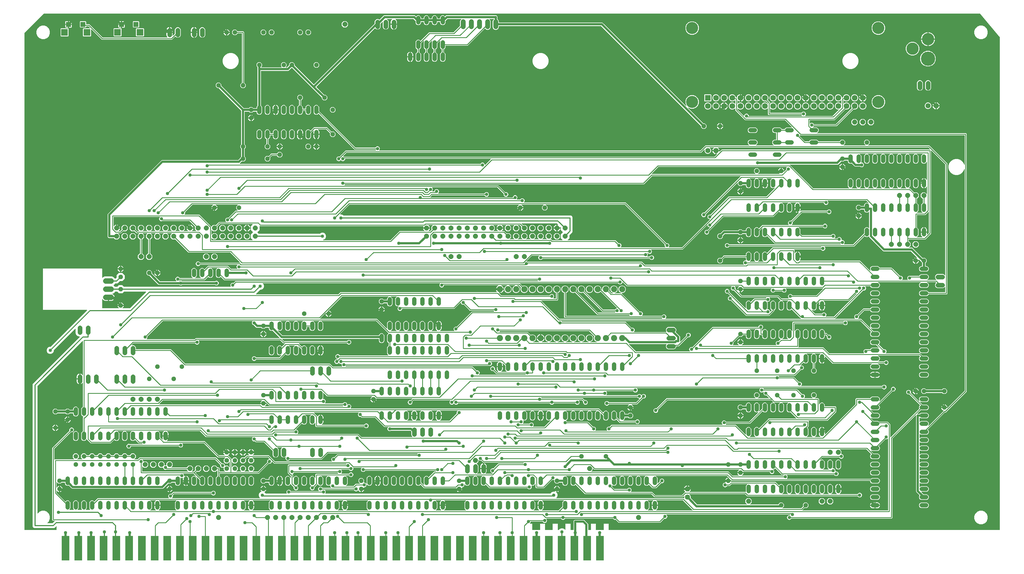
<source format=gtl>
G04 EAGLE Gerber RS-274X export*
G75*
%MOMM*%
%FSLAX34Y34*%
%LPD*%
%INTop Copper*%
%IPPOS*%
%AMOC8*
5,1,8,0,0,1.08239X$1,22.5*%
G01*
%ADD10R,2.362200X7.620000*%
%ADD11C,1.320800*%
%ADD12P,1.539592X8X22.500000*%
%ADD13C,1.905000*%
%ADD14C,1.422400*%
%ADD15C,1.524000*%
%ADD16P,1.429621X8X22.500000*%
%ADD17P,1.429621X8X292.500000*%
%ADD18P,1.429621X8X202.500000*%
%ADD19P,1.429621X8X112.500000*%
%ADD20R,1.524000X1.524000*%
%ADD21R,2.095500X2.095500*%
%ADD22P,1.649562X8X22.500000*%
%ADD23P,1.649562X8X202.500000*%
%ADD24R,1.778000X1.778000*%
%ADD25C,1.778000*%
%ADD26C,3.766000*%
%ADD27P,1.732040X8X112.500000*%
%ADD28C,1.600200*%
%ADD29P,1.732040X8X22.500000*%
%ADD30P,1.539592X8X292.500000*%
%ADD31C,4.445000*%
%ADD32C,3.810000*%
%ADD33C,1.676400*%
%ADD34C,0.254000*%
%ADD35C,1.016000*%
%ADD36C,0.711200*%
%ADD37C,0.304800*%

G36*
X41148Y-38861D02*
X41148Y-38861D01*
X41168Y-38858D01*
X41187Y-38860D01*
X41289Y-38838D01*
X41391Y-38821D01*
X41408Y-38812D01*
X41428Y-38808D01*
X41517Y-38755D01*
X41608Y-38706D01*
X41622Y-38692D01*
X41639Y-38682D01*
X41706Y-38603D01*
X41778Y-38528D01*
X41786Y-38510D01*
X41799Y-38495D01*
X41838Y-38399D01*
X41881Y-38305D01*
X41883Y-38285D01*
X41891Y-38267D01*
X41909Y-38100D01*
X41909Y-27856D01*
X41898Y-27785D01*
X41896Y-27713D01*
X41878Y-27664D01*
X41870Y-27613D01*
X41836Y-27550D01*
X41811Y-27482D01*
X41779Y-27442D01*
X41754Y-27396D01*
X41702Y-27346D01*
X41658Y-27290D01*
X41614Y-27262D01*
X41576Y-27226D01*
X41511Y-27196D01*
X41451Y-27157D01*
X41400Y-27145D01*
X41353Y-27123D01*
X41282Y-27115D01*
X41212Y-27097D01*
X41160Y-27101D01*
X41109Y-27096D01*
X41038Y-27111D01*
X40967Y-27116D01*
X40919Y-27137D01*
X40868Y-27148D01*
X40807Y-27185D01*
X40741Y-27213D01*
X40685Y-27258D01*
X40657Y-27274D01*
X40642Y-27292D01*
X40610Y-27318D01*
X36067Y-31861D01*
X33266Y-33021D01*
X-26916Y-33021D01*
X-29717Y-31861D01*
X-31861Y-29717D01*
X-33021Y-26916D01*
X-33021Y414266D01*
X-31861Y417067D01*
X113652Y562580D01*
X113694Y562638D01*
X113744Y562690D01*
X113766Y562737D01*
X113796Y562779D01*
X113817Y562848D01*
X113847Y562913D01*
X113853Y562965D01*
X113868Y563015D01*
X113866Y563086D01*
X113874Y563157D01*
X113863Y563208D01*
X113862Y563260D01*
X113837Y563328D01*
X113822Y563398D01*
X113795Y563442D01*
X113778Y563491D01*
X113733Y563547D01*
X113696Y563609D01*
X113656Y563643D01*
X113624Y563683D01*
X113564Y563722D01*
X113509Y563769D01*
X113461Y563788D01*
X113417Y563816D01*
X113347Y563834D01*
X113281Y563861D01*
X113210Y563869D01*
X113178Y563877D01*
X113155Y563875D01*
X113114Y563879D01*
X111673Y563879D01*
X106818Y565890D01*
X103102Y569606D01*
X101091Y574461D01*
X101091Y586951D01*
X101080Y587022D01*
X101078Y587094D01*
X101060Y587143D01*
X101052Y587194D01*
X101018Y587257D01*
X100993Y587325D01*
X100961Y587365D01*
X100936Y587411D01*
X100885Y587461D01*
X100840Y587517D01*
X100796Y587545D01*
X100758Y587581D01*
X100693Y587611D01*
X100633Y587650D01*
X100582Y587662D01*
X100535Y587684D01*
X100464Y587692D01*
X100394Y587710D01*
X100342Y587706D01*
X100291Y587711D01*
X100220Y587696D01*
X100149Y587691D01*
X100101Y587670D01*
X100050Y587659D01*
X99989Y587622D01*
X99923Y587594D01*
X99867Y587549D01*
X99839Y587533D01*
X99824Y587515D01*
X99792Y587489D01*
X33625Y521322D01*
X33572Y521248D01*
X33512Y521179D01*
X33500Y521149D01*
X33481Y521123D01*
X33454Y521036D01*
X33420Y520951D01*
X33416Y520910D01*
X33409Y520888D01*
X33410Y520855D01*
X33402Y520784D01*
X33402Y518477D01*
X31700Y514369D01*
X28556Y511225D01*
X24448Y509523D01*
X20002Y509523D01*
X15894Y511225D01*
X12750Y514369D01*
X11048Y518477D01*
X11048Y522923D01*
X12750Y527031D01*
X15894Y530175D01*
X20002Y531877D01*
X22309Y531877D01*
X22399Y531891D01*
X22490Y531899D01*
X22520Y531911D01*
X22552Y531916D01*
X22633Y531959D01*
X22716Y531995D01*
X22749Y532021D01*
X22769Y532032D01*
X22791Y532055D01*
X22847Y532100D01*
X136385Y645638D01*
X136427Y645696D01*
X136477Y645748D01*
X136499Y645795D01*
X136529Y645837D01*
X136550Y645906D01*
X136580Y645971D01*
X136586Y646023D01*
X136601Y646073D01*
X136599Y646144D01*
X136607Y646215D01*
X136596Y646266D01*
X136595Y646318D01*
X136570Y646386D01*
X136555Y646456D01*
X136528Y646500D01*
X136511Y646549D01*
X136466Y646605D01*
X136429Y646667D01*
X136389Y646701D01*
X136357Y646741D01*
X136297Y646780D01*
X136242Y646827D01*
X136194Y646846D01*
X136150Y646874D01*
X136080Y646892D01*
X136014Y646919D01*
X135943Y646927D01*
X135911Y646935D01*
X135888Y646933D01*
X135847Y646937D01*
X-316Y646937D01*
X-763Y647384D01*
X-763Y775016D01*
X-316Y775463D01*
X183196Y775463D01*
X183643Y775016D01*
X183643Y747739D01*
X183654Y747668D01*
X183656Y747596D01*
X183674Y747547D01*
X183682Y747496D01*
X183716Y747432D01*
X183741Y747365D01*
X183773Y747324D01*
X183798Y747278D01*
X183850Y747229D01*
X183894Y747173D01*
X183938Y747145D01*
X183976Y747109D01*
X184041Y747079D01*
X184101Y747040D01*
X184152Y747027D01*
X184199Y747005D01*
X184270Y746998D01*
X184340Y746980D01*
X184392Y746984D01*
X184443Y746978D01*
X184514Y746994D01*
X184585Y746999D01*
X184633Y747019D01*
X184684Y747031D01*
X184745Y747067D01*
X184811Y747095D01*
X184867Y747140D01*
X184895Y747157D01*
X184910Y747175D01*
X184942Y747200D01*
X186616Y748874D01*
X191938Y751079D01*
X214462Y751079D01*
X219784Y748874D01*
X223856Y744802D01*
X223902Y744691D01*
X223964Y744591D01*
X224024Y744491D01*
X224029Y744487D01*
X224032Y744482D01*
X224122Y744407D01*
X224211Y744331D01*
X224217Y744329D01*
X224221Y744325D01*
X224330Y744283D01*
X224439Y744239D01*
X224447Y744238D01*
X224451Y744237D01*
X224469Y744236D01*
X224606Y744221D01*
X225128Y744221D01*
X225218Y744235D01*
X225309Y744243D01*
X225339Y744255D01*
X225371Y744260D01*
X225452Y744303D01*
X225535Y744339D01*
X225568Y744365D01*
X225588Y744376D01*
X225610Y744399D01*
X225666Y744444D01*
X228376Y747154D01*
X228429Y747228D01*
X228489Y747297D01*
X228501Y747327D01*
X228520Y747353D01*
X228547Y747440D01*
X228581Y747525D01*
X228585Y747566D01*
X228592Y747588D01*
X228591Y747620D01*
X228599Y747692D01*
X228599Y754561D01*
X236039Y762001D01*
X246561Y762001D01*
X254001Y754561D01*
X254001Y744039D01*
X246561Y736599D01*
X239692Y736599D01*
X239602Y736585D01*
X239511Y736577D01*
X239481Y736565D01*
X239449Y736560D01*
X239368Y736517D01*
X239285Y736481D01*
X239252Y736455D01*
X239232Y736444D01*
X239210Y736421D01*
X239154Y736376D01*
X232917Y730139D01*
X230116Y728979D01*
X224606Y728979D01*
X224491Y728960D01*
X224375Y728943D01*
X224369Y728941D01*
X224363Y728940D01*
X224260Y728885D01*
X224156Y728832D01*
X224151Y728827D01*
X224146Y728824D01*
X224066Y728740D01*
X223983Y728656D01*
X223980Y728650D01*
X223976Y728646D01*
X223968Y728629D01*
X223902Y728509D01*
X223856Y728398D01*
X219896Y724438D01*
X219885Y724422D01*
X219869Y724410D01*
X219840Y724364D01*
X219816Y724339D01*
X219800Y724305D01*
X219753Y724239D01*
X219747Y724220D01*
X219736Y724203D01*
X219716Y724124D01*
X219713Y724116D01*
X219711Y724105D01*
X219711Y724102D01*
X219680Y724003D01*
X219681Y723984D01*
X219676Y723964D01*
X219684Y723861D01*
X219687Y723758D01*
X219694Y723739D01*
X219695Y723719D01*
X219735Y723624D01*
X219771Y723527D01*
X219784Y723511D01*
X219791Y723493D01*
X219896Y723362D01*
X223856Y719402D01*
X223902Y719291D01*
X223964Y719191D01*
X224024Y719091D01*
X224029Y719087D01*
X224032Y719082D01*
X224122Y719007D01*
X224211Y718931D01*
X224217Y718929D01*
X224221Y718925D01*
X224330Y718883D01*
X224439Y718839D01*
X224446Y718838D01*
X224451Y718837D01*
X224469Y718836D01*
X224606Y718821D01*
X230644Y718821D01*
X230734Y718835D01*
X230825Y718843D01*
X230855Y718855D01*
X230887Y718860D01*
X230967Y718903D01*
X231051Y718939D01*
X231083Y718965D01*
X231104Y718976D01*
X231126Y718999D01*
X231182Y719044D01*
X236039Y723901D01*
X246561Y723901D01*
X251418Y719044D01*
X251492Y718991D01*
X251561Y718931D01*
X251591Y718919D01*
X251618Y718900D01*
X251705Y718873D01*
X251789Y718839D01*
X251830Y718835D01*
X251853Y718828D01*
X251885Y718829D01*
X251956Y718821D01*
X583816Y718821D01*
X583861Y718828D01*
X583907Y718826D01*
X583982Y718848D01*
X584059Y718860D01*
X584099Y718882D01*
X584143Y718895D01*
X584207Y718939D01*
X584276Y718976D01*
X584308Y719009D01*
X584345Y719035D01*
X584392Y719098D01*
X584445Y719154D01*
X584465Y719196D01*
X584492Y719232D01*
X584516Y719306D01*
X584549Y719377D01*
X584554Y719423D01*
X584568Y719466D01*
X584568Y719544D01*
X584576Y719621D01*
X584566Y719666D01*
X584566Y719712D01*
X584528Y719844D01*
X584524Y719862D01*
X584521Y719866D01*
X584519Y719873D01*
X583437Y722485D01*
X583437Y725315D01*
X584520Y727929D01*
X586521Y729930D01*
X589135Y731013D01*
X591965Y731013D01*
X592221Y730907D01*
X592334Y730880D01*
X592448Y730851D01*
X592455Y730852D01*
X592461Y730850D01*
X592577Y730861D01*
X592694Y730870D01*
X592699Y730873D01*
X592706Y730873D01*
X592813Y730921D01*
X592920Y730967D01*
X592926Y730971D01*
X592930Y730973D01*
X592944Y730986D01*
X593051Y731072D01*
X596549Y734570D01*
X598707Y736728D01*
X1540551Y736728D01*
X1540621Y736739D01*
X1540693Y736741D01*
X1540742Y736759D01*
X1540793Y736767D01*
X1540857Y736801D01*
X1540924Y736826D01*
X1540965Y736858D01*
X1541011Y736883D01*
X1541060Y736935D01*
X1541116Y736979D01*
X1541144Y737023D01*
X1541180Y737061D01*
X1541210Y737126D01*
X1541249Y737186D01*
X1541262Y737237D01*
X1541284Y737284D01*
X1541292Y737355D01*
X1541309Y737425D01*
X1541305Y737477D01*
X1541311Y737528D01*
X1541296Y737599D01*
X1541290Y737670D01*
X1541270Y737718D01*
X1541259Y737769D01*
X1541222Y737830D01*
X1541194Y737896D01*
X1541149Y737952D01*
X1541132Y737980D01*
X1541115Y737995D01*
X1541089Y738027D01*
X1540195Y738921D01*
X1540089Y739177D01*
X1540028Y739276D01*
X1539967Y739377D01*
X1539963Y739381D01*
X1539959Y739386D01*
X1539870Y739460D01*
X1539781Y739537D01*
X1539775Y739539D01*
X1539770Y739543D01*
X1539662Y739585D01*
X1539552Y739629D01*
X1539545Y739630D01*
X1539540Y739631D01*
X1539522Y739632D01*
X1539386Y739647D01*
X563782Y739647D01*
X553712Y749717D01*
X553696Y749729D01*
X553683Y749744D01*
X553596Y749801D01*
X553512Y749861D01*
X553493Y749867D01*
X553476Y749877D01*
X553376Y749903D01*
X553277Y749933D01*
X553257Y749933D01*
X553238Y749937D01*
X553135Y749929D01*
X553031Y749927D01*
X553012Y749920D01*
X552993Y749918D01*
X552898Y749878D01*
X552800Y749842D01*
X552785Y749830D01*
X552766Y749822D01*
X552635Y749717D01*
X550992Y748074D01*
X547818Y746759D01*
X544382Y746759D01*
X541208Y748074D01*
X538778Y750504D01*
X537463Y753678D01*
X537463Y770322D01*
X538778Y773496D01*
X541208Y775926D01*
X542069Y776283D01*
X542152Y776334D01*
X542238Y776380D01*
X542256Y776399D01*
X542278Y776412D01*
X542340Y776487D01*
X542407Y776558D01*
X542418Y776582D01*
X542435Y776602D01*
X542470Y776693D01*
X542511Y776781D01*
X542514Y776807D01*
X542523Y776831D01*
X542527Y776929D01*
X542538Y777025D01*
X542533Y777051D01*
X542534Y777077D01*
X542507Y777171D01*
X542486Y777266D01*
X542472Y777288D01*
X542465Y777313D01*
X542410Y777393D01*
X542360Y777477D01*
X542340Y777494D01*
X542325Y777515D01*
X542247Y777574D01*
X542173Y777637D01*
X542148Y777647D01*
X542128Y777662D01*
X542035Y777692D01*
X541945Y777729D01*
X541912Y777732D01*
X541894Y777738D01*
X541861Y777738D01*
X541778Y777747D01*
X525022Y777747D01*
X524926Y777732D01*
X524829Y777722D01*
X524805Y777712D01*
X524779Y777708D01*
X524693Y777662D01*
X524604Y777622D01*
X524585Y777605D01*
X524562Y777592D01*
X524495Y777522D01*
X524423Y777456D01*
X524411Y777433D01*
X524393Y777414D01*
X524352Y777326D01*
X524305Y777240D01*
X524300Y777215D01*
X524289Y777191D01*
X524278Y777094D01*
X524261Y776998D01*
X524265Y776972D01*
X524262Y776947D01*
X524283Y776851D01*
X524297Y776755D01*
X524309Y776732D01*
X524314Y776706D01*
X524364Y776622D01*
X524408Y776536D01*
X524427Y776518D01*
X524440Y776495D01*
X524514Y776432D01*
X524584Y776364D01*
X524612Y776348D01*
X524627Y776335D01*
X524658Y776323D01*
X524731Y776283D01*
X525592Y775926D01*
X528022Y773496D01*
X529337Y770322D01*
X529337Y753678D01*
X528022Y750504D01*
X525592Y748074D01*
X522418Y746759D01*
X518982Y746759D01*
X515808Y748074D01*
X514165Y749717D01*
X514148Y749729D01*
X514136Y749744D01*
X514049Y749800D01*
X513965Y749861D01*
X513946Y749867D01*
X513929Y749877D01*
X513829Y749903D01*
X513730Y749933D01*
X513710Y749933D01*
X513691Y749937D01*
X513588Y749929D01*
X513484Y749927D01*
X513465Y749920D01*
X513445Y749918D01*
X513350Y749878D01*
X513253Y749842D01*
X513237Y749830D01*
X513219Y749822D01*
X513088Y749717D01*
X503018Y739647D01*
X425939Y739647D01*
X425825Y739629D01*
X425708Y739611D01*
X425703Y739609D01*
X425697Y739608D01*
X425594Y739553D01*
X425489Y739500D01*
X425485Y739495D01*
X425479Y739492D01*
X425399Y739408D01*
X425317Y739324D01*
X425313Y739318D01*
X425310Y739314D01*
X425302Y739297D01*
X425236Y739177D01*
X425130Y738921D01*
X423705Y737496D01*
X423648Y737417D01*
X423586Y737342D01*
X423577Y737317D01*
X423561Y737296D01*
X423533Y737203D01*
X423498Y737112D01*
X423497Y737086D01*
X423489Y737061D01*
X423492Y736964D01*
X423487Y736867D01*
X423495Y736841D01*
X423495Y736815D01*
X423529Y736724D01*
X423556Y736630D01*
X423571Y736609D01*
X423580Y736584D01*
X423641Y736508D01*
X423696Y736428D01*
X423717Y736413D01*
X423734Y736392D01*
X423816Y736339D01*
X423894Y736281D01*
X423918Y736273D01*
X423940Y736259D01*
X424035Y736235D01*
X424127Y736205D01*
X424154Y736206D01*
X424179Y736199D01*
X424276Y736207D01*
X424373Y736208D01*
X424405Y736217D01*
X424424Y736218D01*
X424454Y736231D01*
X424535Y736254D01*
X427210Y737363D01*
X430040Y737363D01*
X432654Y736280D01*
X432872Y736062D01*
X432946Y736009D01*
X433016Y735949D01*
X433046Y735937D01*
X433072Y735918D01*
X433159Y735891D01*
X433244Y735857D01*
X433285Y735853D01*
X433307Y735846D01*
X433339Y735847D01*
X433410Y735839D01*
X534965Y735839D01*
X535055Y735853D01*
X535146Y735861D01*
X535175Y735873D01*
X535207Y735878D01*
X535288Y735921D01*
X535372Y735957D01*
X535404Y735983D01*
X535425Y735994D01*
X535447Y736017D01*
X535503Y736062D01*
X535721Y736280D01*
X538335Y737363D01*
X541165Y737363D01*
X543779Y736280D01*
X545780Y734279D01*
X546863Y731665D01*
X546863Y728835D01*
X545780Y726221D01*
X543779Y724220D01*
X541165Y723137D01*
X538335Y723137D01*
X535721Y724220D01*
X535503Y724438D01*
X535429Y724491D01*
X535359Y724551D01*
X535329Y724563D01*
X535303Y724582D01*
X535216Y724609D01*
X535131Y724643D01*
X535090Y724647D01*
X535068Y724654D01*
X535036Y724653D01*
X534965Y724661D01*
X433410Y724661D01*
X433320Y724647D01*
X433229Y724639D01*
X433200Y724627D01*
X433168Y724622D01*
X433087Y724579D01*
X433003Y724543D01*
X432971Y724517D01*
X432950Y724506D01*
X432928Y724483D01*
X432872Y724438D01*
X432654Y724220D01*
X430040Y723137D01*
X427210Y723137D01*
X424596Y724220D01*
X424378Y724438D01*
X424304Y724491D01*
X424234Y724551D01*
X424204Y724563D01*
X424178Y724582D01*
X424091Y724609D01*
X424006Y724643D01*
X423965Y724647D01*
X423943Y724654D01*
X423911Y724653D01*
X423840Y724661D01*
X360838Y724661D01*
X358784Y725512D01*
X357105Y727191D01*
X331156Y753140D01*
X331082Y753193D01*
X331013Y753253D01*
X330982Y753265D01*
X330956Y753284D01*
X330869Y753311D01*
X330784Y753345D01*
X330744Y753349D01*
X330721Y753356D01*
X330689Y753355D01*
X330618Y753363D01*
X326623Y753363D01*
X321563Y758423D01*
X321563Y765577D01*
X326623Y770637D01*
X333777Y770637D01*
X338837Y765577D01*
X338837Y761582D01*
X338851Y761492D01*
X338859Y761401D01*
X338871Y761371D01*
X338876Y761339D01*
X338919Y761259D01*
X338955Y761175D01*
X338981Y761143D01*
X338992Y761122D01*
X339015Y761100D01*
X339060Y761044D01*
X364042Y736062D01*
X364116Y736009D01*
X364185Y735949D01*
X364216Y735937D01*
X364242Y735918D01*
X364329Y735891D01*
X364414Y735857D01*
X364454Y735853D01*
X364477Y735846D01*
X364509Y735847D01*
X364580Y735839D01*
X414315Y735839D01*
X414385Y735850D01*
X414457Y735852D01*
X414506Y735870D01*
X414557Y735878D01*
X414621Y735912D01*
X414688Y735937D01*
X414729Y735969D01*
X414775Y735994D01*
X414824Y736046D01*
X414880Y736090D01*
X414908Y736134D01*
X414944Y736172D01*
X414974Y736237D01*
X415013Y736297D01*
X415026Y736348D01*
X415048Y736395D01*
X415056Y736466D01*
X415073Y736536D01*
X415069Y736588D01*
X415075Y736639D01*
X415060Y736710D01*
X415054Y736781D01*
X415034Y736829D01*
X415023Y736880D01*
X414986Y736941D01*
X414958Y737007D01*
X414913Y737063D01*
X414896Y737091D01*
X414879Y737106D01*
X414853Y737138D01*
X413070Y738921D01*
X411987Y741535D01*
X411987Y744365D01*
X413070Y746979D01*
X415071Y748980D01*
X417685Y750063D01*
X420515Y750063D01*
X423129Y748980D01*
X425130Y746979D01*
X425236Y746723D01*
X425297Y746624D01*
X425358Y746523D01*
X425362Y746519D01*
X425366Y746514D01*
X425455Y746440D01*
X425544Y746363D01*
X425550Y746361D01*
X425555Y746357D01*
X425663Y746315D01*
X425773Y746271D01*
X425780Y746270D01*
X425785Y746269D01*
X425803Y746268D01*
X425939Y746253D01*
X465578Y746253D01*
X465674Y746268D01*
X465771Y746278D01*
X465795Y746288D01*
X465821Y746292D01*
X465907Y746338D01*
X465996Y746378D01*
X466015Y746395D01*
X466038Y746408D01*
X466105Y746478D01*
X466177Y746544D01*
X466189Y746567D01*
X466207Y746586D01*
X466248Y746674D01*
X466295Y746760D01*
X466300Y746785D01*
X466311Y746809D01*
X466322Y746906D01*
X466339Y747002D01*
X466335Y747028D01*
X466338Y747053D01*
X466317Y747149D01*
X466303Y747245D01*
X466291Y747268D01*
X466286Y747294D01*
X466236Y747378D01*
X466192Y747464D01*
X466173Y747482D01*
X466160Y747505D01*
X466086Y747568D01*
X466016Y747636D01*
X465988Y747652D01*
X465973Y747665D01*
X465942Y747677D01*
X465869Y747717D01*
X465008Y748074D01*
X462578Y750504D01*
X461263Y753678D01*
X461263Y770322D01*
X462578Y773496D01*
X465008Y775926D01*
X468182Y777241D01*
X471618Y777241D01*
X474792Y775926D01*
X477222Y773496D01*
X478537Y770322D01*
X478537Y753678D01*
X477222Y750504D01*
X474792Y748074D01*
X473931Y747717D01*
X473848Y747666D01*
X473762Y747620D01*
X473744Y747601D01*
X473722Y747588D01*
X473660Y747513D01*
X473593Y747442D01*
X473582Y747418D01*
X473565Y747398D01*
X473530Y747307D01*
X473489Y747219D01*
X473486Y747193D01*
X473477Y747169D01*
X473473Y747071D01*
X473462Y746975D01*
X473467Y746949D01*
X473466Y746923D01*
X473493Y746829D01*
X473514Y746734D01*
X473528Y746712D01*
X473535Y746687D01*
X473590Y746607D01*
X473640Y746523D01*
X473660Y746506D01*
X473675Y746485D01*
X473753Y746426D01*
X473827Y746363D01*
X473852Y746353D01*
X473872Y746338D01*
X473965Y746308D01*
X474055Y746271D01*
X474088Y746268D01*
X474106Y746262D01*
X474139Y746262D01*
X474222Y746253D01*
X490978Y746253D01*
X491074Y746268D01*
X491171Y746278D01*
X491195Y746288D01*
X491221Y746292D01*
X491307Y746338D01*
X491396Y746378D01*
X491415Y746395D01*
X491438Y746408D01*
X491505Y746478D01*
X491577Y746544D01*
X491589Y746567D01*
X491607Y746586D01*
X491648Y746674D01*
X491695Y746760D01*
X491700Y746785D01*
X491711Y746809D01*
X491722Y746906D01*
X491739Y747002D01*
X491735Y747028D01*
X491738Y747053D01*
X491717Y747149D01*
X491703Y747245D01*
X491691Y747268D01*
X491686Y747294D01*
X491636Y747378D01*
X491592Y747464D01*
X491573Y747482D01*
X491560Y747505D01*
X491486Y747568D01*
X491416Y747636D01*
X491388Y747652D01*
X491373Y747665D01*
X491342Y747677D01*
X491269Y747717D01*
X490408Y748074D01*
X487978Y750504D01*
X486663Y753678D01*
X486663Y770322D01*
X487978Y773496D01*
X490408Y775926D01*
X493582Y777241D01*
X497018Y777241D01*
X500192Y775926D01*
X501835Y774283D01*
X501852Y774271D01*
X501864Y774256D01*
X501951Y774200D01*
X502035Y774139D01*
X502054Y774133D01*
X502071Y774123D01*
X502171Y774097D01*
X502270Y774067D01*
X502290Y774067D01*
X502309Y774063D01*
X502412Y774071D01*
X502516Y774073D01*
X502535Y774080D01*
X502555Y774082D01*
X502650Y774122D01*
X502747Y774158D01*
X502763Y774170D01*
X502781Y774178D01*
X502912Y774283D01*
X512982Y784353D01*
X576043Y784353D01*
X585345Y775051D01*
X585419Y774998D01*
X585488Y774938D01*
X585519Y774926D01*
X585545Y774907D01*
X585632Y774880D01*
X585717Y774846D01*
X585758Y774842D01*
X585780Y774835D01*
X585812Y774836D01*
X585883Y774828D01*
X603926Y774828D01*
X603996Y774839D01*
X604068Y774841D01*
X604117Y774859D01*
X604168Y774867D01*
X604232Y774901D01*
X604299Y774926D01*
X604340Y774958D01*
X604386Y774983D01*
X604435Y775035D01*
X604491Y775079D01*
X604519Y775123D01*
X604555Y775161D01*
X604585Y775226D01*
X604624Y775286D01*
X604637Y775337D01*
X604659Y775384D01*
X604667Y775455D01*
X604684Y775525D01*
X604680Y775577D01*
X604686Y775628D01*
X604671Y775699D01*
X604665Y775770D01*
X604645Y775818D01*
X604634Y775869D01*
X604597Y775930D01*
X604569Y775996D01*
X604524Y776052D01*
X604507Y776080D01*
X604490Y776095D01*
X604464Y776127D01*
X603570Y777021D01*
X602487Y779635D01*
X602487Y782465D01*
X603570Y785079D01*
X604464Y785973D01*
X604506Y786031D01*
X604555Y786083D01*
X604577Y786130D01*
X604607Y786172D01*
X604628Y786241D01*
X604659Y786306D01*
X604664Y786358D01*
X604680Y786408D01*
X604678Y786479D01*
X604686Y786550D01*
X604675Y786601D01*
X604673Y786653D01*
X604649Y786721D01*
X604634Y786791D01*
X604607Y786836D01*
X604589Y786884D01*
X604544Y786940D01*
X604507Y787002D01*
X604468Y787036D01*
X604435Y787076D01*
X604375Y787115D01*
X604320Y787162D01*
X604272Y787181D01*
X604228Y787209D01*
X604159Y787227D01*
X604092Y787254D01*
X604021Y787262D01*
X603990Y787270D01*
X603966Y787268D01*
X603926Y787272D01*
X489439Y787272D01*
X489325Y787254D01*
X489208Y787236D01*
X489203Y787234D01*
X489197Y787233D01*
X489094Y787178D01*
X488989Y787125D01*
X488985Y787120D01*
X488979Y787117D01*
X488899Y787033D01*
X488817Y786949D01*
X488813Y786943D01*
X488810Y786939D01*
X488802Y786922D01*
X488736Y786802D01*
X488630Y786546D01*
X486629Y784545D01*
X484015Y783462D01*
X481185Y783462D01*
X478571Y784545D01*
X476570Y786546D01*
X475487Y789160D01*
X475487Y791990D01*
X476570Y794604D01*
X478571Y796605D01*
X481185Y797688D01*
X484015Y797688D01*
X486629Y796605D01*
X488630Y794604D01*
X488736Y794348D01*
X488797Y794249D01*
X488858Y794148D01*
X488862Y794144D01*
X488866Y794139D01*
X488955Y794065D01*
X489044Y793988D01*
X489050Y793986D01*
X489055Y793982D01*
X489163Y793940D01*
X489273Y793896D01*
X489280Y793895D01*
X489285Y793894D01*
X489303Y793893D01*
X489439Y793878D01*
X612489Y793878D01*
X612559Y793889D01*
X612631Y793891D01*
X612680Y793909D01*
X612731Y793917D01*
X612795Y793951D01*
X612862Y793976D01*
X612903Y794008D01*
X612949Y794033D01*
X612998Y794085D01*
X613054Y794129D01*
X613082Y794173D01*
X613118Y794211D01*
X613148Y794276D01*
X613187Y794336D01*
X613200Y794387D01*
X613222Y794434D01*
X613230Y794505D01*
X613247Y794575D01*
X613243Y794627D01*
X613249Y794678D01*
X613234Y794749D01*
X613228Y794820D01*
X613208Y794868D01*
X613197Y794919D01*
X613160Y794980D01*
X613132Y795046D01*
X613087Y795102D01*
X613070Y795130D01*
X613053Y795145D01*
X613027Y795177D01*
X583055Y825149D01*
X582981Y825202D01*
X582912Y825262D01*
X582881Y825274D01*
X582855Y825293D01*
X582768Y825320D01*
X582683Y825354D01*
X582642Y825358D01*
X582620Y825365D01*
X582588Y825364D01*
X582517Y825372D01*
X452657Y825372D01*
X411428Y866601D01*
X411412Y866612D01*
X411400Y866628D01*
X411312Y866684D01*
X411229Y866744D01*
X411210Y866750D01*
X411193Y866761D01*
X411092Y866786D01*
X410994Y866817D01*
X410974Y866816D01*
X410954Y866821D01*
X410851Y866813D01*
X410748Y866810D01*
X410729Y866803D01*
X410709Y866802D01*
X410614Y866762D01*
X410517Y866726D01*
X410501Y866713D01*
X410483Y866706D01*
X410410Y866647D01*
X402402Y866647D01*
X396747Y872302D01*
X396747Y880298D01*
X400847Y884398D01*
X400889Y884456D01*
X400938Y884508D01*
X400960Y884555D01*
X400990Y884597D01*
X401011Y884666D01*
X401042Y884731D01*
X401047Y884783D01*
X401063Y884833D01*
X401061Y884904D01*
X401069Y884975D01*
X401058Y885026D01*
X401056Y885078D01*
X401032Y885146D01*
X401016Y885216D01*
X400990Y885261D01*
X400972Y885309D01*
X400927Y885365D01*
X400890Y885427D01*
X400851Y885461D01*
X400818Y885501D01*
X400758Y885540D01*
X400703Y885587D01*
X400655Y885606D01*
X400611Y885634D01*
X400542Y885652D01*
X400475Y885679D01*
X400404Y885687D01*
X400373Y885695D01*
X400349Y885693D01*
X400308Y885697D01*
X387092Y885697D01*
X387021Y885686D01*
X386949Y885684D01*
X386900Y885666D01*
X386849Y885658D01*
X386785Y885624D01*
X386718Y885599D01*
X386677Y885567D01*
X386631Y885542D01*
X386582Y885490D01*
X386526Y885446D01*
X386498Y885402D01*
X386462Y885364D01*
X386432Y885299D01*
X386393Y885239D01*
X386380Y885188D01*
X386358Y885141D01*
X386351Y885070D01*
X386333Y885000D01*
X386337Y884948D01*
X386331Y884897D01*
X386347Y884826D01*
X386352Y884755D01*
X386373Y884707D01*
X386384Y884656D01*
X386420Y884595D01*
X386448Y884529D01*
X386493Y884473D01*
X386510Y884445D01*
X386528Y884430D01*
X386553Y884398D01*
X390653Y880298D01*
X390653Y872302D01*
X384998Y866647D01*
X377002Y866647D01*
X371347Y872302D01*
X371347Y880298D01*
X375447Y884398D01*
X375489Y884456D01*
X375538Y884508D01*
X375560Y884555D01*
X375590Y884597D01*
X375611Y884666D01*
X375642Y884731D01*
X375647Y884783D01*
X375663Y884833D01*
X375661Y884904D01*
X375669Y884975D01*
X375658Y885026D01*
X375656Y885078D01*
X375632Y885146D01*
X375616Y885216D01*
X375590Y885261D01*
X375572Y885309D01*
X375527Y885365D01*
X375490Y885427D01*
X375451Y885461D01*
X375418Y885501D01*
X375358Y885540D01*
X375303Y885587D01*
X375255Y885606D01*
X375211Y885634D01*
X375142Y885652D01*
X375075Y885679D01*
X375004Y885687D01*
X374973Y885695D01*
X374949Y885693D01*
X374908Y885697D01*
X361692Y885697D01*
X361621Y885686D01*
X361549Y885684D01*
X361500Y885666D01*
X361449Y885658D01*
X361385Y885624D01*
X361318Y885599D01*
X361277Y885567D01*
X361231Y885542D01*
X361182Y885490D01*
X361126Y885446D01*
X361098Y885402D01*
X361062Y885364D01*
X361032Y885299D01*
X360993Y885239D01*
X360980Y885188D01*
X360958Y885141D01*
X360951Y885070D01*
X360933Y885000D01*
X360937Y884948D01*
X360931Y884897D01*
X360947Y884826D01*
X360952Y884755D01*
X360973Y884707D01*
X360984Y884656D01*
X361020Y884595D01*
X361048Y884529D01*
X361093Y884473D01*
X361110Y884445D01*
X361128Y884430D01*
X361153Y884398D01*
X365253Y880298D01*
X365253Y872302D01*
X359598Y866647D01*
X351602Y866647D01*
X345947Y872302D01*
X345947Y880298D01*
X350047Y884398D01*
X350089Y884456D01*
X350138Y884508D01*
X350160Y884555D01*
X350190Y884597D01*
X350211Y884666D01*
X350242Y884731D01*
X350247Y884783D01*
X350263Y884833D01*
X350261Y884904D01*
X350269Y884975D01*
X350258Y885026D01*
X350256Y885078D01*
X350232Y885146D01*
X350216Y885216D01*
X350190Y885261D01*
X350172Y885309D01*
X350127Y885365D01*
X350090Y885427D01*
X350051Y885461D01*
X350018Y885501D01*
X349958Y885540D01*
X349903Y885587D01*
X349855Y885606D01*
X349811Y885634D01*
X349742Y885652D01*
X349675Y885679D01*
X349604Y885687D01*
X349573Y885695D01*
X349549Y885693D01*
X349508Y885697D01*
X336292Y885697D01*
X336221Y885686D01*
X336149Y885684D01*
X336100Y885666D01*
X336049Y885658D01*
X335985Y885624D01*
X335918Y885599D01*
X335877Y885567D01*
X335831Y885542D01*
X335782Y885490D01*
X335726Y885446D01*
X335698Y885402D01*
X335662Y885364D01*
X335632Y885299D01*
X335593Y885239D01*
X335580Y885188D01*
X335558Y885141D01*
X335551Y885070D01*
X335533Y885000D01*
X335537Y884948D01*
X335531Y884897D01*
X335547Y884826D01*
X335552Y884755D01*
X335573Y884707D01*
X335584Y884656D01*
X335620Y884595D01*
X335648Y884529D01*
X335693Y884473D01*
X335710Y884445D01*
X335728Y884430D01*
X335753Y884398D01*
X339853Y880298D01*
X339853Y872302D01*
X334190Y866639D01*
X334123Y866624D01*
X334021Y866608D01*
X334004Y866598D01*
X333984Y866594D01*
X333895Y866541D01*
X333804Y866492D01*
X333790Y866478D01*
X333773Y866468D01*
X333706Y866389D01*
X333634Y866314D01*
X333626Y866296D01*
X333613Y866281D01*
X333574Y866185D01*
X333531Y866091D01*
X333529Y866071D01*
X333521Y866053D01*
X333503Y865886D01*
X333503Y823214D01*
X333506Y823194D01*
X333504Y823175D01*
X333526Y823073D01*
X333542Y822971D01*
X333552Y822954D01*
X333556Y822934D01*
X333609Y822845D01*
X333658Y822754D01*
X333672Y822740D01*
X333682Y822723D01*
X333761Y822656D01*
X333836Y822584D01*
X333854Y822576D01*
X333869Y822563D01*
X333965Y822524D01*
X334059Y822481D01*
X334079Y822479D01*
X334097Y822471D01*
X334190Y822461D01*
X339853Y816798D01*
X339853Y808802D01*
X334198Y803147D01*
X326202Y803147D01*
X320547Y808802D01*
X320547Y816798D01*
X326210Y822461D01*
X326277Y822476D01*
X326379Y822492D01*
X326396Y822502D01*
X326416Y822506D01*
X326505Y822559D01*
X326596Y822608D01*
X326610Y822622D01*
X326627Y822632D01*
X326694Y822711D01*
X326766Y822786D01*
X326774Y822804D01*
X326787Y822819D01*
X326826Y822915D01*
X326869Y823009D01*
X326871Y823029D01*
X326879Y823047D01*
X326897Y823214D01*
X326897Y865886D01*
X326894Y865906D01*
X326896Y865925D01*
X326874Y866027D01*
X326858Y866129D01*
X326848Y866146D01*
X326844Y866166D01*
X326791Y866255D01*
X326742Y866346D01*
X326728Y866360D01*
X326718Y866377D01*
X326639Y866444D01*
X326564Y866516D01*
X326546Y866524D01*
X326531Y866537D01*
X326435Y866576D01*
X326341Y866619D01*
X326321Y866621D01*
X326303Y866629D01*
X326210Y866639D01*
X320547Y872302D01*
X320547Y880298D01*
X324647Y884398D01*
X324689Y884456D01*
X324738Y884508D01*
X324760Y884555D01*
X324790Y884597D01*
X324811Y884666D01*
X324842Y884731D01*
X324847Y884783D01*
X324863Y884833D01*
X324861Y884904D01*
X324869Y884975D01*
X324858Y885026D01*
X324856Y885078D01*
X324832Y885146D01*
X324816Y885216D01*
X324790Y885261D01*
X324772Y885309D01*
X324727Y885365D01*
X324690Y885427D01*
X324651Y885461D01*
X324618Y885501D01*
X324558Y885540D01*
X324503Y885587D01*
X324455Y885606D01*
X324411Y885634D01*
X324342Y885652D01*
X324275Y885679D01*
X324204Y885687D01*
X324173Y885695D01*
X324149Y885693D01*
X324108Y885697D01*
X310892Y885697D01*
X310821Y885686D01*
X310749Y885684D01*
X310700Y885666D01*
X310649Y885658D01*
X310585Y885624D01*
X310518Y885599D01*
X310477Y885567D01*
X310431Y885542D01*
X310382Y885490D01*
X310326Y885446D01*
X310298Y885402D01*
X310262Y885364D01*
X310232Y885299D01*
X310193Y885239D01*
X310180Y885188D01*
X310158Y885141D01*
X310151Y885070D01*
X310133Y885000D01*
X310137Y884948D01*
X310131Y884897D01*
X310147Y884826D01*
X310152Y884755D01*
X310173Y884707D01*
X310184Y884656D01*
X310220Y884595D01*
X310248Y884529D01*
X310293Y884473D01*
X310310Y884445D01*
X310328Y884430D01*
X310353Y884398D01*
X314453Y880298D01*
X314453Y872302D01*
X308790Y866639D01*
X308723Y866624D01*
X308621Y866608D01*
X308604Y866598D01*
X308584Y866594D01*
X308495Y866541D01*
X308404Y866492D01*
X308390Y866478D01*
X308373Y866468D01*
X308306Y866389D01*
X308234Y866314D01*
X308226Y866296D01*
X308213Y866281D01*
X308174Y866185D01*
X308131Y866091D01*
X308129Y866071D01*
X308121Y866053D01*
X308103Y865886D01*
X308103Y823214D01*
X308106Y823194D01*
X308104Y823175D01*
X308126Y823073D01*
X308142Y822971D01*
X308152Y822954D01*
X308156Y822934D01*
X308209Y822845D01*
X308258Y822754D01*
X308272Y822740D01*
X308282Y822723D01*
X308361Y822656D01*
X308436Y822584D01*
X308454Y822576D01*
X308469Y822563D01*
X308565Y822524D01*
X308659Y822481D01*
X308679Y822479D01*
X308697Y822471D01*
X308790Y822461D01*
X314453Y816798D01*
X314453Y808802D01*
X308798Y803147D01*
X300802Y803147D01*
X295147Y808802D01*
X295147Y816798D01*
X300810Y822461D01*
X300877Y822476D01*
X300979Y822492D01*
X300996Y822502D01*
X301016Y822506D01*
X301105Y822559D01*
X301196Y822608D01*
X301210Y822622D01*
X301227Y822632D01*
X301294Y822711D01*
X301366Y822786D01*
X301374Y822804D01*
X301387Y822819D01*
X301426Y822915D01*
X301469Y823009D01*
X301471Y823029D01*
X301479Y823047D01*
X301497Y823214D01*
X301497Y865886D01*
X301494Y865906D01*
X301496Y865925D01*
X301474Y866027D01*
X301458Y866129D01*
X301448Y866146D01*
X301444Y866166D01*
X301391Y866255D01*
X301342Y866346D01*
X301328Y866360D01*
X301318Y866377D01*
X301239Y866444D01*
X301164Y866516D01*
X301146Y866524D01*
X301131Y866537D01*
X301035Y866576D01*
X300941Y866619D01*
X300921Y866621D01*
X300903Y866629D01*
X300810Y866639D01*
X295147Y872302D01*
X295147Y880298D01*
X299247Y884398D01*
X299289Y884456D01*
X299338Y884508D01*
X299360Y884555D01*
X299390Y884597D01*
X299411Y884666D01*
X299442Y884731D01*
X299447Y884783D01*
X299463Y884833D01*
X299461Y884904D01*
X299469Y884975D01*
X299458Y885026D01*
X299456Y885078D01*
X299432Y885146D01*
X299416Y885216D01*
X299390Y885261D01*
X299372Y885309D01*
X299327Y885365D01*
X299290Y885427D01*
X299251Y885461D01*
X299218Y885501D01*
X299158Y885540D01*
X299103Y885587D01*
X299055Y885606D01*
X299011Y885634D01*
X298942Y885652D01*
X298875Y885679D01*
X298804Y885687D01*
X298773Y885695D01*
X298749Y885693D01*
X298708Y885697D01*
X290732Y885697D01*
X284428Y892001D01*
X284412Y892012D01*
X284400Y892028D01*
X284313Y892084D01*
X284229Y892144D01*
X284210Y892150D01*
X284193Y892161D01*
X284092Y892186D01*
X283994Y892217D01*
X283974Y892216D01*
X283954Y892221D01*
X283851Y892213D01*
X283748Y892210D01*
X283729Y892204D01*
X283709Y892202D01*
X283614Y892162D01*
X283517Y892126D01*
X283501Y892113D01*
X283483Y892106D01*
X283410Y892047D01*
X275402Y892047D01*
X269747Y897702D01*
X269747Y905698D01*
X275402Y911353D01*
X283398Y911353D01*
X289053Y905698D01*
X289053Y897690D01*
X289016Y897633D01*
X288956Y897548D01*
X288950Y897529D01*
X288939Y897513D01*
X288914Y897412D01*
X288883Y897313D01*
X288884Y897293D01*
X288879Y897274D01*
X288887Y897171D01*
X288890Y897068D01*
X288896Y897049D01*
X288898Y897029D01*
X288938Y896934D01*
X288974Y896837D01*
X288987Y896821D01*
X288994Y896803D01*
X289099Y896672D01*
X293245Y892526D01*
X293319Y892473D01*
X293388Y892413D01*
X293419Y892401D01*
X293445Y892382D01*
X293532Y892355D01*
X293617Y892321D01*
X293658Y892317D01*
X293680Y892310D01*
X293712Y892311D01*
X293783Y892303D01*
X298708Y892303D01*
X298779Y892314D01*
X298851Y892316D01*
X298900Y892334D01*
X298951Y892342D01*
X299015Y892376D01*
X299082Y892401D01*
X299123Y892433D01*
X299169Y892458D01*
X299218Y892510D01*
X299274Y892554D01*
X299302Y892598D01*
X299338Y892636D01*
X299368Y892701D01*
X299407Y892761D01*
X299420Y892812D01*
X299442Y892859D01*
X299449Y892930D01*
X299467Y893000D01*
X299463Y893052D01*
X299469Y893103D01*
X299453Y893174D01*
X299448Y893245D01*
X299428Y893293D01*
X299416Y893344D01*
X299380Y893405D01*
X299352Y893471D01*
X299307Y893527D01*
X299290Y893555D01*
X299272Y893570D01*
X299247Y893602D01*
X295147Y897702D01*
X295147Y905698D01*
X300802Y911353D01*
X308798Y911353D01*
X314453Y905698D01*
X314453Y897702D01*
X310353Y893602D01*
X310311Y893544D01*
X310262Y893492D01*
X310240Y893445D01*
X310210Y893403D01*
X310189Y893334D01*
X310158Y893269D01*
X310153Y893217D01*
X310137Y893167D01*
X310139Y893096D01*
X310131Y893025D01*
X310142Y892974D01*
X310144Y892922D01*
X310168Y892854D01*
X310184Y892784D01*
X310210Y892739D01*
X310228Y892691D01*
X310273Y892635D01*
X310310Y892573D01*
X310349Y892539D01*
X310382Y892499D01*
X310442Y892460D01*
X310497Y892413D01*
X310545Y892394D01*
X310589Y892366D01*
X310658Y892348D01*
X310725Y892321D01*
X310796Y892313D01*
X310827Y892305D01*
X310851Y892307D01*
X310892Y892303D01*
X324108Y892303D01*
X324179Y892314D01*
X324251Y892316D01*
X324300Y892334D01*
X324351Y892342D01*
X324415Y892376D01*
X324482Y892401D01*
X324523Y892433D01*
X324569Y892458D01*
X324618Y892510D01*
X324674Y892554D01*
X324702Y892598D01*
X324738Y892636D01*
X324768Y892701D01*
X324807Y892761D01*
X324820Y892812D01*
X324842Y892859D01*
X324849Y892930D01*
X324867Y893000D01*
X324863Y893052D01*
X324869Y893103D01*
X324853Y893174D01*
X324848Y893245D01*
X324828Y893293D01*
X324816Y893344D01*
X324780Y893405D01*
X324752Y893471D01*
X324707Y893527D01*
X324690Y893555D01*
X324672Y893570D01*
X324647Y893602D01*
X320547Y897702D01*
X320547Y905698D01*
X326202Y911353D01*
X334198Y911353D01*
X339853Y905698D01*
X339853Y897702D01*
X335753Y893602D01*
X335711Y893544D01*
X335662Y893492D01*
X335640Y893445D01*
X335610Y893403D01*
X335589Y893334D01*
X335558Y893269D01*
X335553Y893217D01*
X335537Y893167D01*
X335539Y893096D01*
X335531Y893025D01*
X335542Y892974D01*
X335544Y892922D01*
X335568Y892854D01*
X335584Y892784D01*
X335610Y892739D01*
X335628Y892691D01*
X335673Y892635D01*
X335710Y892573D01*
X335749Y892539D01*
X335782Y892499D01*
X335842Y892460D01*
X335897Y892413D01*
X335945Y892394D01*
X335989Y892366D01*
X336058Y892348D01*
X336125Y892321D01*
X336196Y892313D01*
X336227Y892305D01*
X336251Y892307D01*
X336292Y892303D01*
X349508Y892303D01*
X349579Y892314D01*
X349651Y892316D01*
X349700Y892334D01*
X349751Y892342D01*
X349815Y892376D01*
X349882Y892401D01*
X349923Y892433D01*
X349969Y892458D01*
X350018Y892510D01*
X350074Y892554D01*
X350102Y892598D01*
X350138Y892636D01*
X350168Y892701D01*
X350207Y892761D01*
X350220Y892812D01*
X350242Y892859D01*
X350249Y892930D01*
X350267Y893000D01*
X350263Y893052D01*
X350269Y893103D01*
X350253Y893174D01*
X350248Y893245D01*
X350228Y893293D01*
X350216Y893344D01*
X350180Y893405D01*
X350152Y893471D01*
X350107Y893527D01*
X350090Y893555D01*
X350072Y893570D01*
X350047Y893602D01*
X345947Y897702D01*
X345947Y905698D01*
X351602Y911353D01*
X359598Y911353D01*
X365253Y905698D01*
X365253Y897702D01*
X361153Y893602D01*
X361111Y893544D01*
X361062Y893492D01*
X361040Y893445D01*
X361010Y893403D01*
X360989Y893334D01*
X360958Y893269D01*
X360953Y893217D01*
X360937Y893167D01*
X360939Y893096D01*
X360931Y893025D01*
X360942Y892974D01*
X360944Y892922D01*
X360968Y892854D01*
X360984Y892784D01*
X361010Y892739D01*
X361028Y892691D01*
X361073Y892635D01*
X361110Y892573D01*
X361149Y892539D01*
X361182Y892499D01*
X361242Y892460D01*
X361297Y892413D01*
X361345Y892394D01*
X361389Y892366D01*
X361458Y892348D01*
X361525Y892321D01*
X361596Y892313D01*
X361627Y892305D01*
X361651Y892307D01*
X361692Y892303D01*
X374908Y892303D01*
X374979Y892314D01*
X375051Y892316D01*
X375100Y892334D01*
X375151Y892342D01*
X375215Y892376D01*
X375282Y892401D01*
X375323Y892433D01*
X375369Y892458D01*
X375418Y892510D01*
X375474Y892554D01*
X375502Y892598D01*
X375538Y892636D01*
X375568Y892701D01*
X375607Y892761D01*
X375620Y892812D01*
X375642Y892859D01*
X375649Y892930D01*
X375667Y893000D01*
X375663Y893052D01*
X375669Y893103D01*
X375653Y893174D01*
X375648Y893245D01*
X375628Y893293D01*
X375616Y893344D01*
X375580Y893405D01*
X375552Y893471D01*
X375507Y893527D01*
X375490Y893555D01*
X375472Y893570D01*
X375447Y893602D01*
X371347Y897702D01*
X371347Y905698D01*
X377002Y911353D01*
X384998Y911353D01*
X390653Y905698D01*
X390653Y897702D01*
X386553Y893602D01*
X386511Y893544D01*
X386462Y893492D01*
X386440Y893445D01*
X386410Y893403D01*
X386389Y893334D01*
X386358Y893269D01*
X386353Y893217D01*
X386337Y893167D01*
X386339Y893096D01*
X386331Y893025D01*
X386342Y892974D01*
X386344Y892922D01*
X386368Y892854D01*
X386384Y892784D01*
X386410Y892739D01*
X386428Y892691D01*
X386473Y892635D01*
X386510Y892573D01*
X386549Y892539D01*
X386582Y892499D01*
X386642Y892460D01*
X386697Y892413D01*
X386745Y892394D01*
X386789Y892366D01*
X386858Y892348D01*
X386925Y892321D01*
X386996Y892313D01*
X387027Y892305D01*
X387051Y892307D01*
X387092Y892303D01*
X400308Y892303D01*
X400379Y892314D01*
X400451Y892316D01*
X400500Y892334D01*
X400551Y892342D01*
X400615Y892376D01*
X400682Y892401D01*
X400723Y892433D01*
X400769Y892458D01*
X400818Y892510D01*
X400874Y892554D01*
X400902Y892598D01*
X400938Y892636D01*
X400968Y892701D01*
X401007Y892761D01*
X401020Y892812D01*
X401042Y892859D01*
X401049Y892930D01*
X401067Y893000D01*
X401063Y893052D01*
X401069Y893103D01*
X401053Y893174D01*
X401048Y893245D01*
X401028Y893293D01*
X401016Y893344D01*
X400980Y893405D01*
X400952Y893471D01*
X400907Y893527D01*
X400890Y893555D01*
X400872Y893570D01*
X400847Y893602D01*
X396747Y897702D01*
X396747Y905698D01*
X402402Y911353D01*
X410398Y911353D01*
X416053Y905698D01*
X416053Y897702D01*
X411953Y893602D01*
X411911Y893544D01*
X411862Y893492D01*
X411840Y893445D01*
X411810Y893403D01*
X411789Y893334D01*
X411758Y893269D01*
X411753Y893217D01*
X411737Y893167D01*
X411739Y893096D01*
X411731Y893025D01*
X411742Y892974D01*
X411744Y892922D01*
X411768Y892854D01*
X411784Y892784D01*
X411810Y892739D01*
X411828Y892691D01*
X411873Y892635D01*
X411910Y892573D01*
X411949Y892539D01*
X411982Y892499D01*
X412042Y892460D01*
X412097Y892413D01*
X412145Y892394D01*
X412189Y892366D01*
X412258Y892348D01*
X412325Y892321D01*
X412396Y892313D01*
X412427Y892305D01*
X412451Y892307D01*
X412492Y892303D01*
X425708Y892303D01*
X425779Y892314D01*
X425851Y892316D01*
X425900Y892334D01*
X425951Y892342D01*
X426015Y892376D01*
X426082Y892401D01*
X426123Y892433D01*
X426169Y892458D01*
X426218Y892510D01*
X426274Y892554D01*
X426302Y892598D01*
X426338Y892636D01*
X426368Y892701D01*
X426407Y892761D01*
X426420Y892812D01*
X426442Y892859D01*
X426449Y892930D01*
X426467Y893000D01*
X426463Y893052D01*
X426469Y893103D01*
X426453Y893174D01*
X426448Y893245D01*
X426428Y893293D01*
X426416Y893344D01*
X426380Y893405D01*
X426352Y893471D01*
X426307Y893527D01*
X426290Y893555D01*
X426272Y893570D01*
X426247Y893602D01*
X422147Y897702D01*
X422147Y905698D01*
X427802Y911353D01*
X435798Y911353D01*
X441453Y905698D01*
X441453Y897702D01*
X437353Y893602D01*
X437311Y893544D01*
X437262Y893492D01*
X437240Y893445D01*
X437210Y893403D01*
X437189Y893334D01*
X437158Y893269D01*
X437153Y893217D01*
X437137Y893167D01*
X437139Y893096D01*
X437131Y893025D01*
X437142Y892974D01*
X437144Y892922D01*
X437168Y892854D01*
X437184Y892784D01*
X437210Y892739D01*
X437228Y892691D01*
X437273Y892635D01*
X437310Y892573D01*
X437349Y892539D01*
X437382Y892499D01*
X437442Y892460D01*
X437497Y892413D01*
X437545Y892394D01*
X437589Y892366D01*
X437658Y892348D01*
X437725Y892321D01*
X437796Y892313D01*
X437827Y892305D01*
X437851Y892307D01*
X437892Y892303D01*
X450390Y892303D01*
X450461Y892314D01*
X450532Y892316D01*
X450581Y892334D01*
X450633Y892342D01*
X450696Y892376D01*
X450763Y892401D01*
X450804Y892433D01*
X450850Y892458D01*
X450900Y892510D01*
X450956Y892554D01*
X450984Y892598D01*
X451020Y892636D01*
X451050Y892701D01*
X451089Y892761D01*
X451101Y892812D01*
X451123Y892859D01*
X451131Y892930D01*
X451149Y893000D01*
X451145Y893052D01*
X451150Y893103D01*
X451135Y893174D01*
X451129Y893245D01*
X451109Y893293D01*
X451098Y893344D01*
X451061Y893405D01*
X451033Y893471D01*
X450988Y893527D01*
X450972Y893555D01*
X450954Y893570D01*
X450928Y893602D01*
X447039Y897491D01*
X447039Y900177D01*
X456438Y900177D01*
X456458Y900180D01*
X456477Y900178D01*
X456579Y900200D01*
X456681Y900217D01*
X456698Y900226D01*
X456718Y900230D01*
X456807Y900283D01*
X456898Y900332D01*
X456912Y900346D01*
X456929Y900356D01*
X456996Y900435D01*
X457067Y900510D01*
X457076Y900528D01*
X457089Y900543D01*
X457127Y900639D01*
X457171Y900733D01*
X457173Y900753D01*
X457181Y900771D01*
X457199Y900938D01*
X457199Y901701D01*
X457201Y901701D01*
X457201Y900938D01*
X457204Y900918D01*
X457202Y900899D01*
X457224Y900797D01*
X457241Y900695D01*
X457250Y900678D01*
X457254Y900658D01*
X457307Y900569D01*
X457356Y900478D01*
X457370Y900464D01*
X457380Y900447D01*
X457459Y900380D01*
X457534Y900309D01*
X457552Y900300D01*
X457567Y900287D01*
X457663Y900248D01*
X457757Y900205D01*
X457777Y900203D01*
X457795Y900195D01*
X457962Y900177D01*
X467361Y900177D01*
X467361Y897491D01*
X463472Y893602D01*
X463430Y893544D01*
X463380Y893492D01*
X463359Y893445D01*
X463328Y893403D01*
X463307Y893334D01*
X463277Y893269D01*
X463271Y893217D01*
X463256Y893167D01*
X463258Y893096D01*
X463250Y893025D01*
X463261Y892974D01*
X463262Y892922D01*
X463287Y892854D01*
X463302Y892784D01*
X463329Y892739D01*
X463347Y892691D01*
X463391Y892635D01*
X463428Y892573D01*
X463468Y892539D01*
X463500Y892499D01*
X463561Y892460D01*
X463615Y892413D01*
X463663Y892394D01*
X463707Y892366D01*
X463777Y892348D01*
X463843Y892321D01*
X463915Y892313D01*
X463946Y892305D01*
X463969Y892307D01*
X464010Y892303D01*
X476508Y892303D01*
X476579Y892314D01*
X476651Y892316D01*
X476700Y892334D01*
X476751Y892342D01*
X476815Y892376D01*
X476882Y892401D01*
X476923Y892433D01*
X476969Y892458D01*
X477018Y892510D01*
X477074Y892554D01*
X477102Y892598D01*
X477138Y892636D01*
X477168Y892701D01*
X477207Y892761D01*
X477220Y892812D01*
X477242Y892859D01*
X477249Y892930D01*
X477267Y893000D01*
X477263Y893052D01*
X477269Y893103D01*
X477253Y893174D01*
X477248Y893245D01*
X477228Y893293D01*
X477216Y893344D01*
X477180Y893405D01*
X477152Y893471D01*
X477107Y893527D01*
X477090Y893555D01*
X477072Y893570D01*
X477047Y893602D01*
X472947Y897702D01*
X472947Y905710D01*
X472984Y905768D01*
X473044Y905852D01*
X473050Y905871D01*
X473061Y905887D01*
X473086Y905988D01*
X473117Y906087D01*
X473116Y906107D01*
X473121Y906126D01*
X473113Y906229D01*
X473110Y906333D01*
X473103Y906351D01*
X473102Y906371D01*
X473062Y906466D01*
X473026Y906564D01*
X473013Y906579D01*
X473006Y906597D01*
X472901Y906728D01*
X456055Y923574D01*
X455981Y923627D01*
X455912Y923687D01*
X455881Y923699D01*
X455855Y923718D01*
X455768Y923745D01*
X455683Y923779D01*
X455642Y923783D01*
X455620Y923790D01*
X455588Y923789D01*
X455517Y923797D01*
X371399Y923797D01*
X371335Y923787D01*
X371269Y923786D01*
X371189Y923763D01*
X371157Y923758D01*
X371139Y923748D01*
X371108Y923739D01*
X369715Y923162D01*
X366885Y923162D01*
X364271Y924245D01*
X362270Y926246D01*
X361187Y928860D01*
X361187Y931690D01*
X362270Y934304D01*
X363164Y935198D01*
X363206Y935256D01*
X363255Y935308D01*
X363277Y935355D01*
X363307Y935397D01*
X363328Y935466D01*
X363359Y935531D01*
X363364Y935583D01*
X363380Y935633D01*
X363378Y935704D01*
X363386Y935775D01*
X363375Y935826D01*
X363373Y935878D01*
X363349Y935946D01*
X363334Y936016D01*
X363307Y936061D01*
X363289Y936109D01*
X363244Y936165D01*
X363207Y936227D01*
X363168Y936261D01*
X363135Y936301D01*
X363075Y936340D01*
X363020Y936387D01*
X362972Y936406D01*
X362928Y936434D01*
X362859Y936452D01*
X362792Y936479D01*
X362721Y936487D01*
X362690Y936495D01*
X362666Y936493D01*
X362626Y936497D01*
X219964Y936497D01*
X219944Y936494D01*
X219925Y936496D01*
X219823Y936474D01*
X219721Y936458D01*
X219704Y936448D01*
X219684Y936444D01*
X219595Y936391D01*
X219504Y936342D01*
X219490Y936328D01*
X219473Y936318D01*
X219406Y936239D01*
X219334Y936164D01*
X219326Y936146D01*
X219313Y936131D01*
X219274Y936035D01*
X219231Y935941D01*
X219229Y935921D01*
X219221Y935903D01*
X219203Y935736D01*
X219203Y908510D01*
X219214Y908439D01*
X219216Y908368D01*
X219234Y908319D01*
X219242Y908267D01*
X219276Y908204D01*
X219301Y908137D01*
X219333Y908096D01*
X219358Y908050D01*
X219410Y908000D01*
X219454Y907944D01*
X219498Y907916D01*
X219536Y907880D01*
X219601Y907850D01*
X219661Y907811D01*
X219712Y907799D01*
X219759Y907777D01*
X219830Y907769D01*
X219900Y907751D01*
X219952Y907755D01*
X220003Y907750D01*
X220074Y907765D01*
X220145Y907771D01*
X220193Y907791D01*
X220244Y907802D01*
X220305Y907839D01*
X220371Y907867D01*
X220427Y907912D01*
X220455Y907928D01*
X220470Y907946D01*
X220502Y907972D01*
X224391Y911861D01*
X227077Y911861D01*
X227077Y902462D01*
X227080Y902442D01*
X227078Y902423D01*
X227100Y902321D01*
X227117Y902219D01*
X227126Y902202D01*
X227130Y902182D01*
X227183Y902093D01*
X227232Y902002D01*
X227246Y901988D01*
X227256Y901971D01*
X227335Y901904D01*
X227410Y901833D01*
X227428Y901824D01*
X227443Y901811D01*
X227539Y901773D01*
X227633Y901729D01*
X227653Y901727D01*
X227671Y901719D01*
X227838Y901701D01*
X228601Y901701D01*
X228601Y900938D01*
X228604Y900918D01*
X228602Y900899D01*
X228624Y900797D01*
X228641Y900695D01*
X228650Y900678D01*
X228654Y900658D01*
X228707Y900569D01*
X228756Y900478D01*
X228770Y900464D01*
X228780Y900447D01*
X228859Y900380D01*
X228934Y900309D01*
X228952Y900300D01*
X228967Y900287D01*
X229063Y900248D01*
X229157Y900205D01*
X229177Y900203D01*
X229195Y900195D01*
X229362Y900177D01*
X238761Y900177D01*
X238761Y897491D01*
X234872Y893602D01*
X234830Y893544D01*
X234780Y893492D01*
X234759Y893445D01*
X234728Y893403D01*
X234707Y893334D01*
X234677Y893269D01*
X234671Y893217D01*
X234656Y893167D01*
X234658Y893096D01*
X234650Y893025D01*
X234661Y892974D01*
X234662Y892922D01*
X234687Y892854D01*
X234702Y892784D01*
X234729Y892739D01*
X234747Y892691D01*
X234791Y892635D01*
X234828Y892573D01*
X234868Y892539D01*
X234900Y892499D01*
X234961Y892460D01*
X235015Y892413D01*
X235063Y892394D01*
X235107Y892366D01*
X235177Y892348D01*
X235243Y892321D01*
X235315Y892313D01*
X235346Y892305D01*
X235369Y892307D01*
X235410Y892303D01*
X239617Y892303D01*
X239707Y892317D01*
X239798Y892325D01*
X239827Y892337D01*
X239859Y892342D01*
X239940Y892385D01*
X240024Y892421D01*
X240056Y892447D01*
X240077Y892458D01*
X240099Y892481D01*
X240155Y892526D01*
X244301Y896672D01*
X244312Y896688D01*
X244328Y896700D01*
X244384Y896787D01*
X244444Y896871D01*
X244450Y896890D01*
X244461Y896907D01*
X244486Y897008D01*
X244517Y897106D01*
X244516Y897126D01*
X244521Y897146D01*
X244513Y897249D01*
X244510Y897352D01*
X244504Y897371D01*
X244502Y897391D01*
X244462Y897486D01*
X244426Y897583D01*
X244413Y897599D01*
X244406Y897617D01*
X244347Y897690D01*
X244347Y905698D01*
X250002Y911353D01*
X257998Y911353D01*
X263653Y905698D01*
X263653Y897702D01*
X257998Y892047D01*
X249990Y892047D01*
X249933Y892084D01*
X249848Y892144D01*
X249829Y892150D01*
X249813Y892161D01*
X249712Y892186D01*
X249613Y892217D01*
X249593Y892216D01*
X249574Y892221D01*
X249471Y892213D01*
X249368Y892210D01*
X249349Y892204D01*
X249329Y892202D01*
X249234Y892162D01*
X249137Y892126D01*
X249121Y892113D01*
X249103Y892106D01*
X248972Y892001D01*
X242668Y885697D01*
X234692Y885697D01*
X234621Y885686D01*
X234549Y885684D01*
X234500Y885666D01*
X234449Y885658D01*
X234385Y885624D01*
X234318Y885599D01*
X234277Y885567D01*
X234231Y885542D01*
X234182Y885490D01*
X234126Y885446D01*
X234098Y885402D01*
X234062Y885364D01*
X234032Y885299D01*
X233993Y885239D01*
X233980Y885188D01*
X233958Y885141D01*
X233951Y885070D01*
X233933Y885000D01*
X233937Y884948D01*
X233931Y884897D01*
X233947Y884826D01*
X233952Y884755D01*
X233973Y884707D01*
X233984Y884656D01*
X234020Y884595D01*
X234048Y884529D01*
X234093Y884473D01*
X234110Y884445D01*
X234128Y884430D01*
X234153Y884398D01*
X238253Y880298D01*
X238253Y872302D01*
X232598Y866647D01*
X224602Y866647D01*
X220761Y870488D01*
X220687Y870541D01*
X220617Y870601D01*
X220587Y870613D01*
X220561Y870632D01*
X220474Y870659D01*
X220389Y870693D01*
X220348Y870697D01*
X220326Y870704D01*
X220294Y870703D01*
X220222Y870711D01*
X205263Y870711D01*
X203209Y871562D01*
X201637Y873134D01*
X200786Y875188D01*
X200786Y944087D01*
X201637Y946141D01*
X368309Y1112813D01*
X370363Y1113664D01*
X606970Y1113664D01*
X607060Y1113678D01*
X607151Y1113686D01*
X607181Y1113698D01*
X607212Y1113703D01*
X607293Y1113746D01*
X607377Y1113782D01*
X607409Y1113808D01*
X607430Y1113819D01*
X607437Y1113826D01*
X607454Y1113843D01*
X607508Y1113887D01*
X613440Y1119819D01*
X613493Y1119893D01*
X613553Y1119962D01*
X613565Y1119993D01*
X613584Y1120019D01*
X613611Y1120106D01*
X613645Y1120191D01*
X613649Y1120231D01*
X613656Y1120254D01*
X613655Y1120286D01*
X613663Y1120357D01*
X613663Y1121177D01*
X616488Y1124002D01*
X616541Y1124076D01*
X616601Y1124146D01*
X616613Y1124176D01*
X616632Y1124202D01*
X616659Y1124289D01*
X616693Y1124374D01*
X616697Y1124415D01*
X616704Y1124437D01*
X616703Y1124469D01*
X616711Y1124541D01*
X616711Y1148759D01*
X616697Y1148849D01*
X616689Y1148940D01*
X616677Y1148970D01*
X616672Y1149002D01*
X616629Y1149083D01*
X616593Y1149167D01*
X616567Y1149199D01*
X616556Y1149219D01*
X616533Y1149242D01*
X616488Y1149298D01*
X613663Y1152123D01*
X613663Y1159277D01*
X616488Y1162102D01*
X616541Y1162176D01*
X616601Y1162246D01*
X616613Y1162276D01*
X616632Y1162302D01*
X616659Y1162389D01*
X616693Y1162474D01*
X616697Y1162515D01*
X616704Y1162537D01*
X616703Y1162569D01*
X616711Y1162641D01*
X616711Y1267370D01*
X616697Y1267460D01*
X616689Y1267551D01*
X616677Y1267581D01*
X616672Y1267612D01*
X616629Y1267693D01*
X616593Y1267777D01*
X616567Y1267809D01*
X616556Y1267830D01*
X616533Y1267852D01*
X616488Y1267908D01*
X547056Y1337340D01*
X546982Y1337393D01*
X546913Y1337453D01*
X546882Y1337465D01*
X546856Y1337484D01*
X546769Y1337511D01*
X546684Y1337545D01*
X546644Y1337549D01*
X546621Y1337556D01*
X546589Y1337555D01*
X546518Y1337563D01*
X542523Y1337563D01*
X537463Y1342623D01*
X537463Y1349777D01*
X542523Y1354837D01*
X549677Y1354837D01*
X554737Y1349777D01*
X554737Y1345782D01*
X554751Y1345692D01*
X554759Y1345601D01*
X554771Y1345571D01*
X554776Y1345540D01*
X554819Y1345459D01*
X554855Y1345375D01*
X554881Y1345343D01*
X554892Y1345322D01*
X554915Y1345300D01*
X554960Y1345244D01*
X624392Y1275812D01*
X624466Y1275759D01*
X624535Y1275699D01*
X624566Y1275687D01*
X624592Y1275668D01*
X624679Y1275641D01*
X624764Y1275607D01*
X624804Y1275603D01*
X624827Y1275596D01*
X624859Y1275597D01*
X624930Y1275589D01*
X640759Y1275589D01*
X640849Y1275603D01*
X640940Y1275611D01*
X640970Y1275623D01*
X641002Y1275628D01*
X641083Y1275671D01*
X641167Y1275707D01*
X641199Y1275733D01*
X641219Y1275744D01*
X641242Y1275767D01*
X641298Y1275812D01*
X644123Y1278637D01*
X651277Y1278637D01*
X654102Y1275812D01*
X654176Y1275759D01*
X654246Y1275699D01*
X654276Y1275687D01*
X654302Y1275668D01*
X654389Y1275641D01*
X654474Y1275607D01*
X654515Y1275603D01*
X654537Y1275596D01*
X654569Y1275597D01*
X654641Y1275589D01*
X663702Y1275589D01*
X663722Y1275592D01*
X663741Y1275590D01*
X663843Y1275612D01*
X663945Y1275628D01*
X663962Y1275638D01*
X663982Y1275642D01*
X664071Y1275695D01*
X664162Y1275744D01*
X664176Y1275758D01*
X664193Y1275768D01*
X664260Y1275847D01*
X664332Y1275922D01*
X664340Y1275940D01*
X664353Y1275955D01*
X664392Y1276051D01*
X664435Y1276145D01*
X664437Y1276165D01*
X664445Y1276183D01*
X664463Y1276350D01*
X664463Y1278322D01*
X665778Y1281496D01*
X667288Y1283007D01*
X667341Y1283080D01*
X667401Y1283150D01*
X667413Y1283180D01*
X667432Y1283206D01*
X667459Y1283293D01*
X667493Y1283378D01*
X667497Y1283419D01*
X667504Y1283441D01*
X667503Y1283474D01*
X667511Y1283545D01*
X667511Y1402759D01*
X667497Y1402849D01*
X667489Y1402940D01*
X667477Y1402970D01*
X667472Y1403002D01*
X667429Y1403083D01*
X667393Y1403167D01*
X667367Y1403199D01*
X667356Y1403219D01*
X667333Y1403242D01*
X667288Y1403298D01*
X664463Y1406123D01*
X664463Y1413277D01*
X669523Y1418337D01*
X676677Y1418337D01*
X681737Y1413277D01*
X681737Y1406123D01*
X679502Y1403888D01*
X679461Y1403830D01*
X679411Y1403778D01*
X679389Y1403731D01*
X679359Y1403689D01*
X679338Y1403620D01*
X679308Y1403555D01*
X679302Y1403503D01*
X679287Y1403453D01*
X679288Y1403382D01*
X679280Y1403311D01*
X679292Y1403260D01*
X679293Y1403208D01*
X679318Y1403140D01*
X679333Y1403070D01*
X679359Y1403025D01*
X679377Y1402977D01*
X679422Y1402921D01*
X679459Y1402859D01*
X679498Y1402825D01*
X679531Y1402785D01*
X679591Y1402746D01*
X679646Y1402699D01*
X679694Y1402680D01*
X679738Y1402652D01*
X679807Y1402634D01*
X679874Y1402607D01*
X679945Y1402599D01*
X679976Y1402591D01*
X680000Y1402593D01*
X680041Y1402589D01*
X742359Y1402589D01*
X742430Y1402600D01*
X742502Y1402602D01*
X742551Y1402620D01*
X742602Y1402628D01*
X742665Y1402662D01*
X742733Y1402687D01*
X742773Y1402719D01*
X742819Y1402744D01*
X742869Y1402796D01*
X742925Y1402840D01*
X742953Y1402884D01*
X742989Y1402922D01*
X743019Y1402987D01*
X743058Y1403047D01*
X743070Y1403098D01*
X743092Y1403145D01*
X743100Y1403216D01*
X743118Y1403286D01*
X743114Y1403338D01*
X743120Y1403389D01*
X743104Y1403460D01*
X743099Y1403531D01*
X743078Y1403579D01*
X743067Y1403630D01*
X743030Y1403691D01*
X743002Y1403757D01*
X742958Y1403813D01*
X742941Y1403841D01*
X742923Y1403856D01*
X742898Y1403888D01*
X740663Y1406123D01*
X740663Y1413277D01*
X745723Y1418337D01*
X752877Y1418337D01*
X757937Y1413277D01*
X757937Y1406123D01*
X755702Y1403888D01*
X755661Y1403830D01*
X755611Y1403778D01*
X755589Y1403731D01*
X755559Y1403689D01*
X755538Y1403620D01*
X755508Y1403555D01*
X755502Y1403503D01*
X755487Y1403453D01*
X755488Y1403382D01*
X755480Y1403311D01*
X755492Y1403260D01*
X755493Y1403208D01*
X755518Y1403140D01*
X755533Y1403070D01*
X755559Y1403025D01*
X755577Y1402977D01*
X755622Y1402921D01*
X755659Y1402859D01*
X755698Y1402825D01*
X755731Y1402785D01*
X755791Y1402746D01*
X755846Y1402699D01*
X755894Y1402680D01*
X755938Y1402652D01*
X756007Y1402634D01*
X756074Y1402607D01*
X756145Y1402599D01*
X756176Y1402591D01*
X756200Y1402593D01*
X756241Y1402589D01*
X759370Y1402589D01*
X759460Y1402603D01*
X759551Y1402611D01*
X759581Y1402623D01*
X759612Y1402628D01*
X759693Y1402671D01*
X759777Y1402707D01*
X759809Y1402733D01*
X759830Y1402744D01*
X759852Y1402767D01*
X759908Y1402812D01*
X765840Y1408744D01*
X765893Y1408818D01*
X765953Y1408887D01*
X765965Y1408918D01*
X765984Y1408944D01*
X766011Y1409031D01*
X766045Y1409116D01*
X766049Y1409156D01*
X766056Y1409179D01*
X766055Y1409211D01*
X766063Y1409282D01*
X766063Y1413277D01*
X771123Y1418337D01*
X778277Y1418337D01*
X783337Y1413277D01*
X783337Y1409282D01*
X783351Y1409192D01*
X783359Y1409101D01*
X783371Y1409071D01*
X783376Y1409040D01*
X783419Y1408959D01*
X783455Y1408875D01*
X783481Y1408843D01*
X783492Y1408822D01*
X783515Y1408800D01*
X783560Y1408744D01*
X842424Y1349879D01*
X842440Y1349868D01*
X842453Y1349852D01*
X842515Y1349812D01*
X842565Y1349769D01*
X842593Y1349758D01*
X842624Y1349736D01*
X842643Y1349730D01*
X842660Y1349719D01*
X842738Y1349699D01*
X842794Y1349677D01*
X842826Y1349674D01*
X842859Y1349664D01*
X842879Y1349664D01*
X842898Y1349659D01*
X842932Y1349662D01*
X842960Y1349659D01*
X842965Y1349659D01*
X843019Y1349668D01*
X843105Y1349670D01*
X843124Y1349677D01*
X843143Y1349678D01*
X843181Y1349694D01*
X843208Y1349699D01*
X843262Y1349727D01*
X843336Y1349754D01*
X843352Y1349767D01*
X843370Y1349775D01*
X843406Y1349804D01*
X843425Y1349814D01*
X843445Y1349835D01*
X843501Y1349879D01*
X1032032Y1538411D01*
X1032085Y1538485D01*
X1032145Y1538554D01*
X1032157Y1538585D01*
X1032176Y1538611D01*
X1032203Y1538698D01*
X1032237Y1538783D01*
X1032241Y1538823D01*
X1032248Y1538846D01*
X1032247Y1538878D01*
X1032255Y1538949D01*
X1032255Y1545631D01*
X1033647Y1548992D01*
X1036220Y1551565D01*
X1039581Y1552957D01*
X1043219Y1552957D01*
X1046580Y1551565D01*
X1046932Y1551212D01*
X1046948Y1551201D01*
X1046961Y1551185D01*
X1047048Y1551129D01*
X1047132Y1551069D01*
X1047151Y1551063D01*
X1047168Y1551052D01*
X1047268Y1551027D01*
X1047367Y1550997D01*
X1047387Y1550997D01*
X1047406Y1550992D01*
X1047509Y1551000D01*
X1047613Y1551003D01*
X1047632Y1551010D01*
X1047651Y1551011D01*
X1047746Y1551052D01*
X1047844Y1551087D01*
X1047859Y1551100D01*
X1047878Y1551108D01*
X1048009Y1551212D01*
X1060459Y1563663D01*
X1062513Y1564514D01*
X1156812Y1564514D01*
X1158866Y1563663D01*
X1160817Y1561712D01*
X1160833Y1561700D01*
X1160846Y1561685D01*
X1160933Y1561628D01*
X1161017Y1561568D01*
X1161036Y1561562D01*
X1161052Y1561552D01*
X1161153Y1561526D01*
X1161252Y1561496D01*
X1161272Y1561496D01*
X1161291Y1561491D01*
X1161394Y1561499D01*
X1161498Y1561502D01*
X1161516Y1561509D01*
X1161536Y1561511D01*
X1161631Y1561551D01*
X1161729Y1561587D01*
X1161744Y1561599D01*
X1161763Y1561607D01*
X1161894Y1561712D01*
X1163508Y1563326D01*
X1166682Y1564641D01*
X1170118Y1564641D01*
X1173292Y1563326D01*
X1175722Y1560896D01*
X1177037Y1557722D01*
X1177037Y1555750D01*
X1177040Y1555730D01*
X1177038Y1555711D01*
X1177060Y1555609D01*
X1177076Y1555507D01*
X1177086Y1555490D01*
X1177090Y1555470D01*
X1177143Y1555381D01*
X1177192Y1555290D01*
X1177206Y1555276D01*
X1177216Y1555259D01*
X1177295Y1555192D01*
X1177370Y1555120D01*
X1177388Y1555112D01*
X1177403Y1555099D01*
X1177499Y1555060D01*
X1177593Y1555017D01*
X1177613Y1555015D01*
X1177631Y1555007D01*
X1177798Y1554989D01*
X1184402Y1554989D01*
X1184422Y1554992D01*
X1184441Y1554990D01*
X1184543Y1555012D01*
X1184645Y1555028D01*
X1184662Y1555038D01*
X1184682Y1555042D01*
X1184771Y1555095D01*
X1184862Y1555144D01*
X1184876Y1555158D01*
X1184893Y1555168D01*
X1184960Y1555247D01*
X1185032Y1555322D01*
X1185040Y1555340D01*
X1185053Y1555355D01*
X1185092Y1555451D01*
X1185135Y1555545D01*
X1185137Y1555565D01*
X1185145Y1555583D01*
X1185163Y1555750D01*
X1185163Y1557722D01*
X1186478Y1560896D01*
X1188908Y1563326D01*
X1192082Y1564641D01*
X1195518Y1564641D01*
X1198692Y1563326D01*
X1201122Y1560896D01*
X1202437Y1557722D01*
X1202437Y1555750D01*
X1202440Y1555730D01*
X1202438Y1555711D01*
X1202460Y1555609D01*
X1202476Y1555507D01*
X1202486Y1555490D01*
X1202490Y1555470D01*
X1202543Y1555381D01*
X1202592Y1555290D01*
X1202606Y1555276D01*
X1202616Y1555259D01*
X1202695Y1555192D01*
X1202770Y1555120D01*
X1202788Y1555112D01*
X1202803Y1555099D01*
X1202899Y1555060D01*
X1202993Y1555017D01*
X1203013Y1555015D01*
X1203031Y1555007D01*
X1203198Y1554989D01*
X1209802Y1554989D01*
X1209822Y1554992D01*
X1209841Y1554990D01*
X1209943Y1555012D01*
X1210045Y1555028D01*
X1210062Y1555038D01*
X1210082Y1555042D01*
X1210171Y1555095D01*
X1210262Y1555144D01*
X1210276Y1555158D01*
X1210293Y1555168D01*
X1210360Y1555247D01*
X1210432Y1555322D01*
X1210440Y1555340D01*
X1210453Y1555355D01*
X1210492Y1555451D01*
X1210535Y1555545D01*
X1210537Y1555565D01*
X1210545Y1555583D01*
X1210563Y1555750D01*
X1210563Y1557722D01*
X1211878Y1560896D01*
X1214308Y1563326D01*
X1217482Y1564641D01*
X1220918Y1564641D01*
X1224092Y1563326D01*
X1226522Y1560896D01*
X1227837Y1557722D01*
X1227837Y1555750D01*
X1227840Y1555730D01*
X1227838Y1555711D01*
X1227860Y1555609D01*
X1227876Y1555507D01*
X1227886Y1555490D01*
X1227890Y1555470D01*
X1227943Y1555381D01*
X1227992Y1555290D01*
X1228006Y1555276D01*
X1228016Y1555259D01*
X1228095Y1555192D01*
X1228170Y1555120D01*
X1228188Y1555112D01*
X1228203Y1555099D01*
X1228299Y1555060D01*
X1228393Y1555017D01*
X1228413Y1555015D01*
X1228431Y1555007D01*
X1228598Y1554989D01*
X1235202Y1554989D01*
X1235222Y1554992D01*
X1235241Y1554990D01*
X1235343Y1555012D01*
X1235445Y1555028D01*
X1235462Y1555038D01*
X1235482Y1555042D01*
X1235571Y1555095D01*
X1235662Y1555144D01*
X1235676Y1555158D01*
X1235693Y1555168D01*
X1235760Y1555247D01*
X1235832Y1555322D01*
X1235840Y1555340D01*
X1235853Y1555355D01*
X1235892Y1555451D01*
X1235935Y1555545D01*
X1235937Y1555565D01*
X1235945Y1555583D01*
X1235963Y1555750D01*
X1235963Y1557722D01*
X1237278Y1560896D01*
X1239708Y1563326D01*
X1242882Y1564641D01*
X1246318Y1564641D01*
X1249492Y1563326D01*
X1251106Y1561712D01*
X1251123Y1561700D01*
X1251135Y1561685D01*
X1251222Y1561628D01*
X1251306Y1561568D01*
X1251325Y1561562D01*
X1251342Y1561552D01*
X1251442Y1561526D01*
X1251541Y1561496D01*
X1251561Y1561496D01*
X1251581Y1561491D01*
X1251684Y1561499D01*
X1251787Y1561502D01*
X1251806Y1561509D01*
X1251826Y1561511D01*
X1251921Y1561551D01*
X1252018Y1561587D01*
X1252034Y1561599D01*
X1252052Y1561607D01*
X1252183Y1561712D01*
X1254134Y1563663D01*
X1256188Y1564514D01*
X1410812Y1564514D01*
X1412866Y1563663D01*
X1414438Y1562091D01*
X1415289Y1560037D01*
X1415289Y1552698D01*
X1415303Y1552607D01*
X1415311Y1552517D01*
X1415323Y1552487D01*
X1415328Y1552455D01*
X1415371Y1552374D01*
X1415407Y1552290D01*
X1415433Y1552258D01*
X1415444Y1552237D01*
X1415467Y1552215D01*
X1415512Y1552159D01*
X1417883Y1549788D01*
X1419353Y1546240D01*
X1419353Y1543050D01*
X1419356Y1543030D01*
X1419354Y1543011D01*
X1419376Y1542909D01*
X1419392Y1542807D01*
X1419402Y1542790D01*
X1419406Y1542770D01*
X1419459Y1542681D01*
X1419508Y1542590D01*
X1419522Y1542576D01*
X1419532Y1542559D01*
X1419611Y1542492D01*
X1419686Y1542420D01*
X1419704Y1542412D01*
X1419719Y1542399D01*
X1419815Y1542360D01*
X1419909Y1542317D01*
X1419929Y1542315D01*
X1419947Y1542307D01*
X1420114Y1542289D01*
X1741012Y1542289D01*
X1743066Y1541438D01*
X1744745Y1539759D01*
X2002487Y1282017D01*
X2002566Y1281960D01*
X2002641Y1281898D01*
X2002665Y1281889D01*
X2002686Y1281874D01*
X2002779Y1281845D01*
X2002870Y1281810D01*
X2002896Y1281809D01*
X2002921Y1281801D01*
X2003019Y1281804D01*
X2003116Y1281800D01*
X2003141Y1281807D01*
X2003167Y1281808D01*
X2003259Y1281841D01*
X2003352Y1281868D01*
X2003374Y1281883D01*
X2003398Y1281892D01*
X2003474Y1281953D01*
X2003554Y1282008D01*
X2003570Y1282029D01*
X2003590Y1282046D01*
X2003643Y1282128D01*
X2003701Y1282206D01*
X2003709Y1282231D01*
X2003723Y1282253D01*
X2003747Y1282347D01*
X2003777Y1282440D01*
X2003777Y1282466D01*
X2003783Y1282491D01*
X2003776Y1282588D01*
X2003775Y1282686D01*
X2003766Y1282717D01*
X2003764Y1282736D01*
X2003751Y1282767D01*
X2003728Y1282847D01*
X2000537Y1290550D01*
X2000537Y1298850D01*
X2003713Y1306518D01*
X2009582Y1312387D01*
X2017250Y1315563D01*
X2025550Y1315563D01*
X2033218Y1312387D01*
X2039087Y1306518D01*
X2042263Y1298850D01*
X2042263Y1290550D01*
X2039087Y1282882D01*
X2033218Y1277013D01*
X2025550Y1273837D01*
X2017250Y1273837D01*
X2009547Y1277028D01*
X2009452Y1277050D01*
X2009359Y1277079D01*
X2009333Y1277078D01*
X2009307Y1277084D01*
X2009210Y1277075D01*
X2009113Y1277073D01*
X2009088Y1277064D01*
X2009062Y1277061D01*
X2008973Y1277022D01*
X2008882Y1276988D01*
X2008862Y1276972D01*
X2008838Y1276961D01*
X2008766Y1276895D01*
X2008690Y1276835D01*
X2008676Y1276813D01*
X2008656Y1276795D01*
X2008610Y1276709D01*
X2008557Y1276628D01*
X2008551Y1276602D01*
X2008538Y1276579D01*
X2008521Y1276483D01*
X2008497Y1276389D01*
X2008499Y1276363D01*
X2008494Y1276337D01*
X2008508Y1276241D01*
X2008516Y1276144D01*
X2008526Y1276120D01*
X2008530Y1276094D01*
X2008574Y1276007D01*
X2008612Y1275918D01*
X2008633Y1275892D01*
X2008641Y1275875D01*
X2008665Y1275851D01*
X2008717Y1275787D01*
X2056444Y1228060D01*
X2056518Y1228007D01*
X2056587Y1227947D01*
X2056618Y1227935D01*
X2056644Y1227916D01*
X2056731Y1227889D01*
X2056816Y1227855D01*
X2056856Y1227851D01*
X2056879Y1227844D01*
X2056911Y1227845D01*
X2056982Y1227837D01*
X2060977Y1227837D01*
X2066037Y1222777D01*
X2066037Y1215623D01*
X2060977Y1210563D01*
X2053823Y1210563D01*
X2048763Y1215623D01*
X2048763Y1219618D01*
X2048749Y1219708D01*
X2048741Y1219799D01*
X2048729Y1219829D01*
X2048724Y1219860D01*
X2048681Y1219941D01*
X2048645Y1220025D01*
X2048619Y1220057D01*
X2048608Y1220078D01*
X2048585Y1220100D01*
X2048540Y1220156D01*
X1737808Y1530888D01*
X1737734Y1530941D01*
X1737665Y1531001D01*
X1737634Y1531013D01*
X1737608Y1531032D01*
X1737521Y1531059D01*
X1737436Y1531093D01*
X1737396Y1531097D01*
X1737373Y1531104D01*
X1737341Y1531103D01*
X1737270Y1531111D01*
X1420114Y1531111D01*
X1420094Y1531108D01*
X1420075Y1531110D01*
X1419973Y1531088D01*
X1419871Y1531072D01*
X1419854Y1531062D01*
X1419834Y1531058D01*
X1419745Y1531005D01*
X1419654Y1530956D01*
X1419640Y1530942D01*
X1419623Y1530932D01*
X1419556Y1530853D01*
X1419484Y1530778D01*
X1419476Y1530760D01*
X1419463Y1530745D01*
X1419424Y1530649D01*
X1419381Y1530555D01*
X1419379Y1530535D01*
X1419371Y1530517D01*
X1419353Y1530350D01*
X1419353Y1527160D01*
X1417883Y1523612D01*
X1415168Y1520897D01*
X1411620Y1519427D01*
X1407780Y1519427D01*
X1404232Y1520897D01*
X1401517Y1523612D01*
X1400047Y1527160D01*
X1400047Y1546240D01*
X1401517Y1549788D01*
X1403766Y1552037D01*
X1403808Y1552095D01*
X1403857Y1552147D01*
X1403879Y1552194D01*
X1403909Y1552236D01*
X1403930Y1552305D01*
X1403961Y1552370D01*
X1403966Y1552422D01*
X1403982Y1552472D01*
X1403980Y1552543D01*
X1403988Y1552614D01*
X1403977Y1552665D01*
X1403975Y1552717D01*
X1403951Y1552785D01*
X1403935Y1552855D01*
X1403909Y1552900D01*
X1403891Y1552948D01*
X1403846Y1553004D01*
X1403809Y1553066D01*
X1403770Y1553100D01*
X1403737Y1553140D01*
X1403677Y1553179D01*
X1403622Y1553226D01*
X1403574Y1553245D01*
X1403530Y1553273D01*
X1403461Y1553291D01*
X1403394Y1553318D01*
X1403323Y1553326D01*
X1403292Y1553334D01*
X1403268Y1553332D01*
X1403227Y1553336D01*
X1390773Y1553336D01*
X1390702Y1553325D01*
X1390630Y1553323D01*
X1390581Y1553305D01*
X1390530Y1553297D01*
X1390466Y1553263D01*
X1390399Y1553238D01*
X1390358Y1553206D01*
X1390312Y1553181D01*
X1390263Y1553129D01*
X1390207Y1553085D01*
X1390179Y1553041D01*
X1390143Y1553003D01*
X1390113Y1552938D01*
X1390074Y1552878D01*
X1390061Y1552827D01*
X1390039Y1552780D01*
X1390032Y1552709D01*
X1390014Y1552639D01*
X1390018Y1552587D01*
X1390012Y1552536D01*
X1390028Y1552465D01*
X1390033Y1552394D01*
X1390053Y1552346D01*
X1390065Y1552295D01*
X1390101Y1552234D01*
X1390129Y1552168D01*
X1390174Y1552112D01*
X1390191Y1552084D01*
X1390209Y1552069D01*
X1390234Y1552037D01*
X1392483Y1549788D01*
X1393953Y1546240D01*
X1393953Y1527160D01*
X1392483Y1523612D01*
X1389768Y1520897D01*
X1386220Y1519427D01*
X1382380Y1519427D01*
X1378832Y1520897D01*
X1376538Y1523191D01*
X1376522Y1523202D01*
X1376510Y1523218D01*
X1376422Y1523274D01*
X1376338Y1523334D01*
X1376319Y1523340D01*
X1376303Y1523351D01*
X1376202Y1523376D01*
X1376103Y1523407D01*
X1376083Y1523406D01*
X1376064Y1523411D01*
X1375961Y1523403D01*
X1375857Y1523400D01*
X1375839Y1523393D01*
X1375819Y1523392D01*
X1375724Y1523352D01*
X1375626Y1523316D01*
X1375611Y1523303D01*
X1375593Y1523296D01*
X1375462Y1523191D01*
X1322168Y1469897D01*
X1253998Y1469897D01*
X1253978Y1469894D01*
X1253959Y1469896D01*
X1253857Y1469874D01*
X1253755Y1469858D01*
X1253738Y1469848D01*
X1253718Y1469844D01*
X1253629Y1469791D01*
X1253538Y1469742D01*
X1253524Y1469728D01*
X1253507Y1469718D01*
X1253440Y1469639D01*
X1253368Y1469564D01*
X1253360Y1469546D01*
X1253347Y1469531D01*
X1253308Y1469435D01*
X1253265Y1469341D01*
X1253263Y1469321D01*
X1253255Y1469303D01*
X1253237Y1469136D01*
X1253237Y1464878D01*
X1251922Y1461704D01*
X1249492Y1459274D01*
X1248373Y1458810D01*
X1248273Y1458749D01*
X1248173Y1458689D01*
X1248169Y1458684D01*
X1248164Y1458681D01*
X1248089Y1458591D01*
X1248013Y1458502D01*
X1248011Y1458496D01*
X1248007Y1458491D01*
X1247965Y1458383D01*
X1247921Y1458274D01*
X1247920Y1458266D01*
X1247919Y1458262D01*
X1247918Y1458243D01*
X1247903Y1458107D01*
X1247903Y1450193D01*
X1247922Y1450078D01*
X1247939Y1449962D01*
X1247941Y1449956D01*
X1247942Y1449950D01*
X1247997Y1449848D01*
X1248050Y1449743D01*
X1248055Y1449738D01*
X1248058Y1449733D01*
X1248142Y1449653D01*
X1248226Y1449571D01*
X1248232Y1449567D01*
X1248236Y1449563D01*
X1248253Y1449556D01*
X1248373Y1449490D01*
X1249492Y1449026D01*
X1251922Y1446596D01*
X1253237Y1443422D01*
X1253237Y1426778D01*
X1251922Y1423604D01*
X1249492Y1421174D01*
X1246318Y1419859D01*
X1242882Y1419859D01*
X1239708Y1421174D01*
X1237278Y1423604D01*
X1235963Y1426778D01*
X1235963Y1443422D01*
X1237278Y1446596D01*
X1239708Y1449026D01*
X1240827Y1449490D01*
X1240927Y1449551D01*
X1241027Y1449611D01*
X1241031Y1449616D01*
X1241036Y1449619D01*
X1241111Y1449709D01*
X1241187Y1449798D01*
X1241189Y1449804D01*
X1241193Y1449809D01*
X1241235Y1449917D01*
X1241279Y1450026D01*
X1241280Y1450034D01*
X1241281Y1450038D01*
X1241282Y1450057D01*
X1241297Y1450193D01*
X1241297Y1458107D01*
X1241278Y1458222D01*
X1241261Y1458338D01*
X1241259Y1458344D01*
X1241258Y1458350D01*
X1241203Y1458452D01*
X1241150Y1458557D01*
X1241145Y1458562D01*
X1241142Y1458567D01*
X1241058Y1458647D01*
X1240974Y1458729D01*
X1240968Y1458733D01*
X1240964Y1458737D01*
X1240947Y1458744D01*
X1240827Y1458810D01*
X1239708Y1459274D01*
X1237278Y1461704D01*
X1235963Y1464878D01*
X1235963Y1481522D01*
X1237165Y1484423D01*
X1237187Y1484518D01*
X1237216Y1484611D01*
X1237215Y1484637D01*
X1237221Y1484662D01*
X1237212Y1484759D01*
X1237209Y1484857D01*
X1237200Y1484881D01*
X1237198Y1484907D01*
X1237158Y1484996D01*
X1237125Y1485088D01*
X1237109Y1485108D01*
X1237098Y1485132D01*
X1237032Y1485204D01*
X1236971Y1485280D01*
X1236949Y1485294D01*
X1236932Y1485313D01*
X1236846Y1485360D01*
X1236764Y1485413D01*
X1236739Y1485419D01*
X1236716Y1485432D01*
X1236620Y1485449D01*
X1236526Y1485473D01*
X1236500Y1485471D01*
X1236474Y1485475D01*
X1236377Y1485461D01*
X1236281Y1485454D01*
X1236257Y1485443D01*
X1236231Y1485440D01*
X1236144Y1485395D01*
X1236054Y1485357D01*
X1236029Y1485337D01*
X1236011Y1485328D01*
X1235988Y1485304D01*
X1235923Y1485253D01*
X1228060Y1477389D01*
X1228007Y1477315D01*
X1227947Y1477246D01*
X1227935Y1477215D01*
X1227916Y1477189D01*
X1227889Y1477102D01*
X1227855Y1477017D01*
X1227851Y1476976D01*
X1227844Y1476954D01*
X1227845Y1476922D01*
X1227837Y1476851D01*
X1227837Y1464878D01*
X1226522Y1461704D01*
X1224092Y1459274D01*
X1222973Y1458810D01*
X1222873Y1458749D01*
X1222773Y1458689D01*
X1222769Y1458684D01*
X1222764Y1458681D01*
X1222689Y1458591D01*
X1222613Y1458502D01*
X1222611Y1458496D01*
X1222607Y1458491D01*
X1222565Y1458383D01*
X1222521Y1458274D01*
X1222520Y1458266D01*
X1222519Y1458262D01*
X1222518Y1458243D01*
X1222503Y1458107D01*
X1222503Y1450193D01*
X1222522Y1450078D01*
X1222539Y1449962D01*
X1222541Y1449956D01*
X1222542Y1449950D01*
X1222597Y1449848D01*
X1222650Y1449743D01*
X1222655Y1449738D01*
X1222658Y1449733D01*
X1222742Y1449653D01*
X1222826Y1449571D01*
X1222832Y1449567D01*
X1222836Y1449563D01*
X1222853Y1449556D01*
X1222973Y1449490D01*
X1224092Y1449026D01*
X1226522Y1446596D01*
X1227837Y1443422D01*
X1227837Y1426778D01*
X1226522Y1423604D01*
X1224092Y1421174D01*
X1220918Y1419859D01*
X1217482Y1419859D01*
X1214308Y1421174D01*
X1211878Y1423604D01*
X1210563Y1426778D01*
X1210563Y1443422D01*
X1211878Y1446596D01*
X1214308Y1449026D01*
X1215427Y1449490D01*
X1215527Y1449551D01*
X1215627Y1449611D01*
X1215631Y1449616D01*
X1215636Y1449619D01*
X1215711Y1449709D01*
X1215787Y1449798D01*
X1215789Y1449804D01*
X1215793Y1449809D01*
X1215835Y1449917D01*
X1215879Y1450026D01*
X1215880Y1450034D01*
X1215881Y1450038D01*
X1215882Y1450057D01*
X1215897Y1450193D01*
X1215897Y1458107D01*
X1215878Y1458222D01*
X1215861Y1458338D01*
X1215859Y1458344D01*
X1215858Y1458350D01*
X1215803Y1458452D01*
X1215750Y1458557D01*
X1215745Y1458562D01*
X1215742Y1458567D01*
X1215658Y1458647D01*
X1215574Y1458729D01*
X1215568Y1458733D01*
X1215564Y1458737D01*
X1215547Y1458744D01*
X1215427Y1458810D01*
X1214308Y1459274D01*
X1211878Y1461704D01*
X1210563Y1464878D01*
X1210563Y1481522D01*
X1211765Y1484423D01*
X1211787Y1484518D01*
X1211816Y1484611D01*
X1211815Y1484637D01*
X1211821Y1484662D01*
X1211812Y1484759D01*
X1211809Y1484857D01*
X1211800Y1484881D01*
X1211798Y1484907D01*
X1211758Y1484996D01*
X1211725Y1485088D01*
X1211709Y1485108D01*
X1211698Y1485132D01*
X1211632Y1485204D01*
X1211571Y1485280D01*
X1211549Y1485294D01*
X1211532Y1485313D01*
X1211446Y1485360D01*
X1211364Y1485413D01*
X1211339Y1485419D01*
X1211316Y1485432D01*
X1211220Y1485449D01*
X1211126Y1485473D01*
X1211100Y1485471D01*
X1211074Y1485475D01*
X1210977Y1485461D01*
X1210881Y1485454D01*
X1210857Y1485443D01*
X1210831Y1485440D01*
X1210744Y1485395D01*
X1210654Y1485357D01*
X1210629Y1485337D01*
X1210611Y1485328D01*
X1210588Y1485304D01*
X1210523Y1485253D01*
X1202660Y1477389D01*
X1202607Y1477315D01*
X1202547Y1477246D01*
X1202535Y1477215D01*
X1202516Y1477189D01*
X1202489Y1477102D01*
X1202455Y1477017D01*
X1202451Y1476976D01*
X1202444Y1476954D01*
X1202445Y1476922D01*
X1202437Y1476851D01*
X1202437Y1464878D01*
X1201122Y1461704D01*
X1198692Y1459274D01*
X1197573Y1458810D01*
X1197473Y1458749D01*
X1197373Y1458689D01*
X1197369Y1458684D01*
X1197364Y1458681D01*
X1197289Y1458591D01*
X1197213Y1458502D01*
X1197211Y1458496D01*
X1197207Y1458491D01*
X1197165Y1458383D01*
X1197121Y1458274D01*
X1197120Y1458266D01*
X1197119Y1458262D01*
X1197118Y1458243D01*
X1197103Y1458107D01*
X1197103Y1450193D01*
X1197122Y1450078D01*
X1197139Y1449962D01*
X1197141Y1449956D01*
X1197142Y1449950D01*
X1197197Y1449848D01*
X1197250Y1449743D01*
X1197255Y1449738D01*
X1197258Y1449733D01*
X1197342Y1449653D01*
X1197426Y1449571D01*
X1197432Y1449567D01*
X1197436Y1449563D01*
X1197453Y1449556D01*
X1197573Y1449490D01*
X1198692Y1449026D01*
X1201122Y1446596D01*
X1202437Y1443422D01*
X1202437Y1426778D01*
X1201122Y1423604D01*
X1198692Y1421174D01*
X1195518Y1419859D01*
X1192082Y1419859D01*
X1188908Y1421174D01*
X1186478Y1423604D01*
X1185163Y1426778D01*
X1185163Y1443422D01*
X1186478Y1446596D01*
X1188908Y1449026D01*
X1190027Y1449490D01*
X1190127Y1449551D01*
X1190227Y1449611D01*
X1190231Y1449616D01*
X1190236Y1449619D01*
X1190311Y1449709D01*
X1190387Y1449798D01*
X1190389Y1449804D01*
X1190393Y1449809D01*
X1190435Y1449917D01*
X1190479Y1450026D01*
X1190480Y1450034D01*
X1190481Y1450038D01*
X1190482Y1450057D01*
X1190497Y1450193D01*
X1190497Y1458107D01*
X1190478Y1458222D01*
X1190461Y1458338D01*
X1190459Y1458344D01*
X1190458Y1458350D01*
X1190403Y1458452D01*
X1190350Y1458557D01*
X1190345Y1458562D01*
X1190342Y1458567D01*
X1190258Y1458647D01*
X1190174Y1458729D01*
X1190168Y1458733D01*
X1190164Y1458737D01*
X1190147Y1458744D01*
X1190027Y1458810D01*
X1188908Y1459274D01*
X1186478Y1461704D01*
X1185163Y1464878D01*
X1185163Y1481522D01*
X1186365Y1484423D01*
X1186387Y1484518D01*
X1186416Y1484611D01*
X1186415Y1484637D01*
X1186421Y1484662D01*
X1186412Y1484759D01*
X1186409Y1484857D01*
X1186400Y1484881D01*
X1186398Y1484907D01*
X1186358Y1484996D01*
X1186325Y1485088D01*
X1186309Y1485108D01*
X1186298Y1485132D01*
X1186232Y1485204D01*
X1186171Y1485280D01*
X1186149Y1485294D01*
X1186132Y1485313D01*
X1186046Y1485360D01*
X1185964Y1485413D01*
X1185939Y1485419D01*
X1185916Y1485432D01*
X1185820Y1485449D01*
X1185726Y1485473D01*
X1185700Y1485471D01*
X1185674Y1485475D01*
X1185577Y1485461D01*
X1185481Y1485454D01*
X1185457Y1485443D01*
X1185431Y1485440D01*
X1185344Y1485395D01*
X1185254Y1485357D01*
X1185229Y1485337D01*
X1185211Y1485328D01*
X1185188Y1485304D01*
X1185123Y1485253D01*
X1177260Y1477389D01*
X1177207Y1477315D01*
X1177147Y1477246D01*
X1177135Y1477215D01*
X1177116Y1477189D01*
X1177089Y1477102D01*
X1177055Y1477017D01*
X1177051Y1476976D01*
X1177044Y1476954D01*
X1177045Y1476922D01*
X1177037Y1476851D01*
X1177037Y1464878D01*
X1175722Y1461704D01*
X1173292Y1459274D01*
X1172173Y1458810D01*
X1172073Y1458749D01*
X1171973Y1458689D01*
X1171969Y1458684D01*
X1171964Y1458681D01*
X1171889Y1458591D01*
X1171813Y1458502D01*
X1171811Y1458496D01*
X1171807Y1458491D01*
X1171765Y1458383D01*
X1171721Y1458274D01*
X1171720Y1458266D01*
X1171719Y1458262D01*
X1171718Y1458243D01*
X1171703Y1458107D01*
X1171703Y1450193D01*
X1171722Y1450078D01*
X1171739Y1449962D01*
X1171741Y1449956D01*
X1171742Y1449950D01*
X1171797Y1449848D01*
X1171850Y1449743D01*
X1171855Y1449738D01*
X1171858Y1449733D01*
X1171942Y1449653D01*
X1172026Y1449571D01*
X1172032Y1449567D01*
X1172036Y1449563D01*
X1172053Y1449556D01*
X1172173Y1449490D01*
X1173292Y1449026D01*
X1175722Y1446596D01*
X1177037Y1443422D01*
X1177037Y1426778D01*
X1175722Y1423604D01*
X1173292Y1421174D01*
X1170118Y1419859D01*
X1166682Y1419859D01*
X1163508Y1421174D01*
X1161078Y1423604D01*
X1159763Y1426778D01*
X1159763Y1443422D01*
X1161078Y1446596D01*
X1163508Y1449026D01*
X1164627Y1449490D01*
X1164727Y1449551D01*
X1164827Y1449611D01*
X1164831Y1449616D01*
X1164836Y1449619D01*
X1164911Y1449709D01*
X1164987Y1449798D01*
X1164989Y1449804D01*
X1164993Y1449809D01*
X1165035Y1449917D01*
X1165079Y1450026D01*
X1165080Y1450034D01*
X1165081Y1450038D01*
X1165082Y1450057D01*
X1165097Y1450193D01*
X1165097Y1458107D01*
X1165078Y1458222D01*
X1165061Y1458338D01*
X1165059Y1458344D01*
X1165058Y1458350D01*
X1165003Y1458452D01*
X1164950Y1458557D01*
X1164945Y1458562D01*
X1164942Y1458567D01*
X1164858Y1458647D01*
X1164774Y1458729D01*
X1164768Y1458733D01*
X1164764Y1458737D01*
X1164747Y1458744D01*
X1164627Y1458810D01*
X1163508Y1459274D01*
X1161078Y1461704D01*
X1159763Y1464878D01*
X1159763Y1481522D01*
X1161078Y1484696D01*
X1163508Y1487126D01*
X1166682Y1488441D01*
X1170118Y1488441D01*
X1173292Y1487126D01*
X1174935Y1485483D01*
X1174952Y1485471D01*
X1174964Y1485456D01*
X1175051Y1485400D01*
X1175135Y1485339D01*
X1175154Y1485333D01*
X1175171Y1485323D01*
X1175271Y1485297D01*
X1175370Y1485267D01*
X1175390Y1485267D01*
X1175409Y1485263D01*
X1175512Y1485271D01*
X1175616Y1485273D01*
X1175635Y1485280D01*
X1175655Y1485282D01*
X1175750Y1485322D01*
X1175847Y1485358D01*
X1175863Y1485370D01*
X1175881Y1485378D01*
X1176012Y1485483D01*
X1201957Y1511428D01*
X1277842Y1511428D01*
X1277932Y1511442D01*
X1278023Y1511450D01*
X1278052Y1511462D01*
X1278084Y1511467D01*
X1278165Y1511510D01*
X1278249Y1511546D01*
X1278281Y1511572D01*
X1278302Y1511583D01*
X1278324Y1511606D01*
X1278380Y1511651D01*
X1298224Y1531495D01*
X1298277Y1531569D01*
X1298337Y1531638D01*
X1298349Y1531669D01*
X1298368Y1531695D01*
X1298395Y1531782D01*
X1298429Y1531867D01*
X1298433Y1531908D01*
X1298440Y1531930D01*
X1298439Y1531962D01*
X1298447Y1532033D01*
X1298447Y1546240D01*
X1299917Y1549788D01*
X1302166Y1552037D01*
X1302208Y1552095D01*
X1302257Y1552147D01*
X1302279Y1552194D01*
X1302309Y1552236D01*
X1302330Y1552305D01*
X1302361Y1552370D01*
X1302366Y1552422D01*
X1302382Y1552472D01*
X1302380Y1552543D01*
X1302388Y1552614D01*
X1302377Y1552665D01*
X1302375Y1552717D01*
X1302351Y1552785D01*
X1302335Y1552855D01*
X1302309Y1552900D01*
X1302291Y1552948D01*
X1302246Y1553004D01*
X1302209Y1553066D01*
X1302170Y1553100D01*
X1302137Y1553140D01*
X1302077Y1553179D01*
X1302022Y1553226D01*
X1301974Y1553245D01*
X1301930Y1553273D01*
X1301861Y1553291D01*
X1301794Y1553318D01*
X1301723Y1553326D01*
X1301692Y1553334D01*
X1301668Y1553332D01*
X1301627Y1553336D01*
X1259930Y1553336D01*
X1259840Y1553322D01*
X1259749Y1553314D01*
X1259719Y1553302D01*
X1259688Y1553297D01*
X1259607Y1553254D01*
X1259523Y1553218D01*
X1259491Y1553192D01*
X1259470Y1553181D01*
X1259448Y1553158D01*
X1259392Y1553113D01*
X1253460Y1547181D01*
X1253407Y1547107D01*
X1253347Y1547038D01*
X1253335Y1547007D01*
X1253316Y1546981D01*
X1253289Y1546894D01*
X1253255Y1546809D01*
X1253251Y1546769D01*
X1253244Y1546746D01*
X1253245Y1546714D01*
X1253237Y1546643D01*
X1253237Y1541078D01*
X1251922Y1537904D01*
X1249492Y1535474D01*
X1246318Y1534159D01*
X1242882Y1534159D01*
X1239708Y1535474D01*
X1237278Y1537904D01*
X1235963Y1541078D01*
X1235963Y1543050D01*
X1235960Y1543070D01*
X1235962Y1543089D01*
X1235940Y1543191D01*
X1235924Y1543293D01*
X1235914Y1543310D01*
X1235910Y1543330D01*
X1235857Y1543419D01*
X1235808Y1543510D01*
X1235794Y1543524D01*
X1235784Y1543541D01*
X1235705Y1543608D01*
X1235630Y1543680D01*
X1235612Y1543688D01*
X1235597Y1543701D01*
X1235501Y1543740D01*
X1235407Y1543783D01*
X1235387Y1543785D01*
X1235369Y1543793D01*
X1235202Y1543811D01*
X1228598Y1543811D01*
X1228578Y1543808D01*
X1228559Y1543810D01*
X1228457Y1543788D01*
X1228355Y1543772D01*
X1228338Y1543762D01*
X1228318Y1543758D01*
X1228229Y1543705D01*
X1228138Y1543656D01*
X1228124Y1543642D01*
X1228107Y1543632D01*
X1228040Y1543553D01*
X1227968Y1543478D01*
X1227960Y1543460D01*
X1227947Y1543445D01*
X1227908Y1543349D01*
X1227865Y1543255D01*
X1227863Y1543235D01*
X1227855Y1543217D01*
X1227837Y1543050D01*
X1227837Y1541078D01*
X1226522Y1537904D01*
X1224092Y1535474D01*
X1220918Y1534159D01*
X1217482Y1534159D01*
X1214308Y1535474D01*
X1211878Y1537904D01*
X1210563Y1541078D01*
X1210563Y1543050D01*
X1210560Y1543070D01*
X1210562Y1543089D01*
X1210540Y1543191D01*
X1210524Y1543293D01*
X1210514Y1543310D01*
X1210510Y1543330D01*
X1210457Y1543419D01*
X1210408Y1543510D01*
X1210394Y1543524D01*
X1210384Y1543541D01*
X1210305Y1543608D01*
X1210230Y1543680D01*
X1210212Y1543688D01*
X1210197Y1543701D01*
X1210101Y1543740D01*
X1210007Y1543783D01*
X1209987Y1543785D01*
X1209969Y1543793D01*
X1209802Y1543811D01*
X1203198Y1543811D01*
X1203178Y1543808D01*
X1203159Y1543810D01*
X1203057Y1543788D01*
X1202955Y1543772D01*
X1202938Y1543762D01*
X1202918Y1543758D01*
X1202829Y1543705D01*
X1202738Y1543656D01*
X1202724Y1543642D01*
X1202707Y1543632D01*
X1202640Y1543553D01*
X1202568Y1543478D01*
X1202560Y1543460D01*
X1202547Y1543445D01*
X1202508Y1543349D01*
X1202465Y1543255D01*
X1202463Y1543235D01*
X1202455Y1543217D01*
X1202437Y1543050D01*
X1202437Y1541078D01*
X1201122Y1537904D01*
X1198692Y1535474D01*
X1195518Y1534159D01*
X1192082Y1534159D01*
X1188908Y1535474D01*
X1186478Y1537904D01*
X1185163Y1541078D01*
X1185163Y1543050D01*
X1185160Y1543070D01*
X1185162Y1543089D01*
X1185140Y1543191D01*
X1185124Y1543293D01*
X1185114Y1543310D01*
X1185110Y1543330D01*
X1185057Y1543419D01*
X1185008Y1543510D01*
X1184994Y1543524D01*
X1184984Y1543541D01*
X1184905Y1543608D01*
X1184830Y1543680D01*
X1184812Y1543688D01*
X1184797Y1543701D01*
X1184701Y1543740D01*
X1184607Y1543783D01*
X1184587Y1543785D01*
X1184569Y1543793D01*
X1184402Y1543811D01*
X1177798Y1543811D01*
X1177778Y1543808D01*
X1177759Y1543810D01*
X1177657Y1543788D01*
X1177555Y1543772D01*
X1177538Y1543762D01*
X1177518Y1543758D01*
X1177429Y1543705D01*
X1177338Y1543656D01*
X1177324Y1543642D01*
X1177307Y1543632D01*
X1177240Y1543553D01*
X1177168Y1543478D01*
X1177160Y1543460D01*
X1177147Y1543445D01*
X1177108Y1543349D01*
X1177065Y1543255D01*
X1177063Y1543235D01*
X1177055Y1543217D01*
X1177037Y1543050D01*
X1177037Y1541078D01*
X1175722Y1537904D01*
X1173292Y1535474D01*
X1170118Y1534159D01*
X1166682Y1534159D01*
X1163508Y1535474D01*
X1161078Y1537904D01*
X1159763Y1541078D01*
X1159763Y1546643D01*
X1159749Y1546733D01*
X1159741Y1546824D01*
X1159729Y1546854D01*
X1159724Y1546885D01*
X1159681Y1546966D01*
X1159645Y1547050D01*
X1159619Y1547082D01*
X1159608Y1547103D01*
X1159585Y1547125D01*
X1159540Y1547181D01*
X1153608Y1553113D01*
X1153534Y1553166D01*
X1153465Y1553226D01*
X1153434Y1553238D01*
X1153408Y1553257D01*
X1153321Y1553284D01*
X1153236Y1553318D01*
X1153196Y1553322D01*
X1153173Y1553329D01*
X1153141Y1553328D01*
X1153070Y1553336D01*
X1097856Y1553336D01*
X1097848Y1553335D01*
X1097840Y1553336D01*
X1097726Y1553315D01*
X1097613Y1553297D01*
X1097606Y1553293D01*
X1097598Y1553291D01*
X1097497Y1553235D01*
X1097396Y1553181D01*
X1097390Y1553176D01*
X1097383Y1553172D01*
X1097306Y1553087D01*
X1097227Y1553003D01*
X1097223Y1552996D01*
X1097218Y1552990D01*
X1097171Y1552885D01*
X1097123Y1552780D01*
X1097122Y1552772D01*
X1097119Y1552765D01*
X1097108Y1552650D01*
X1097096Y1552536D01*
X1097097Y1552528D01*
X1097097Y1552520D01*
X1097124Y1552407D01*
X1097148Y1552295D01*
X1097152Y1552288D01*
X1097154Y1552281D01*
X1097215Y1552183D01*
X1097274Y1552084D01*
X1097280Y1552079D01*
X1097285Y1552072D01*
X1097409Y1551959D01*
X1098488Y1551175D01*
X1099563Y1550100D01*
X1100456Y1548871D01*
X1101146Y1547517D01*
X1101615Y1546072D01*
X1101853Y1544572D01*
X1101853Y1538223D01*
X1092962Y1538223D01*
X1092942Y1538220D01*
X1092923Y1538222D01*
X1092821Y1538200D01*
X1092719Y1538183D01*
X1092702Y1538174D01*
X1092682Y1538170D01*
X1092593Y1538117D01*
X1092502Y1538068D01*
X1092488Y1538054D01*
X1092471Y1538044D01*
X1092404Y1537965D01*
X1092333Y1537890D01*
X1092324Y1537872D01*
X1092311Y1537857D01*
X1092273Y1537761D01*
X1092229Y1537667D01*
X1092227Y1537647D01*
X1092219Y1537629D01*
X1092201Y1537462D01*
X1092201Y1536699D01*
X1092199Y1536699D01*
X1092199Y1537462D01*
X1092196Y1537482D01*
X1092198Y1537501D01*
X1092176Y1537603D01*
X1092159Y1537705D01*
X1092150Y1537722D01*
X1092146Y1537742D01*
X1092093Y1537831D01*
X1092044Y1537922D01*
X1092030Y1537936D01*
X1092020Y1537953D01*
X1091941Y1538020D01*
X1091866Y1538091D01*
X1091848Y1538100D01*
X1091833Y1538113D01*
X1091737Y1538152D01*
X1091643Y1538195D01*
X1091623Y1538197D01*
X1091605Y1538205D01*
X1091438Y1538223D01*
X1082547Y1538223D01*
X1082547Y1544572D01*
X1082785Y1546072D01*
X1083254Y1547517D01*
X1083944Y1548871D01*
X1084837Y1550100D01*
X1085912Y1551175D01*
X1086991Y1551959D01*
X1086997Y1551965D01*
X1087004Y1551969D01*
X1087083Y1552052D01*
X1087164Y1552134D01*
X1087168Y1552141D01*
X1087173Y1552147D01*
X1087222Y1552251D01*
X1087273Y1552355D01*
X1087274Y1552363D01*
X1087277Y1552370D01*
X1087290Y1552484D01*
X1087305Y1552599D01*
X1087303Y1552607D01*
X1087304Y1552614D01*
X1087280Y1552727D01*
X1087258Y1552840D01*
X1087254Y1552847D01*
X1087252Y1552855D01*
X1087193Y1552954D01*
X1087136Y1553054D01*
X1087130Y1553059D01*
X1087126Y1553066D01*
X1087039Y1553140D01*
X1086952Y1553218D01*
X1086945Y1553221D01*
X1086939Y1553226D01*
X1086832Y1553269D01*
X1086726Y1553314D01*
X1086718Y1553315D01*
X1086711Y1553318D01*
X1086544Y1553336D01*
X1071530Y1553336D01*
X1071434Y1553321D01*
X1071337Y1553311D01*
X1071313Y1553301D01*
X1071287Y1553297D01*
X1071201Y1553251D01*
X1071112Y1553211D01*
X1071093Y1553194D01*
X1071070Y1553181D01*
X1071003Y1553111D01*
X1070931Y1553045D01*
X1070918Y1553022D01*
X1070900Y1553003D01*
X1070859Y1552915D01*
X1070812Y1552829D01*
X1070808Y1552804D01*
X1070797Y1552780D01*
X1070786Y1552683D01*
X1070769Y1552587D01*
X1070772Y1552561D01*
X1070770Y1552536D01*
X1070790Y1552441D01*
X1070804Y1552344D01*
X1070816Y1552321D01*
X1070822Y1552295D01*
X1070872Y1552211D01*
X1070916Y1552125D01*
X1070935Y1552107D01*
X1070948Y1552084D01*
X1071022Y1552021D01*
X1071091Y1551953D01*
X1071120Y1551937D01*
X1071135Y1551924D01*
X1071166Y1551912D01*
X1071238Y1551872D01*
X1071980Y1551565D01*
X1074553Y1548992D01*
X1075945Y1545631D01*
X1075945Y1527769D01*
X1074553Y1524408D01*
X1071980Y1521835D01*
X1068619Y1520443D01*
X1064981Y1520443D01*
X1061620Y1521835D01*
X1059047Y1524408D01*
X1057655Y1527769D01*
X1057655Y1543214D01*
X1057644Y1543285D01*
X1057642Y1543356D01*
X1057624Y1543405D01*
X1057616Y1543457D01*
X1057582Y1543520D01*
X1057557Y1543587D01*
X1057525Y1543628D01*
X1057500Y1543674D01*
X1057448Y1543723D01*
X1057404Y1543779D01*
X1057360Y1543807D01*
X1057322Y1543843D01*
X1057257Y1543873D01*
X1057197Y1543912D01*
X1057146Y1543925D01*
X1057099Y1543947D01*
X1057028Y1543955D01*
X1056958Y1543972D01*
X1056906Y1543968D01*
X1056855Y1543974D01*
X1056784Y1543959D01*
X1056713Y1543953D01*
X1056665Y1543933D01*
X1056614Y1543922D01*
X1056553Y1543885D01*
X1056487Y1543857D01*
X1056431Y1543812D01*
X1056403Y1543796D01*
X1056388Y1543778D01*
X1056356Y1543752D01*
X1050768Y1538164D01*
X1050715Y1538090D01*
X1050655Y1538021D01*
X1050643Y1537990D01*
X1050624Y1537964D01*
X1050597Y1537877D01*
X1050563Y1537792D01*
X1050559Y1537752D01*
X1050552Y1537729D01*
X1050553Y1537697D01*
X1050545Y1537626D01*
X1050545Y1527769D01*
X1049153Y1524408D01*
X1046580Y1521835D01*
X1043219Y1520443D01*
X1039581Y1520443D01*
X1036220Y1521835D01*
X1034280Y1523775D01*
X1034264Y1523787D01*
X1034252Y1523802D01*
X1034182Y1523847D01*
X1034150Y1523875D01*
X1034132Y1523882D01*
X1034081Y1523919D01*
X1034062Y1523924D01*
X1034045Y1523935D01*
X1033944Y1523961D01*
X1033846Y1523991D01*
X1033826Y1523990D01*
X1033806Y1523995D01*
X1033703Y1523987D01*
X1033600Y1523985D01*
X1033581Y1523978D01*
X1033561Y1523976D01*
X1033490Y1523946D01*
X1033486Y1523945D01*
X1033478Y1523941D01*
X1033466Y1523936D01*
X1033369Y1523900D01*
X1033353Y1523888D01*
X1033335Y1523880D01*
X1033280Y1523836D01*
X1033269Y1523830D01*
X1033257Y1523818D01*
X1033204Y1523775D01*
X851404Y1341976D01*
X851393Y1341960D01*
X851377Y1341947D01*
X851321Y1341860D01*
X851261Y1341776D01*
X851255Y1341757D01*
X851244Y1341740D01*
X851219Y1341640D01*
X851189Y1341541D01*
X851189Y1341521D01*
X851184Y1341502D01*
X851192Y1341399D01*
X851195Y1341295D01*
X851202Y1341276D01*
X851203Y1341256D01*
X851244Y1341162D01*
X851279Y1341064D01*
X851292Y1341048D01*
X851300Y1341030D01*
X851404Y1340899D01*
X875344Y1316960D01*
X875418Y1316907D01*
X875487Y1316847D01*
X875518Y1316835D01*
X875544Y1316816D01*
X875631Y1316789D01*
X875716Y1316755D01*
X875756Y1316751D01*
X875779Y1316744D01*
X875811Y1316745D01*
X875882Y1316737D01*
X879877Y1316737D01*
X884937Y1311677D01*
X884937Y1304523D01*
X879877Y1299463D01*
X872723Y1299463D01*
X867663Y1304523D01*
X867663Y1308518D01*
X867649Y1308608D01*
X867641Y1308699D01*
X867629Y1308729D01*
X867624Y1308760D01*
X867581Y1308841D01*
X867545Y1308925D01*
X867519Y1308957D01*
X867508Y1308978D01*
X867485Y1309000D01*
X867440Y1309056D01*
X775783Y1400713D01*
X775709Y1400766D01*
X775640Y1400826D01*
X775609Y1400838D01*
X775583Y1400857D01*
X775496Y1400884D01*
X775411Y1400918D01*
X775371Y1400922D01*
X775348Y1400929D01*
X775316Y1400928D01*
X775245Y1400936D01*
X774155Y1400936D01*
X774065Y1400922D01*
X773974Y1400914D01*
X773944Y1400902D01*
X773913Y1400897D01*
X773832Y1400854D01*
X773748Y1400818D01*
X773716Y1400792D01*
X773695Y1400781D01*
X773673Y1400758D01*
X773617Y1400713D01*
X765166Y1392262D01*
X763112Y1391411D01*
X679450Y1391411D01*
X679430Y1391408D01*
X679411Y1391410D01*
X679309Y1391388D01*
X679207Y1391372D01*
X679190Y1391362D01*
X679170Y1391358D01*
X679081Y1391305D01*
X678990Y1391256D01*
X678976Y1391242D01*
X678959Y1391232D01*
X678892Y1391153D01*
X678820Y1391078D01*
X678812Y1391060D01*
X678799Y1391045D01*
X678760Y1390949D01*
X678717Y1390855D01*
X678715Y1390835D01*
X678707Y1390817D01*
X678689Y1390650D01*
X678689Y1283545D01*
X678703Y1283455D01*
X678711Y1283364D01*
X678723Y1283334D01*
X678728Y1283302D01*
X678771Y1283221D01*
X678807Y1283137D01*
X678833Y1283105D01*
X678844Y1283085D01*
X678867Y1283062D01*
X678912Y1283007D01*
X680422Y1281496D01*
X681737Y1278322D01*
X681737Y1261678D01*
X680422Y1258504D01*
X677992Y1256074D01*
X674818Y1254759D01*
X671382Y1254759D01*
X668208Y1256074D01*
X665778Y1258504D01*
X664463Y1261678D01*
X664463Y1263650D01*
X664461Y1263665D01*
X664462Y1263677D01*
X664461Y1263681D01*
X664462Y1263689D01*
X664440Y1263791D01*
X664424Y1263893D01*
X664414Y1263910D01*
X664410Y1263930D01*
X664357Y1264019D01*
X664308Y1264110D01*
X664294Y1264124D01*
X664284Y1264141D01*
X664205Y1264208D01*
X664130Y1264280D01*
X664112Y1264288D01*
X664097Y1264301D01*
X664001Y1264340D01*
X663907Y1264383D01*
X663887Y1264385D01*
X663869Y1264393D01*
X663702Y1264411D01*
X654641Y1264411D01*
X654551Y1264397D01*
X654460Y1264389D01*
X654430Y1264377D01*
X654398Y1264372D01*
X654317Y1264329D01*
X654233Y1264293D01*
X654201Y1264267D01*
X654181Y1264256D01*
X654169Y1264245D01*
X654168Y1264244D01*
X654156Y1264231D01*
X654102Y1264188D01*
X651277Y1261363D01*
X644123Y1261363D01*
X641298Y1264188D01*
X641224Y1264241D01*
X641154Y1264301D01*
X641124Y1264313D01*
X641098Y1264332D01*
X641011Y1264359D01*
X640926Y1264393D01*
X640885Y1264397D01*
X640863Y1264404D01*
X640831Y1264403D01*
X640759Y1264411D01*
X628650Y1264411D01*
X628630Y1264408D01*
X628611Y1264410D01*
X628509Y1264388D01*
X628407Y1264372D01*
X628390Y1264362D01*
X628370Y1264358D01*
X628281Y1264305D01*
X628190Y1264256D01*
X628176Y1264242D01*
X628159Y1264232D01*
X628092Y1264153D01*
X628020Y1264078D01*
X628012Y1264060D01*
X627999Y1264045D01*
X627960Y1263949D01*
X627917Y1263855D01*
X627915Y1263835D01*
X627907Y1263817D01*
X627889Y1263650D01*
X627889Y1162641D01*
X627903Y1162551D01*
X627911Y1162460D01*
X627923Y1162430D01*
X627928Y1162398D01*
X627971Y1162317D01*
X628007Y1162233D01*
X628033Y1162201D01*
X628044Y1162181D01*
X628067Y1162158D01*
X628112Y1162102D01*
X630937Y1159277D01*
X630937Y1152123D01*
X628112Y1149298D01*
X628059Y1149224D01*
X627999Y1149154D01*
X627987Y1149124D01*
X627968Y1149098D01*
X627941Y1149011D01*
X627907Y1148926D01*
X627903Y1148885D01*
X627896Y1148863D01*
X627897Y1148831D01*
X627889Y1148759D01*
X627889Y1124541D01*
X627903Y1124451D01*
X627911Y1124360D01*
X627923Y1124330D01*
X627928Y1124298D01*
X627971Y1124217D01*
X628007Y1124133D01*
X628033Y1124101D01*
X628044Y1124081D01*
X628067Y1124058D01*
X628112Y1124002D01*
X630937Y1121177D01*
X630937Y1114023D01*
X625877Y1108963D01*
X618707Y1108963D01*
X618617Y1108949D01*
X618526Y1108941D01*
X618496Y1108929D01*
X618465Y1108924D01*
X618384Y1108881D01*
X618300Y1108845D01*
X618268Y1108819D01*
X618247Y1108808D01*
X618225Y1108785D01*
X618169Y1108740D01*
X612766Y1103337D01*
X612718Y1103317D01*
X612635Y1103266D01*
X612549Y1103220D01*
X612531Y1103202D01*
X612509Y1103188D01*
X612447Y1103113D01*
X612380Y1103042D01*
X612369Y1103018D01*
X612352Y1102998D01*
X612317Y1102907D01*
X612276Y1102819D01*
X612273Y1102793D01*
X612264Y1102769D01*
X612260Y1102671D01*
X612249Y1102575D01*
X612255Y1102549D01*
X612253Y1102523D01*
X612281Y1102429D01*
X612301Y1102334D01*
X612315Y1102312D01*
X612322Y1102287D01*
X612377Y1102207D01*
X612427Y1102123D01*
X612447Y1102106D01*
X612462Y1102085D01*
X612540Y1102026D01*
X612614Y1101963D01*
X612639Y1101953D01*
X612659Y1101938D01*
X612752Y1101908D01*
X612842Y1101871D01*
X612875Y1101868D01*
X612893Y1101862D01*
X612926Y1101862D01*
X613009Y1101853D01*
X1361586Y1101853D01*
X1361700Y1101871D01*
X1361817Y1101889D01*
X1361822Y1101891D01*
X1361828Y1101892D01*
X1361931Y1101947D01*
X1362036Y1102000D01*
X1362040Y1102005D01*
X1362046Y1102008D01*
X1362126Y1102092D01*
X1362208Y1102176D01*
X1362212Y1102182D01*
X1362215Y1102186D01*
X1362223Y1102203D01*
X1362289Y1102323D01*
X1362395Y1102579D01*
X1364396Y1104580D01*
X1367010Y1105663D01*
X1369840Y1105663D01*
X1372454Y1104580D01*
X1374455Y1102579D01*
X1375538Y1099965D01*
X1375538Y1099471D01*
X1375549Y1099401D01*
X1375551Y1099329D01*
X1375569Y1099280D01*
X1375577Y1099229D01*
X1375611Y1099165D01*
X1375636Y1099098D01*
X1375668Y1099057D01*
X1375693Y1099011D01*
X1375744Y1098962D01*
X1375789Y1098906D01*
X1375833Y1098878D01*
X1375871Y1098842D01*
X1375936Y1098812D01*
X1375996Y1098773D01*
X1376047Y1098760D01*
X1376094Y1098738D01*
X1376165Y1098730D01*
X1376235Y1098713D01*
X1376287Y1098717D01*
X1376338Y1098711D01*
X1376409Y1098726D01*
X1376480Y1098732D01*
X1376528Y1098752D01*
X1376579Y1098763D01*
X1376640Y1098800D01*
X1376706Y1098828D01*
X1376762Y1098873D01*
X1376790Y1098890D01*
X1376805Y1098907D01*
X1376837Y1098933D01*
X1394077Y1116173D01*
X1394119Y1116231D01*
X1394168Y1116283D01*
X1394190Y1116330D01*
X1394221Y1116372D01*
X1394242Y1116441D01*
X1394272Y1116506D01*
X1394278Y1116558D01*
X1394293Y1116608D01*
X1394291Y1116679D01*
X1394299Y1116750D01*
X1394288Y1116801D01*
X1394287Y1116853D01*
X1394262Y1116921D01*
X1394247Y1116991D01*
X1394220Y1117035D01*
X1394202Y1117084D01*
X1394157Y1117140D01*
X1394120Y1117202D01*
X1394081Y1117236D01*
X1394048Y1117276D01*
X1393988Y1117315D01*
X1393934Y1117362D01*
X1393885Y1117381D01*
X1393841Y1117409D01*
X1393772Y1117427D01*
X1393705Y1117454D01*
X1393634Y1117462D01*
X1393603Y1117470D01*
X1393580Y1117468D01*
X1393539Y1117472D01*
X941324Y1117472D01*
X941304Y1117469D01*
X941285Y1117471D01*
X941183Y1117449D01*
X941081Y1117433D01*
X941064Y1117423D01*
X941044Y1117419D01*
X940955Y1117366D01*
X940864Y1117317D01*
X940850Y1117303D01*
X940833Y1117293D01*
X940766Y1117214D01*
X940694Y1117139D01*
X940686Y1117121D01*
X940673Y1117106D01*
X940634Y1117010D01*
X940591Y1116916D01*
X940589Y1116896D01*
X940581Y1116878D01*
X940563Y1116711D01*
X940563Y1116185D01*
X939480Y1113571D01*
X937479Y1111570D01*
X934865Y1110487D01*
X932035Y1110487D01*
X929421Y1111570D01*
X927638Y1113353D01*
X927622Y1113364D01*
X927610Y1113380D01*
X927522Y1113436D01*
X927439Y1113496D01*
X927420Y1113502D01*
X927403Y1113513D01*
X927302Y1113538D01*
X927203Y1113569D01*
X927184Y1113568D01*
X927164Y1113573D01*
X927061Y1113565D01*
X926958Y1113562D01*
X926939Y1113555D01*
X926919Y1113554D01*
X926824Y1113514D01*
X926727Y1113478D01*
X926711Y1113465D01*
X926693Y1113458D01*
X926562Y1113353D01*
X924779Y1111570D01*
X922165Y1110487D01*
X919335Y1110487D01*
X916721Y1111570D01*
X914720Y1113571D01*
X913637Y1116185D01*
X913637Y1119015D01*
X914720Y1121629D01*
X916721Y1123630D01*
X919335Y1124713D01*
X922165Y1124713D01*
X922421Y1124607D01*
X922534Y1124580D01*
X922648Y1124551D01*
X922655Y1124552D01*
X922661Y1124550D01*
X922777Y1124561D01*
X922893Y1124570D01*
X922899Y1124573D01*
X922905Y1124573D01*
X923013Y1124621D01*
X923120Y1124667D01*
X923126Y1124671D01*
X923130Y1124673D01*
X923144Y1124686D01*
X923251Y1124772D01*
X941607Y1143128D01*
X1035726Y1143128D01*
X1035796Y1143139D01*
X1035868Y1143141D01*
X1035917Y1143159D01*
X1035968Y1143167D01*
X1036032Y1143201D01*
X1036099Y1143226D01*
X1036140Y1143258D01*
X1036186Y1143283D01*
X1036235Y1143335D01*
X1036291Y1143379D01*
X1036319Y1143423D01*
X1036355Y1143461D01*
X1036385Y1143526D01*
X1036424Y1143586D01*
X1036437Y1143637D01*
X1036459Y1143684D01*
X1036467Y1143755D01*
X1036484Y1143825D01*
X1036480Y1143877D01*
X1036486Y1143928D01*
X1036471Y1143999D01*
X1036465Y1144070D01*
X1036445Y1144118D01*
X1036434Y1144169D01*
X1036397Y1144230D01*
X1036369Y1144296D01*
X1036324Y1144352D01*
X1036307Y1144380D01*
X1036290Y1144395D01*
X1036264Y1144427D01*
X1035370Y1145321D01*
X1035264Y1145577D01*
X1035203Y1145676D01*
X1035142Y1145777D01*
X1035138Y1145781D01*
X1035134Y1145786D01*
X1035045Y1145860D01*
X1034956Y1145937D01*
X1034950Y1145939D01*
X1034945Y1145943D01*
X1034837Y1145985D01*
X1034727Y1146029D01*
X1034720Y1146030D01*
X1034715Y1146031D01*
X1034697Y1146032D01*
X1034561Y1146047D01*
X970182Y1146047D01*
X968024Y1148205D01*
X858512Y1257717D01*
X858496Y1257729D01*
X858483Y1257744D01*
X858396Y1257801D01*
X858312Y1257861D01*
X858293Y1257867D01*
X858276Y1257877D01*
X858176Y1257903D01*
X858077Y1257933D01*
X858057Y1257933D01*
X858038Y1257937D01*
X857935Y1257929D01*
X857831Y1257927D01*
X857813Y1257920D01*
X857793Y1257918D01*
X857698Y1257878D01*
X857600Y1257842D01*
X857585Y1257830D01*
X857566Y1257822D01*
X857435Y1257717D01*
X855792Y1256074D01*
X852618Y1254759D01*
X849182Y1254759D01*
X846008Y1256074D01*
X843578Y1258504D01*
X842263Y1261678D01*
X842263Y1278322D01*
X843578Y1281496D01*
X846008Y1283926D01*
X849182Y1285241D01*
X852618Y1285241D01*
X855792Y1283926D01*
X858222Y1281496D01*
X859537Y1278322D01*
X859537Y1266349D01*
X859551Y1266259D01*
X859559Y1266168D01*
X859571Y1266139D01*
X859576Y1266107D01*
X859619Y1266026D01*
X859655Y1265942D01*
X859681Y1265910D01*
X859692Y1265889D01*
X859715Y1265867D01*
X859760Y1265811D01*
X972695Y1152876D01*
X972769Y1152823D01*
X972838Y1152763D01*
X972869Y1152751D01*
X972895Y1152732D01*
X972982Y1152705D01*
X973067Y1152671D01*
X973108Y1152667D01*
X973130Y1152660D01*
X973162Y1152661D01*
X973233Y1152653D01*
X1034561Y1152653D01*
X1034675Y1152671D01*
X1034792Y1152689D01*
X1034797Y1152691D01*
X1034803Y1152692D01*
X1034906Y1152747D01*
X1035011Y1152800D01*
X1035015Y1152805D01*
X1035021Y1152808D01*
X1035101Y1152892D01*
X1035183Y1152976D01*
X1035187Y1152982D01*
X1035190Y1152986D01*
X1035198Y1153003D01*
X1035264Y1153123D01*
X1035370Y1153379D01*
X1037371Y1155380D01*
X1039985Y1156463D01*
X1042815Y1156463D01*
X1045429Y1155380D01*
X1047430Y1153379D01*
X1048513Y1150765D01*
X1048513Y1147935D01*
X1047430Y1145321D01*
X1046536Y1144427D01*
X1046494Y1144369D01*
X1046445Y1144317D01*
X1046423Y1144270D01*
X1046393Y1144228D01*
X1046372Y1144159D01*
X1046341Y1144094D01*
X1046336Y1144042D01*
X1046320Y1143992D01*
X1046322Y1143921D01*
X1046314Y1143850D01*
X1046325Y1143799D01*
X1046327Y1143747D01*
X1046351Y1143679D01*
X1046366Y1143609D01*
X1046393Y1143564D01*
X1046411Y1143516D01*
X1046456Y1143460D01*
X1046493Y1143398D01*
X1046532Y1143364D01*
X1046565Y1143324D01*
X1046625Y1143285D01*
X1046680Y1143238D01*
X1046728Y1143219D01*
X1046772Y1143191D01*
X1046841Y1143173D01*
X1046908Y1143146D01*
X1046979Y1143138D01*
X1047010Y1143130D01*
X1047034Y1143132D01*
X1047074Y1143128D01*
X2046192Y1143128D01*
X2046282Y1143142D01*
X2046373Y1143150D01*
X2046402Y1143162D01*
X2046434Y1143167D01*
X2046515Y1143210D01*
X2046599Y1143246D01*
X2046631Y1143272D01*
X2046652Y1143283D01*
X2046674Y1143306D01*
X2046730Y1143351D01*
X2062382Y1159003D01*
X2199487Y1159003D01*
X2199583Y1159018D01*
X2199680Y1159028D01*
X2199704Y1159038D01*
X2199730Y1159042D01*
X2199816Y1159088D01*
X2199905Y1159128D01*
X2199924Y1159145D01*
X2199947Y1159158D01*
X2200014Y1159228D01*
X2200086Y1159294D01*
X2200099Y1159317D01*
X2200117Y1159336D01*
X2200158Y1159424D01*
X2200205Y1159510D01*
X2200209Y1159535D01*
X2200220Y1159559D01*
X2200231Y1159656D01*
X2200248Y1159752D01*
X2200244Y1159778D01*
X2200247Y1159803D01*
X2200227Y1159899D01*
X2200212Y1159995D01*
X2200201Y1160018D01*
X2200195Y1160044D01*
X2200145Y1160127D01*
X2200101Y1160214D01*
X2200082Y1160233D01*
X2200069Y1160255D01*
X2199995Y1160318D01*
X2199925Y1160386D01*
X2199897Y1160402D01*
X2199882Y1160415D01*
X2199851Y1160427D01*
X2199778Y1160467D01*
X2198304Y1161078D01*
X2195874Y1163508D01*
X2194559Y1166682D01*
X2194559Y1170118D01*
X2195874Y1173292D01*
X2198304Y1175722D01*
X2201478Y1177037D01*
X2218122Y1177037D01*
X2221296Y1175722D01*
X2223726Y1173292D01*
X2225041Y1170118D01*
X2225041Y1166682D01*
X2223726Y1163508D01*
X2221296Y1161078D01*
X2219822Y1160467D01*
X2219739Y1160416D01*
X2219653Y1160370D01*
X2219635Y1160352D01*
X2219613Y1160338D01*
X2219550Y1160262D01*
X2219483Y1160192D01*
X2219472Y1160168D01*
X2219456Y1160148D01*
X2219421Y1160057D01*
X2219380Y1159969D01*
X2219377Y1159943D01*
X2219368Y1159919D01*
X2219363Y1159821D01*
X2219353Y1159725D01*
X2219358Y1159699D01*
X2219357Y1159673D01*
X2219384Y1159579D01*
X2219405Y1159484D01*
X2219418Y1159462D01*
X2219426Y1159437D01*
X2219481Y1159357D01*
X2219531Y1159273D01*
X2219551Y1159256D01*
X2219566Y1159235D01*
X2219644Y1159176D01*
X2219718Y1159113D01*
X2219742Y1159103D01*
X2219763Y1159088D01*
X2219856Y1159058D01*
X2219946Y1159021D01*
X2219979Y1159018D01*
X2219997Y1159012D01*
X2220030Y1159012D01*
X2220113Y1159003D01*
X2275687Y1159003D01*
X2275783Y1159018D01*
X2275880Y1159028D01*
X2275904Y1159038D01*
X2275930Y1159042D01*
X2276016Y1159088D01*
X2276105Y1159128D01*
X2276124Y1159145D01*
X2276147Y1159158D01*
X2276214Y1159228D01*
X2276286Y1159294D01*
X2276299Y1159317D01*
X2276317Y1159336D01*
X2276358Y1159424D01*
X2276405Y1159510D01*
X2276409Y1159535D01*
X2276420Y1159559D01*
X2276431Y1159656D01*
X2276448Y1159752D01*
X2276444Y1159778D01*
X2276447Y1159803D01*
X2276427Y1159899D01*
X2276412Y1159995D01*
X2276401Y1160018D01*
X2276395Y1160044D01*
X2276345Y1160127D01*
X2276301Y1160214D01*
X2276282Y1160233D01*
X2276269Y1160255D01*
X2276195Y1160318D01*
X2276125Y1160386D01*
X2276097Y1160402D01*
X2276082Y1160415D01*
X2276051Y1160427D01*
X2275978Y1160467D01*
X2274504Y1161078D01*
X2272074Y1163508D01*
X2270759Y1166682D01*
X2270759Y1170118D01*
X2272074Y1173292D01*
X2274504Y1175722D01*
X2277678Y1177037D01*
X2281936Y1177037D01*
X2281956Y1177040D01*
X2281975Y1177038D01*
X2282077Y1177060D01*
X2282179Y1177076D01*
X2282196Y1177086D01*
X2282216Y1177090D01*
X2282305Y1177143D01*
X2282396Y1177192D01*
X2282410Y1177206D01*
X2282427Y1177216D01*
X2282494Y1177295D01*
X2282566Y1177370D01*
X2282574Y1177388D01*
X2282587Y1177403D01*
X2282626Y1177499D01*
X2282669Y1177593D01*
X2282671Y1177613D01*
X2282679Y1177631D01*
X2282697Y1177798D01*
X2282697Y1197102D01*
X2282694Y1197122D01*
X2282696Y1197141D01*
X2282674Y1197243D01*
X2282658Y1197345D01*
X2282648Y1197362D01*
X2282644Y1197382D01*
X2282591Y1197471D01*
X2282542Y1197562D01*
X2282528Y1197576D01*
X2282518Y1197593D01*
X2282439Y1197660D01*
X2282364Y1197732D01*
X2282346Y1197740D01*
X2282331Y1197753D01*
X2282235Y1197792D01*
X2282141Y1197835D01*
X2282121Y1197837D01*
X2282103Y1197845D01*
X2281936Y1197863D01*
X2277678Y1197863D01*
X2274504Y1199178D01*
X2272074Y1201608D01*
X2270759Y1204782D01*
X2270759Y1208218D01*
X2272074Y1211392D01*
X2274504Y1213822D01*
X2277678Y1215137D01*
X2294322Y1215137D01*
X2297496Y1213822D01*
X2299926Y1211392D01*
X2300390Y1210273D01*
X2300451Y1210173D01*
X2300511Y1210073D01*
X2300516Y1210069D01*
X2300519Y1210064D01*
X2300609Y1209989D01*
X2300698Y1209913D01*
X2300704Y1209911D01*
X2300709Y1209907D01*
X2300817Y1209865D01*
X2300926Y1209821D01*
X2300934Y1209820D01*
X2300938Y1209819D01*
X2300957Y1209818D01*
X2301093Y1209803D01*
X2309007Y1209803D01*
X2309122Y1209822D01*
X2309238Y1209839D01*
X2309244Y1209841D01*
X2309250Y1209842D01*
X2309352Y1209897D01*
X2309457Y1209950D01*
X2309462Y1209955D01*
X2309467Y1209958D01*
X2309547Y1210042D01*
X2309629Y1210126D01*
X2309633Y1210132D01*
X2309637Y1210136D01*
X2309644Y1210153D01*
X2309710Y1210273D01*
X2310174Y1211392D01*
X2312604Y1213822D01*
X2315778Y1215137D01*
X2331180Y1215137D01*
X2331250Y1215148D01*
X2331322Y1215150D01*
X2331371Y1215168D01*
X2331422Y1215176D01*
X2331486Y1215210D01*
X2331553Y1215235D01*
X2331594Y1215267D01*
X2331640Y1215292D01*
X2331689Y1215344D01*
X2331745Y1215388D01*
X2331773Y1215432D01*
X2331809Y1215470D01*
X2331839Y1215535D01*
X2331878Y1215595D01*
X2331891Y1215646D01*
X2331913Y1215693D01*
X2331921Y1215764D01*
X2331938Y1215834D01*
X2331934Y1215886D01*
X2331940Y1215937D01*
X2331925Y1216008D01*
X2331919Y1216079D01*
X2331899Y1216127D01*
X2331888Y1216178D01*
X2331851Y1216239D01*
X2331823Y1216305D01*
X2331778Y1216361D01*
X2331761Y1216389D01*
X2331744Y1216404D01*
X2331718Y1216436D01*
X2310255Y1237899D01*
X2310181Y1237952D01*
X2310112Y1238012D01*
X2310081Y1238024D01*
X2310055Y1238043D01*
X2309968Y1238070D01*
X2309883Y1238104D01*
X2309842Y1238108D01*
X2309820Y1238115D01*
X2309788Y1238114D01*
X2309717Y1238122D01*
X2186207Y1238122D01*
X2155697Y1268632D01*
X2155697Y1274112D01*
X2155686Y1274183D01*
X2155684Y1274255D01*
X2155666Y1274304D01*
X2155658Y1274355D01*
X2155624Y1274418D01*
X2155599Y1274486D01*
X2155567Y1274526D01*
X2155542Y1274573D01*
X2155490Y1274622D01*
X2155446Y1274678D01*
X2155402Y1274706D01*
X2155364Y1274742D01*
X2155299Y1274772D01*
X2155239Y1274811D01*
X2155188Y1274824D01*
X2155141Y1274846D01*
X2155070Y1274853D01*
X2155000Y1274871D01*
X2154948Y1274867D01*
X2154897Y1274873D01*
X2154826Y1274857D01*
X2154755Y1274852D01*
X2154707Y1274831D01*
X2154656Y1274820D01*
X2154595Y1274784D01*
X2154529Y1274755D01*
X2154473Y1274711D01*
X2154445Y1274694D01*
X2154430Y1274676D01*
X2154398Y1274651D01*
X2152487Y1272740D01*
X2148473Y1271077D01*
X2144127Y1271077D01*
X2140113Y1272740D01*
X2137040Y1275813D01*
X2135377Y1279827D01*
X2135377Y1284173D01*
X2137040Y1288187D01*
X2140113Y1291260D01*
X2144127Y1292923D01*
X2148473Y1292923D01*
X2152487Y1291260D01*
X2154398Y1289349D01*
X2154456Y1289307D01*
X2154508Y1289258D01*
X2154555Y1289236D01*
X2154597Y1289206D01*
X2154666Y1289185D01*
X2154731Y1289154D01*
X2154783Y1289149D01*
X2154833Y1289133D01*
X2154904Y1289135D01*
X2154975Y1289127D01*
X2155026Y1289138D01*
X2155078Y1289140D01*
X2155146Y1289164D01*
X2155216Y1289180D01*
X2155261Y1289206D01*
X2155309Y1289224D01*
X2155365Y1289269D01*
X2155427Y1289306D01*
X2155461Y1289345D01*
X2155501Y1289378D01*
X2155540Y1289438D01*
X2155587Y1289493D01*
X2155606Y1289541D01*
X2155634Y1289585D01*
X2155652Y1289654D01*
X2155679Y1289721D01*
X2155687Y1289792D01*
X2155695Y1289823D01*
X2155693Y1289847D01*
X2155697Y1289888D01*
X2155697Y1299512D01*
X2155686Y1299583D01*
X2155684Y1299655D01*
X2155666Y1299704D01*
X2155658Y1299755D01*
X2155624Y1299818D01*
X2155599Y1299886D01*
X2155567Y1299926D01*
X2155542Y1299973D01*
X2155490Y1300022D01*
X2155446Y1300078D01*
X2155402Y1300106D01*
X2155364Y1300142D01*
X2155299Y1300172D01*
X2155239Y1300211D01*
X2155188Y1300224D01*
X2155141Y1300246D01*
X2155070Y1300253D01*
X2155000Y1300271D01*
X2154948Y1300267D01*
X2154897Y1300273D01*
X2154826Y1300257D01*
X2154755Y1300252D01*
X2154707Y1300231D01*
X2154656Y1300220D01*
X2154595Y1300184D01*
X2154529Y1300155D01*
X2154473Y1300111D01*
X2154445Y1300094D01*
X2154430Y1300076D01*
X2154398Y1300051D01*
X2152487Y1298140D01*
X2148473Y1296477D01*
X2144127Y1296477D01*
X2140113Y1298140D01*
X2137040Y1301213D01*
X2135377Y1305227D01*
X2135377Y1309573D01*
X2137040Y1313587D01*
X2140113Y1316660D01*
X2144127Y1318323D01*
X2148473Y1318323D01*
X2152487Y1316660D01*
X2155560Y1313587D01*
X2157223Y1309573D01*
X2157223Y1308989D01*
X2157226Y1308969D01*
X2157224Y1308950D01*
X2157246Y1308848D01*
X2157262Y1308746D01*
X2157272Y1308729D01*
X2157276Y1308709D01*
X2157329Y1308620D01*
X2157378Y1308529D01*
X2157392Y1308515D01*
X2157402Y1308498D01*
X2157481Y1308431D01*
X2157556Y1308359D01*
X2157574Y1308351D01*
X2157589Y1308338D01*
X2157685Y1308299D01*
X2157779Y1308256D01*
X2157799Y1308254D01*
X2157817Y1308246D01*
X2157984Y1308228D01*
X2159608Y1308228D01*
X2159690Y1308241D01*
X2159773Y1308246D01*
X2159811Y1308261D01*
X2159850Y1308267D01*
X2159924Y1308307D01*
X2160002Y1308338D01*
X2160032Y1308364D01*
X2160068Y1308383D01*
X2160125Y1308443D01*
X2160189Y1308497D01*
X2160210Y1308532D01*
X2160237Y1308561D01*
X2160272Y1308637D01*
X2160315Y1308708D01*
X2160329Y1308759D01*
X2160341Y1308784D01*
X2160344Y1308813D01*
X2160360Y1308870D01*
X2160551Y1310077D01*
X2161107Y1311788D01*
X2161924Y1313391D01*
X2162981Y1314847D01*
X2164253Y1316119D01*
X2165709Y1317176D01*
X2167312Y1317993D01*
X2169023Y1318549D01*
X2170177Y1318732D01*
X2170177Y1308162D01*
X2170180Y1308142D01*
X2170178Y1308123D01*
X2170200Y1308021D01*
X2170217Y1307919D01*
X2170226Y1307902D01*
X2170230Y1307882D01*
X2170283Y1307793D01*
X2170332Y1307702D01*
X2170346Y1307688D01*
X2170356Y1307671D01*
X2170435Y1307604D01*
X2170510Y1307533D01*
X2170528Y1307524D01*
X2170543Y1307511D01*
X2170639Y1307473D01*
X2170733Y1307429D01*
X2170753Y1307427D01*
X2170771Y1307419D01*
X2170938Y1307401D01*
X2171701Y1307401D01*
X2171701Y1307399D01*
X2170938Y1307399D01*
X2170918Y1307396D01*
X2170899Y1307398D01*
X2170797Y1307376D01*
X2170695Y1307359D01*
X2170678Y1307350D01*
X2170658Y1307346D01*
X2170569Y1307293D01*
X2170478Y1307244D01*
X2170464Y1307230D01*
X2170447Y1307220D01*
X2170380Y1307141D01*
X2170309Y1307066D01*
X2170300Y1307048D01*
X2170287Y1307033D01*
X2170248Y1306937D01*
X2170205Y1306843D01*
X2170203Y1306823D01*
X2170195Y1306805D01*
X2170177Y1306638D01*
X2170177Y1296068D01*
X2169023Y1296251D01*
X2167312Y1296807D01*
X2165709Y1297624D01*
X2164253Y1298681D01*
X2163602Y1299332D01*
X2163544Y1299374D01*
X2163492Y1299423D01*
X2163445Y1299445D01*
X2163403Y1299476D01*
X2163334Y1299497D01*
X2163269Y1299527D01*
X2163217Y1299533D01*
X2163167Y1299548D01*
X2163096Y1299546D01*
X2163025Y1299554D01*
X2162974Y1299543D01*
X2162922Y1299542D01*
X2162854Y1299517D01*
X2162784Y1299502D01*
X2162739Y1299475D01*
X2162691Y1299457D01*
X2162635Y1299412D01*
X2162573Y1299376D01*
X2162539Y1299336D01*
X2162499Y1299304D01*
X2162460Y1299243D01*
X2162413Y1299189D01*
X2162394Y1299141D01*
X2162366Y1299097D01*
X2162348Y1299027D01*
X2162321Y1298961D01*
X2162313Y1298889D01*
X2162305Y1298858D01*
X2162307Y1298835D01*
X2162303Y1298794D01*
X2162303Y1289888D01*
X2162314Y1289817D01*
X2162316Y1289745D01*
X2162334Y1289696D01*
X2162342Y1289645D01*
X2162376Y1289582D01*
X2162401Y1289514D01*
X2162433Y1289474D01*
X2162458Y1289427D01*
X2162510Y1289378D01*
X2162554Y1289322D01*
X2162598Y1289294D01*
X2162636Y1289258D01*
X2162701Y1289228D01*
X2162761Y1289189D01*
X2162812Y1289176D01*
X2162859Y1289154D01*
X2162930Y1289147D01*
X2163000Y1289129D01*
X2163052Y1289133D01*
X2163103Y1289127D01*
X2163174Y1289143D01*
X2163245Y1289148D01*
X2163293Y1289169D01*
X2163344Y1289180D01*
X2163405Y1289216D01*
X2163471Y1289245D01*
X2163527Y1289289D01*
X2163555Y1289306D01*
X2163570Y1289324D01*
X2163602Y1289349D01*
X2165513Y1291260D01*
X2169527Y1292923D01*
X2173873Y1292923D01*
X2177887Y1291260D01*
X2180960Y1288187D01*
X2182623Y1284173D01*
X2182623Y1279827D01*
X2180960Y1275813D01*
X2177887Y1272740D01*
X2173873Y1271077D01*
X2169527Y1271077D01*
X2165513Y1272740D01*
X2163602Y1274651D01*
X2163544Y1274693D01*
X2163492Y1274742D01*
X2163445Y1274764D01*
X2163403Y1274794D01*
X2163334Y1274815D01*
X2163269Y1274846D01*
X2163217Y1274851D01*
X2163167Y1274867D01*
X2163096Y1274865D01*
X2163025Y1274873D01*
X2162974Y1274862D01*
X2162922Y1274860D01*
X2162854Y1274836D01*
X2162784Y1274820D01*
X2162739Y1274794D01*
X2162691Y1274776D01*
X2162635Y1274731D01*
X2162573Y1274694D01*
X2162539Y1274655D01*
X2162499Y1274622D01*
X2162460Y1274562D01*
X2162413Y1274507D01*
X2162394Y1274459D01*
X2162366Y1274415D01*
X2162348Y1274346D01*
X2162321Y1274279D01*
X2162313Y1274208D01*
X2162305Y1274177D01*
X2162307Y1274153D01*
X2162303Y1274112D01*
X2162303Y1271683D01*
X2162317Y1271593D01*
X2162325Y1271502D01*
X2162337Y1271473D01*
X2162342Y1271441D01*
X2162385Y1271360D01*
X2162421Y1271276D01*
X2162447Y1271244D01*
X2162458Y1271223D01*
X2162481Y1271201D01*
X2162526Y1271145D01*
X2182338Y1251333D01*
X2182396Y1251291D01*
X2182448Y1251242D01*
X2182495Y1251220D01*
X2182537Y1251189D01*
X2182606Y1251168D01*
X2182671Y1251138D01*
X2182723Y1251132D01*
X2182773Y1251117D01*
X2182844Y1251119D01*
X2182915Y1251111D01*
X2182966Y1251122D01*
X2183018Y1251123D01*
X2183086Y1251148D01*
X2183156Y1251163D01*
X2183201Y1251190D01*
X2183249Y1251208D01*
X2183305Y1251253D01*
X2183367Y1251290D01*
X2183401Y1251329D01*
X2183441Y1251362D01*
X2183480Y1251422D01*
X2183527Y1251476D01*
X2183546Y1251525D01*
X2183574Y1251569D01*
X2183592Y1251638D01*
X2183619Y1251705D01*
X2183627Y1251776D01*
X2183635Y1251807D01*
X2183633Y1251830D01*
X2183637Y1251871D01*
X2183637Y1252365D01*
X2184720Y1254979D01*
X2186721Y1256980D01*
X2189335Y1258063D01*
X2192165Y1258063D01*
X2194779Y1256980D01*
X2196780Y1254979D01*
X2197863Y1252365D01*
X2197863Y1251839D01*
X2197866Y1251819D01*
X2197864Y1251800D01*
X2197886Y1251698D01*
X2197902Y1251596D01*
X2197912Y1251579D01*
X2197916Y1251559D01*
X2197969Y1251470D01*
X2198018Y1251379D01*
X2198032Y1251365D01*
X2198042Y1251348D01*
X2198121Y1251281D01*
X2198196Y1251209D01*
X2198214Y1251201D01*
X2198229Y1251188D01*
X2198325Y1251149D01*
X2198419Y1251106D01*
X2198439Y1251104D01*
X2198457Y1251096D01*
X2198624Y1251078D01*
X2362876Y1251078D01*
X2362946Y1251089D01*
X2363018Y1251091D01*
X2363067Y1251109D01*
X2363118Y1251117D01*
X2363182Y1251151D01*
X2363249Y1251176D01*
X2363290Y1251208D01*
X2363336Y1251233D01*
X2363385Y1251285D01*
X2363441Y1251329D01*
X2363469Y1251373D01*
X2363505Y1251411D01*
X2363535Y1251476D01*
X2363574Y1251536D01*
X2363587Y1251587D01*
X2363609Y1251634D01*
X2363617Y1251705D01*
X2363634Y1251775D01*
X2363630Y1251827D01*
X2363636Y1251878D01*
X2363621Y1251948D01*
X2363615Y1252020D01*
X2363595Y1252068D01*
X2363584Y1252119D01*
X2363547Y1252180D01*
X2363519Y1252246D01*
X2363474Y1252302D01*
X2363457Y1252330D01*
X2363440Y1252345D01*
X2363414Y1252377D01*
X2362520Y1253271D01*
X2362414Y1253527D01*
X2362353Y1253626D01*
X2362292Y1253727D01*
X2362288Y1253731D01*
X2362284Y1253736D01*
X2362195Y1253810D01*
X2362106Y1253887D01*
X2362100Y1253889D01*
X2362095Y1253893D01*
X2361987Y1253935D01*
X2361877Y1253979D01*
X2361870Y1253980D01*
X2361865Y1253981D01*
X2361847Y1253982D01*
X2361711Y1253997D01*
X2259232Y1253997D01*
X2257297Y1255932D01*
X2257297Y1274112D01*
X2257286Y1274183D01*
X2257284Y1274255D01*
X2257266Y1274304D01*
X2257258Y1274355D01*
X2257224Y1274418D01*
X2257199Y1274486D01*
X2257167Y1274526D01*
X2257142Y1274573D01*
X2257090Y1274622D01*
X2257046Y1274678D01*
X2257002Y1274706D01*
X2256964Y1274742D01*
X2256899Y1274772D01*
X2256839Y1274811D01*
X2256788Y1274824D01*
X2256741Y1274846D01*
X2256670Y1274853D01*
X2256600Y1274871D01*
X2256548Y1274867D01*
X2256497Y1274873D01*
X2256426Y1274857D01*
X2256355Y1274852D01*
X2256307Y1274831D01*
X2256256Y1274820D01*
X2256195Y1274784D01*
X2256129Y1274755D01*
X2256073Y1274711D01*
X2256045Y1274694D01*
X2256030Y1274676D01*
X2255998Y1274651D01*
X2254087Y1272740D01*
X2250073Y1271077D01*
X2245727Y1271077D01*
X2241713Y1272740D01*
X2238640Y1275813D01*
X2236977Y1279827D01*
X2236977Y1284173D01*
X2238640Y1288187D01*
X2241713Y1291260D01*
X2245727Y1292923D01*
X2250073Y1292923D01*
X2254087Y1291260D01*
X2255998Y1289349D01*
X2256056Y1289307D01*
X2256108Y1289258D01*
X2256155Y1289236D01*
X2256197Y1289206D01*
X2256266Y1289185D01*
X2256331Y1289154D01*
X2256383Y1289149D01*
X2256433Y1289133D01*
X2256504Y1289135D01*
X2256575Y1289127D01*
X2256626Y1289138D01*
X2256678Y1289140D01*
X2256746Y1289164D01*
X2256816Y1289180D01*
X2256861Y1289206D01*
X2256909Y1289224D01*
X2256965Y1289269D01*
X2257027Y1289306D01*
X2257061Y1289345D01*
X2257101Y1289378D01*
X2257140Y1289438D01*
X2257187Y1289493D01*
X2257206Y1289541D01*
X2257234Y1289585D01*
X2257252Y1289654D01*
X2257279Y1289721D01*
X2257287Y1289792D01*
X2257295Y1289823D01*
X2257293Y1289847D01*
X2257297Y1289888D01*
X2257297Y1290542D01*
X2257283Y1290632D01*
X2257275Y1290723D01*
X2257263Y1290752D01*
X2257258Y1290784D01*
X2257215Y1290865D01*
X2257179Y1290949D01*
X2257153Y1290981D01*
X2257142Y1291002D01*
X2257119Y1291024D01*
X2257074Y1291080D01*
X2251567Y1296587D01*
X2251472Y1296655D01*
X2251378Y1296725D01*
X2251372Y1296727D01*
X2251367Y1296731D01*
X2251256Y1296765D01*
X2251144Y1296802D01*
X2251138Y1296802D01*
X2251132Y1296803D01*
X2251015Y1296800D01*
X2250898Y1296799D01*
X2250891Y1296797D01*
X2250886Y1296797D01*
X2250869Y1296791D01*
X2250737Y1296753D01*
X2250073Y1296477D01*
X2245727Y1296477D01*
X2241713Y1298140D01*
X2238640Y1301213D01*
X2236977Y1305227D01*
X2236977Y1309573D01*
X2238640Y1313587D01*
X2241713Y1316660D01*
X2245727Y1318323D01*
X2250073Y1318323D01*
X2254087Y1316660D01*
X2257160Y1313587D01*
X2258823Y1309573D01*
X2258823Y1305227D01*
X2257122Y1301122D01*
X2257117Y1301114D01*
X2257111Y1301095D01*
X2257100Y1301077D01*
X2257074Y1300978D01*
X2257044Y1300879D01*
X2257045Y1300859D01*
X2257039Y1300839D01*
X2257047Y1300737D01*
X2257050Y1300634D01*
X2257057Y1300614D01*
X2257059Y1300593D01*
X2257099Y1300499D01*
X2257134Y1300402D01*
X2257147Y1300386D01*
X2257155Y1300367D01*
X2257260Y1300236D01*
X2263903Y1293593D01*
X2263903Y1289888D01*
X2263914Y1289817D01*
X2263916Y1289745D01*
X2263934Y1289696D01*
X2263942Y1289645D01*
X2263976Y1289582D01*
X2264001Y1289514D01*
X2264033Y1289474D01*
X2264058Y1289427D01*
X2264110Y1289378D01*
X2264154Y1289322D01*
X2264198Y1289294D01*
X2264236Y1289258D01*
X2264301Y1289228D01*
X2264361Y1289189D01*
X2264412Y1289176D01*
X2264459Y1289154D01*
X2264530Y1289147D01*
X2264600Y1289129D01*
X2264652Y1289133D01*
X2264703Y1289127D01*
X2264774Y1289143D01*
X2264845Y1289148D01*
X2264893Y1289169D01*
X2264944Y1289180D01*
X2265005Y1289216D01*
X2265071Y1289245D01*
X2265127Y1289289D01*
X2265155Y1289306D01*
X2265170Y1289324D01*
X2265202Y1289349D01*
X2267113Y1291260D01*
X2271127Y1292923D01*
X2275473Y1292923D01*
X2279487Y1291260D01*
X2282560Y1288187D01*
X2284223Y1284173D01*
X2284223Y1279827D01*
X2282560Y1275813D01*
X2279487Y1272740D01*
X2275473Y1271077D01*
X2271127Y1271077D01*
X2267113Y1272740D01*
X2265202Y1274651D01*
X2265144Y1274693D01*
X2265092Y1274742D01*
X2265045Y1274764D01*
X2265003Y1274794D01*
X2264934Y1274815D01*
X2264869Y1274846D01*
X2264817Y1274851D01*
X2264767Y1274867D01*
X2264696Y1274865D01*
X2264625Y1274873D01*
X2264574Y1274862D01*
X2264522Y1274860D01*
X2264454Y1274836D01*
X2264384Y1274820D01*
X2264339Y1274794D01*
X2264291Y1274776D01*
X2264235Y1274731D01*
X2264173Y1274694D01*
X2264139Y1274655D01*
X2264099Y1274622D01*
X2264060Y1274562D01*
X2264013Y1274507D01*
X2263994Y1274459D01*
X2263966Y1274415D01*
X2263948Y1274346D01*
X2263921Y1274279D01*
X2263913Y1274208D01*
X2263905Y1274177D01*
X2263907Y1274153D01*
X2263903Y1274112D01*
X2263903Y1261364D01*
X2263906Y1261344D01*
X2263904Y1261325D01*
X2263926Y1261223D01*
X2263942Y1261121D01*
X2263952Y1261104D01*
X2263956Y1261084D01*
X2264009Y1260995D01*
X2264058Y1260904D01*
X2264072Y1260890D01*
X2264082Y1260873D01*
X2264161Y1260806D01*
X2264236Y1260734D01*
X2264254Y1260726D01*
X2264269Y1260713D01*
X2264365Y1260674D01*
X2264459Y1260631D01*
X2264479Y1260629D01*
X2264497Y1260621D01*
X2264664Y1260603D01*
X2361711Y1260603D01*
X2361825Y1260621D01*
X2361942Y1260639D01*
X2361947Y1260641D01*
X2361953Y1260642D01*
X2362056Y1260697D01*
X2362161Y1260750D01*
X2362165Y1260755D01*
X2362171Y1260758D01*
X2362251Y1260842D01*
X2362333Y1260926D01*
X2362337Y1260932D01*
X2362340Y1260936D01*
X2362348Y1260953D01*
X2362414Y1261073D01*
X2362520Y1261329D01*
X2364521Y1263330D01*
X2367135Y1264413D01*
X2369965Y1264413D01*
X2372579Y1263330D01*
X2374580Y1261329D01*
X2375663Y1258715D01*
X2375663Y1255885D01*
X2374580Y1253271D01*
X2373686Y1252377D01*
X2373644Y1252319D01*
X2373595Y1252267D01*
X2373573Y1252220D01*
X2373543Y1252178D01*
X2373522Y1252109D01*
X2373491Y1252044D01*
X2373486Y1251992D01*
X2373470Y1251942D01*
X2373472Y1251871D01*
X2373464Y1251800D01*
X2373475Y1251749D01*
X2373477Y1251697D01*
X2373501Y1251629D01*
X2373516Y1251559D01*
X2373543Y1251514D01*
X2373561Y1251466D01*
X2373606Y1251410D01*
X2373643Y1251348D01*
X2373682Y1251314D01*
X2373715Y1251274D01*
X2373775Y1251235D01*
X2373830Y1251188D01*
X2373878Y1251169D01*
X2373922Y1251141D01*
X2373991Y1251123D01*
X2374058Y1251096D01*
X2374129Y1251088D01*
X2374160Y1251080D01*
X2374184Y1251082D01*
X2374224Y1251078D01*
X2458942Y1251078D01*
X2459032Y1251092D01*
X2459123Y1251100D01*
X2459152Y1251112D01*
X2459184Y1251117D01*
X2459265Y1251160D01*
X2459349Y1251196D01*
X2459381Y1251222D01*
X2459402Y1251233D01*
X2459424Y1251256D01*
X2459480Y1251301D01*
X2477957Y1269778D01*
X2477999Y1269836D01*
X2478048Y1269888D01*
X2478070Y1269935D01*
X2478101Y1269977D01*
X2478122Y1270046D01*
X2478152Y1270111D01*
X2478158Y1270163D01*
X2478173Y1270213D01*
X2478171Y1270284D01*
X2478179Y1270355D01*
X2478168Y1270406D01*
X2478167Y1270458D01*
X2478142Y1270526D01*
X2478127Y1270596D01*
X2478100Y1270641D01*
X2478082Y1270689D01*
X2478037Y1270745D01*
X2478000Y1270807D01*
X2477961Y1270841D01*
X2477928Y1270881D01*
X2477868Y1270920D01*
X2477814Y1270967D01*
X2477765Y1270986D01*
X2477721Y1271014D01*
X2477652Y1271032D01*
X2477585Y1271059D01*
X2477514Y1271067D01*
X2477483Y1271075D01*
X2477460Y1271073D01*
X2477419Y1271077D01*
X2474327Y1271077D01*
X2470313Y1272740D01*
X2467240Y1275813D01*
X2465577Y1279827D01*
X2465577Y1284173D01*
X2467240Y1288187D01*
X2470313Y1291260D01*
X2474327Y1292923D01*
X2478673Y1292923D01*
X2482687Y1291260D01*
X2484598Y1289349D01*
X2484656Y1289307D01*
X2484708Y1289258D01*
X2484755Y1289236D01*
X2484797Y1289206D01*
X2484866Y1289185D01*
X2484931Y1289154D01*
X2484983Y1289149D01*
X2485033Y1289133D01*
X2485104Y1289135D01*
X2485175Y1289127D01*
X2485226Y1289138D01*
X2485278Y1289140D01*
X2485346Y1289164D01*
X2485416Y1289180D01*
X2485461Y1289206D01*
X2485509Y1289224D01*
X2485565Y1289269D01*
X2485627Y1289306D01*
X2485661Y1289345D01*
X2485701Y1289378D01*
X2485740Y1289438D01*
X2485787Y1289493D01*
X2485806Y1289541D01*
X2485834Y1289585D01*
X2485852Y1289654D01*
X2485879Y1289721D01*
X2485887Y1289792D01*
X2485895Y1289823D01*
X2485893Y1289847D01*
X2485897Y1289888D01*
X2485897Y1299512D01*
X2485886Y1299583D01*
X2485884Y1299655D01*
X2485866Y1299704D01*
X2485858Y1299755D01*
X2485824Y1299818D01*
X2485799Y1299886D01*
X2485767Y1299926D01*
X2485742Y1299973D01*
X2485690Y1300022D01*
X2485646Y1300078D01*
X2485602Y1300106D01*
X2485564Y1300142D01*
X2485499Y1300172D01*
X2485439Y1300211D01*
X2485388Y1300224D01*
X2485341Y1300246D01*
X2485270Y1300253D01*
X2485200Y1300271D01*
X2485148Y1300267D01*
X2485097Y1300273D01*
X2485026Y1300257D01*
X2484955Y1300252D01*
X2484907Y1300231D01*
X2484856Y1300220D01*
X2484795Y1300184D01*
X2484729Y1300155D01*
X2484673Y1300111D01*
X2484645Y1300094D01*
X2484630Y1300076D01*
X2484598Y1300051D01*
X2482687Y1298140D01*
X2478673Y1296477D01*
X2474327Y1296477D01*
X2470313Y1298140D01*
X2467240Y1301213D01*
X2465577Y1305227D01*
X2465577Y1309573D01*
X2467240Y1313587D01*
X2470313Y1316660D01*
X2474327Y1318323D01*
X2478673Y1318323D01*
X2482687Y1316660D01*
X2485760Y1313587D01*
X2487423Y1309573D01*
X2487423Y1308989D01*
X2487426Y1308969D01*
X2487424Y1308950D01*
X2487446Y1308848D01*
X2487462Y1308746D01*
X2487472Y1308729D01*
X2487476Y1308709D01*
X2487529Y1308620D01*
X2487578Y1308529D01*
X2487592Y1308515D01*
X2487602Y1308498D01*
X2487681Y1308431D01*
X2487756Y1308359D01*
X2487774Y1308351D01*
X2487789Y1308338D01*
X2487885Y1308299D01*
X2487979Y1308256D01*
X2487999Y1308254D01*
X2488017Y1308246D01*
X2488184Y1308228D01*
X2490216Y1308228D01*
X2490236Y1308231D01*
X2490255Y1308229D01*
X2490357Y1308251D01*
X2490459Y1308267D01*
X2490476Y1308277D01*
X2490496Y1308281D01*
X2490585Y1308334D01*
X2490676Y1308383D01*
X2490690Y1308397D01*
X2490707Y1308407D01*
X2490774Y1308486D01*
X2490846Y1308561D01*
X2490854Y1308579D01*
X2490867Y1308594D01*
X2490906Y1308690D01*
X2490949Y1308784D01*
X2490951Y1308804D01*
X2490959Y1308822D01*
X2490977Y1308989D01*
X2490977Y1309573D01*
X2492640Y1313587D01*
X2495713Y1316660D01*
X2499727Y1318323D01*
X2504073Y1318323D01*
X2508087Y1316660D01*
X2511160Y1313587D01*
X2512823Y1309573D01*
X2512823Y1305227D01*
X2511160Y1301213D01*
X2508087Y1298140D01*
X2504073Y1296477D01*
X2499727Y1296477D01*
X2495713Y1298140D01*
X2493802Y1300051D01*
X2493744Y1300093D01*
X2493692Y1300142D01*
X2493645Y1300164D01*
X2493603Y1300194D01*
X2493534Y1300215D01*
X2493469Y1300246D01*
X2493417Y1300251D01*
X2493367Y1300267D01*
X2493296Y1300265D01*
X2493225Y1300273D01*
X2493174Y1300262D01*
X2493122Y1300260D01*
X2493054Y1300236D01*
X2492984Y1300220D01*
X2492939Y1300194D01*
X2492891Y1300176D01*
X2492835Y1300131D01*
X2492773Y1300094D01*
X2492739Y1300055D01*
X2492699Y1300022D01*
X2492660Y1299962D01*
X2492613Y1299907D01*
X2492594Y1299859D01*
X2492566Y1299815D01*
X2492548Y1299746D01*
X2492521Y1299679D01*
X2492513Y1299608D01*
X2492505Y1299577D01*
X2492507Y1299553D01*
X2492503Y1299512D01*
X2492503Y1289888D01*
X2492514Y1289817D01*
X2492516Y1289745D01*
X2492534Y1289696D01*
X2492542Y1289645D01*
X2492576Y1289582D01*
X2492601Y1289514D01*
X2492633Y1289474D01*
X2492658Y1289427D01*
X2492710Y1289378D01*
X2492754Y1289322D01*
X2492798Y1289294D01*
X2492836Y1289258D01*
X2492901Y1289228D01*
X2492961Y1289189D01*
X2493012Y1289176D01*
X2493059Y1289154D01*
X2493130Y1289147D01*
X2493200Y1289129D01*
X2493252Y1289133D01*
X2493303Y1289127D01*
X2493374Y1289143D01*
X2493445Y1289148D01*
X2493493Y1289169D01*
X2493544Y1289180D01*
X2493605Y1289216D01*
X2493671Y1289245D01*
X2493727Y1289289D01*
X2493755Y1289306D01*
X2493770Y1289324D01*
X2493802Y1289349D01*
X2495713Y1291260D01*
X2499727Y1292923D01*
X2504073Y1292923D01*
X2508087Y1291260D01*
X2511160Y1288187D01*
X2512823Y1284173D01*
X2512823Y1279827D01*
X2511160Y1275813D01*
X2508087Y1272740D01*
X2504073Y1271077D01*
X2499727Y1271077D01*
X2499063Y1271353D01*
X2498949Y1271379D01*
X2498836Y1271408D01*
X2498830Y1271407D01*
X2498823Y1271409D01*
X2498707Y1271398D01*
X2498591Y1271389D01*
X2498585Y1271386D01*
X2498579Y1271386D01*
X2498471Y1271338D01*
X2498364Y1271292D01*
X2498358Y1271288D01*
X2498354Y1271286D01*
X2498340Y1271273D01*
X2498233Y1271187D01*
X2465168Y1238122D01*
X2388489Y1238122D01*
X2388469Y1238119D01*
X2388450Y1238121D01*
X2388348Y1238099D01*
X2388246Y1238083D01*
X2388229Y1238073D01*
X2388209Y1238069D01*
X2388120Y1238016D01*
X2388029Y1237967D01*
X2388015Y1237953D01*
X2387998Y1237943D01*
X2387931Y1237864D01*
X2387859Y1237789D01*
X2387851Y1237771D01*
X2387838Y1237756D01*
X2387799Y1237660D01*
X2387756Y1237566D01*
X2387754Y1237546D01*
X2387746Y1237528D01*
X2387728Y1237361D01*
X2387728Y1228049D01*
X2387739Y1227979D01*
X2387741Y1227907D01*
X2387759Y1227858D01*
X2387767Y1227807D01*
X2387801Y1227743D01*
X2387826Y1227676D01*
X2387858Y1227635D01*
X2387883Y1227589D01*
X2387935Y1227540D01*
X2387979Y1227484D01*
X2388023Y1227456D01*
X2388061Y1227420D01*
X2388126Y1227390D01*
X2388186Y1227351D01*
X2388237Y1227338D01*
X2388284Y1227316D01*
X2388355Y1227308D01*
X2388425Y1227291D01*
X2388477Y1227295D01*
X2388528Y1227289D01*
X2388599Y1227304D01*
X2388670Y1227310D01*
X2388718Y1227330D01*
X2388769Y1227341D01*
X2388830Y1227378D01*
X2388896Y1227406D01*
X2388952Y1227451D01*
X2388980Y1227468D01*
X2388995Y1227485D01*
X2389027Y1227511D01*
X2389921Y1228405D01*
X2392535Y1229488D01*
X2395365Y1229488D01*
X2397979Y1228405D01*
X2399980Y1226404D01*
X2400086Y1226148D01*
X2400147Y1226049D01*
X2400208Y1225948D01*
X2400212Y1225944D01*
X2400216Y1225939D01*
X2400305Y1225865D01*
X2400394Y1225788D01*
X2400400Y1225786D01*
X2400405Y1225782D01*
X2400513Y1225740D01*
X2400623Y1225696D01*
X2400630Y1225695D01*
X2400635Y1225694D01*
X2400653Y1225693D01*
X2400789Y1225678D01*
X2468467Y1225678D01*
X2468557Y1225692D01*
X2468648Y1225700D01*
X2468677Y1225712D01*
X2468709Y1225717D01*
X2468790Y1225760D01*
X2468874Y1225796D01*
X2468906Y1225822D01*
X2468927Y1225833D01*
X2468949Y1225856D01*
X2469005Y1225901D01*
X2517940Y1274836D01*
X2517952Y1274853D01*
X2517969Y1274866D01*
X2518024Y1274953D01*
X2518084Y1275036D01*
X2518090Y1275056D01*
X2518101Y1275073D01*
X2518126Y1275173D01*
X2518156Y1275271D01*
X2518156Y1275292D01*
X2518161Y1275312D01*
X2518152Y1275414D01*
X2518150Y1275517D01*
X2518143Y1275536D01*
X2518141Y1275557D01*
X2518112Y1275624D01*
X2518098Y1275673D01*
X2516377Y1279827D01*
X2516377Y1284173D01*
X2518040Y1288187D01*
X2521113Y1291260D01*
X2525127Y1292923D01*
X2529473Y1292923D01*
X2533487Y1291260D01*
X2536560Y1288187D01*
X2538223Y1284173D01*
X2538223Y1279827D01*
X2536560Y1275813D01*
X2533487Y1272740D01*
X2529473Y1271077D01*
X2525127Y1271077D01*
X2524463Y1271353D01*
X2524349Y1271379D01*
X2524236Y1271408D01*
X2524229Y1271407D01*
X2524223Y1271409D01*
X2524107Y1271398D01*
X2523991Y1271389D01*
X2523985Y1271386D01*
X2523978Y1271386D01*
X2523871Y1271338D01*
X2523764Y1271292D01*
X2523758Y1271288D01*
X2523754Y1271286D01*
X2523740Y1271273D01*
X2523633Y1271187D01*
X2473676Y1221230D01*
X2471518Y1219072D01*
X2400789Y1219072D01*
X2400675Y1219054D01*
X2400558Y1219036D01*
X2400553Y1219034D01*
X2400547Y1219033D01*
X2400444Y1218978D01*
X2400339Y1218925D01*
X2400335Y1218920D01*
X2400329Y1218917D01*
X2400249Y1218833D01*
X2400167Y1218749D01*
X2400163Y1218743D01*
X2400160Y1218739D01*
X2400152Y1218722D01*
X2400086Y1218602D01*
X2399980Y1218346D01*
X2398070Y1216436D01*
X2398028Y1216378D01*
X2397979Y1216326D01*
X2397957Y1216279D01*
X2397927Y1216237D01*
X2397906Y1216168D01*
X2397875Y1216103D01*
X2397870Y1216051D01*
X2397854Y1216001D01*
X2397856Y1215930D01*
X2397848Y1215859D01*
X2397859Y1215808D01*
X2397861Y1215756D01*
X2397885Y1215688D01*
X2397900Y1215618D01*
X2397927Y1215573D01*
X2397945Y1215525D01*
X2397990Y1215469D01*
X2398027Y1215407D01*
X2398066Y1215373D01*
X2398099Y1215333D01*
X2398159Y1215294D01*
X2398214Y1215247D01*
X2398262Y1215228D01*
X2398306Y1215200D01*
X2398375Y1215182D01*
X2398442Y1215155D01*
X2398513Y1215147D01*
X2398544Y1215139D01*
X2398568Y1215141D01*
X2398608Y1215137D01*
X2408622Y1215137D01*
X2411796Y1213822D01*
X2414226Y1211392D01*
X2415541Y1208218D01*
X2415541Y1204782D01*
X2414226Y1201608D01*
X2411796Y1199178D01*
X2410322Y1198567D01*
X2410239Y1198516D01*
X2410153Y1198470D01*
X2410135Y1198452D01*
X2410113Y1198438D01*
X2410050Y1198362D01*
X2409983Y1198292D01*
X2409972Y1198268D01*
X2409956Y1198248D01*
X2409921Y1198157D01*
X2409880Y1198069D01*
X2409877Y1198043D01*
X2409868Y1198019D01*
X2409863Y1197921D01*
X2409853Y1197825D01*
X2409858Y1197799D01*
X2409857Y1197773D01*
X2409884Y1197679D01*
X2409905Y1197584D01*
X2409918Y1197562D01*
X2409926Y1197537D01*
X2409981Y1197457D01*
X2410031Y1197373D01*
X2410051Y1197356D01*
X2410066Y1197335D01*
X2410144Y1197276D01*
X2410218Y1197213D01*
X2410242Y1197203D01*
X2410263Y1197188D01*
X2410356Y1197158D01*
X2410446Y1197121D01*
X2410479Y1197118D01*
X2410497Y1197112D01*
X2410530Y1197112D01*
X2410613Y1197103D01*
X2874743Y1197103D01*
X2876678Y1195168D01*
X2876678Y392332D01*
X2811243Y326897D01*
X2808383Y326897D01*
X2808293Y326883D01*
X2808202Y326875D01*
X2808173Y326863D01*
X2808141Y326858D01*
X2808060Y326815D01*
X2807976Y326779D01*
X2807944Y326753D01*
X2807923Y326742D01*
X2807901Y326719D01*
X2807845Y326674D01*
X2755483Y274312D01*
X2755471Y274296D01*
X2755456Y274283D01*
X2755399Y274196D01*
X2755339Y274112D01*
X2755333Y274093D01*
X2755323Y274076D01*
X2755297Y273976D01*
X2755267Y273877D01*
X2755267Y273857D01*
X2755263Y273838D01*
X2755271Y273735D01*
X2755273Y273631D01*
X2755280Y273612D01*
X2755282Y273593D01*
X2755322Y273498D01*
X2755358Y273400D01*
X2755370Y273385D01*
X2755378Y273366D01*
X2755483Y273235D01*
X2757126Y271592D01*
X2758441Y268418D01*
X2758441Y264982D01*
X2757126Y261808D01*
X2754696Y259378D01*
X2751522Y258063D01*
X2734878Y258063D01*
X2731704Y259378D01*
X2731038Y260044D01*
X2730980Y260085D01*
X2730928Y260135D01*
X2730881Y260157D01*
X2730839Y260187D01*
X2730770Y260208D01*
X2730705Y260238D01*
X2730653Y260244D01*
X2730603Y260259D01*
X2730532Y260258D01*
X2730461Y260265D01*
X2730410Y260254D01*
X2730358Y260253D01*
X2730290Y260228D01*
X2730220Y260213D01*
X2730175Y260187D01*
X2730127Y260169D01*
X2730071Y260124D01*
X2730009Y260087D01*
X2729975Y260047D01*
X2729935Y260015D01*
X2729896Y259955D01*
X2729849Y259900D01*
X2729830Y259852D01*
X2729802Y259808D01*
X2729784Y259739D01*
X2729757Y259672D01*
X2729749Y259601D01*
X2729741Y259570D01*
X2729743Y259546D01*
X2729739Y259505D01*
X2729739Y248495D01*
X2729750Y248424D01*
X2729752Y248352D01*
X2729770Y248303D01*
X2729778Y248252D01*
X2729812Y248189D01*
X2729837Y248121D01*
X2729869Y248081D01*
X2729894Y248035D01*
X2729946Y247985D01*
X2729990Y247929D01*
X2730034Y247901D01*
X2730072Y247865D01*
X2730137Y247835D01*
X2730197Y247796D01*
X2730248Y247784D01*
X2730295Y247762D01*
X2730366Y247754D01*
X2730436Y247736D01*
X2730488Y247740D01*
X2730539Y247735D01*
X2730610Y247750D01*
X2730681Y247755D01*
X2730729Y247776D01*
X2730780Y247787D01*
X2730841Y247824D01*
X2730907Y247852D01*
X2730963Y247896D01*
X2730991Y247913D01*
X2731006Y247931D01*
X2731038Y247956D01*
X2731704Y248622D01*
X2734878Y249937D01*
X2751522Y249937D01*
X2754696Y248622D01*
X2757126Y246192D01*
X2758441Y243018D01*
X2758441Y239582D01*
X2757126Y236408D01*
X2754696Y233978D01*
X2751522Y232663D01*
X2734878Y232663D01*
X2731704Y233978D01*
X2731038Y234644D01*
X2730980Y234685D01*
X2730928Y234735D01*
X2730881Y234757D01*
X2730839Y234787D01*
X2730770Y234808D01*
X2730705Y234838D01*
X2730653Y234844D01*
X2730603Y234859D01*
X2730532Y234858D01*
X2730461Y234865D01*
X2730410Y234854D01*
X2730358Y234853D01*
X2730290Y234828D01*
X2730220Y234813D01*
X2730175Y234787D01*
X2730127Y234769D01*
X2730071Y234724D01*
X2730009Y234687D01*
X2729975Y234647D01*
X2729935Y234615D01*
X2729896Y234555D01*
X2729849Y234500D01*
X2729830Y234452D01*
X2729802Y234408D01*
X2729784Y234339D01*
X2729757Y234272D01*
X2729749Y234201D01*
X2729741Y234170D01*
X2729743Y234146D01*
X2729739Y234105D01*
X2729739Y223095D01*
X2729750Y223024D01*
X2729752Y222952D01*
X2729770Y222903D01*
X2729778Y222852D01*
X2729812Y222789D01*
X2729837Y222721D01*
X2729869Y222681D01*
X2729894Y222635D01*
X2729946Y222585D01*
X2729990Y222529D01*
X2730034Y222501D01*
X2730072Y222465D01*
X2730137Y222435D01*
X2730197Y222396D01*
X2730248Y222384D01*
X2730295Y222362D01*
X2730366Y222354D01*
X2730436Y222336D01*
X2730488Y222340D01*
X2730539Y222335D01*
X2730610Y222350D01*
X2730681Y222355D01*
X2730729Y222376D01*
X2730780Y222387D01*
X2730841Y222424D01*
X2730907Y222452D01*
X2730963Y222496D01*
X2730991Y222513D01*
X2731006Y222531D01*
X2731038Y222556D01*
X2731704Y223222D01*
X2734878Y224537D01*
X2751522Y224537D01*
X2754696Y223222D01*
X2757126Y220792D01*
X2758441Y217618D01*
X2758441Y214182D01*
X2757126Y211008D01*
X2754696Y208578D01*
X2751522Y207263D01*
X2734878Y207263D01*
X2731704Y208578D01*
X2731038Y209244D01*
X2730980Y209285D01*
X2730928Y209335D01*
X2730881Y209357D01*
X2730839Y209387D01*
X2730770Y209408D01*
X2730705Y209438D01*
X2730653Y209444D01*
X2730603Y209459D01*
X2730532Y209458D01*
X2730461Y209465D01*
X2730410Y209454D01*
X2730358Y209453D01*
X2730290Y209428D01*
X2730220Y209413D01*
X2730175Y209387D01*
X2730127Y209369D01*
X2730071Y209324D01*
X2730009Y209287D01*
X2729975Y209247D01*
X2729935Y209215D01*
X2729896Y209155D01*
X2729849Y209100D01*
X2729830Y209052D01*
X2729802Y209008D01*
X2729784Y208939D01*
X2729757Y208872D01*
X2729749Y208801D01*
X2729741Y208770D01*
X2729743Y208746D01*
X2729739Y208705D01*
X2729739Y197695D01*
X2729750Y197624D01*
X2729752Y197552D01*
X2729770Y197503D01*
X2729778Y197452D01*
X2729812Y197389D01*
X2729837Y197321D01*
X2729869Y197281D01*
X2729894Y197235D01*
X2729946Y197185D01*
X2729990Y197129D01*
X2730034Y197101D01*
X2730072Y197065D01*
X2730137Y197035D01*
X2730197Y196996D01*
X2730248Y196984D01*
X2730295Y196962D01*
X2730366Y196954D01*
X2730436Y196936D01*
X2730488Y196940D01*
X2730539Y196935D01*
X2730610Y196950D01*
X2730681Y196955D01*
X2730729Y196976D01*
X2730780Y196987D01*
X2730841Y197024D01*
X2730907Y197052D01*
X2730963Y197096D01*
X2730991Y197113D01*
X2731006Y197131D01*
X2731038Y197156D01*
X2731704Y197822D01*
X2734878Y199137D01*
X2751522Y199137D01*
X2754696Y197822D01*
X2757126Y195392D01*
X2758441Y192218D01*
X2758441Y188782D01*
X2757126Y185608D01*
X2754696Y183178D01*
X2751522Y181863D01*
X2734878Y181863D01*
X2731704Y183178D01*
X2731038Y183844D01*
X2730980Y183885D01*
X2730928Y183935D01*
X2730881Y183957D01*
X2730839Y183987D01*
X2730770Y184008D01*
X2730705Y184038D01*
X2730653Y184044D01*
X2730603Y184059D01*
X2730532Y184058D01*
X2730461Y184065D01*
X2730410Y184054D01*
X2730358Y184053D01*
X2730290Y184028D01*
X2730220Y184013D01*
X2730175Y183987D01*
X2730127Y183969D01*
X2730071Y183924D01*
X2730009Y183887D01*
X2729975Y183847D01*
X2729935Y183815D01*
X2729896Y183755D01*
X2729849Y183700D01*
X2729830Y183652D01*
X2729802Y183608D01*
X2729784Y183539D01*
X2729757Y183472D01*
X2729749Y183401D01*
X2729741Y183370D01*
X2729743Y183346D01*
X2729739Y183305D01*
X2729739Y172295D01*
X2729750Y172224D01*
X2729752Y172152D01*
X2729770Y172103D01*
X2729778Y172052D01*
X2729812Y171989D01*
X2729837Y171921D01*
X2729869Y171881D01*
X2729894Y171835D01*
X2729946Y171785D01*
X2729990Y171729D01*
X2730034Y171701D01*
X2730072Y171665D01*
X2730137Y171635D01*
X2730197Y171596D01*
X2730248Y171584D01*
X2730295Y171562D01*
X2730366Y171554D01*
X2730436Y171536D01*
X2730488Y171540D01*
X2730539Y171535D01*
X2730610Y171550D01*
X2730681Y171555D01*
X2730729Y171576D01*
X2730780Y171587D01*
X2730841Y171624D01*
X2730907Y171652D01*
X2730963Y171696D01*
X2730991Y171713D01*
X2731006Y171731D01*
X2731038Y171756D01*
X2731704Y172422D01*
X2734878Y173737D01*
X2751522Y173737D01*
X2754696Y172422D01*
X2757126Y169992D01*
X2758441Y166818D01*
X2758441Y163382D01*
X2757126Y160208D01*
X2754696Y157778D01*
X2751522Y156463D01*
X2734878Y156463D01*
X2731704Y157778D01*
X2731038Y158444D01*
X2730980Y158485D01*
X2730928Y158535D01*
X2730881Y158557D01*
X2730839Y158587D01*
X2730770Y158608D01*
X2730705Y158638D01*
X2730653Y158644D01*
X2730603Y158659D01*
X2730532Y158658D01*
X2730461Y158665D01*
X2730410Y158654D01*
X2730358Y158653D01*
X2730290Y158628D01*
X2730220Y158613D01*
X2730175Y158587D01*
X2730127Y158569D01*
X2730071Y158524D01*
X2730009Y158487D01*
X2729975Y158447D01*
X2729935Y158415D01*
X2729896Y158355D01*
X2729849Y158300D01*
X2729830Y158252D01*
X2729802Y158208D01*
X2729784Y158139D01*
X2729757Y158072D01*
X2729749Y158001D01*
X2729741Y157970D01*
X2729743Y157946D01*
X2729739Y157905D01*
X2729739Y146895D01*
X2729750Y146824D01*
X2729752Y146752D01*
X2729770Y146703D01*
X2729778Y146652D01*
X2729812Y146589D01*
X2729837Y146521D01*
X2729869Y146481D01*
X2729894Y146435D01*
X2729946Y146385D01*
X2729990Y146329D01*
X2730034Y146301D01*
X2730072Y146265D01*
X2730137Y146235D01*
X2730197Y146196D01*
X2730248Y146184D01*
X2730295Y146162D01*
X2730366Y146154D01*
X2730436Y146136D01*
X2730488Y146140D01*
X2730539Y146135D01*
X2730610Y146150D01*
X2730681Y146155D01*
X2730729Y146176D01*
X2730780Y146187D01*
X2730841Y146224D01*
X2730907Y146252D01*
X2730963Y146296D01*
X2730991Y146313D01*
X2731006Y146331D01*
X2731038Y146356D01*
X2731704Y147022D01*
X2734878Y148337D01*
X2751522Y148337D01*
X2754696Y147022D01*
X2757126Y144592D01*
X2758441Y141418D01*
X2758441Y137982D01*
X2757126Y134808D01*
X2754696Y132378D01*
X2751522Y131063D01*
X2734878Y131063D01*
X2731704Y132378D01*
X2731038Y133044D01*
X2730980Y133085D01*
X2730928Y133135D01*
X2730881Y133157D01*
X2730839Y133187D01*
X2730770Y133208D01*
X2730705Y133238D01*
X2730653Y133244D01*
X2730603Y133259D01*
X2730532Y133258D01*
X2730461Y133265D01*
X2730410Y133254D01*
X2730358Y133253D01*
X2730290Y133228D01*
X2730220Y133213D01*
X2730175Y133187D01*
X2730127Y133169D01*
X2730071Y133124D01*
X2730009Y133087D01*
X2729975Y133047D01*
X2729935Y133015D01*
X2729896Y132955D01*
X2729849Y132900D01*
X2729830Y132852D01*
X2729802Y132808D01*
X2729784Y132739D01*
X2729757Y132672D01*
X2729749Y132601D01*
X2729741Y132570D01*
X2729743Y132546D01*
X2729739Y132505D01*
X2729739Y121495D01*
X2729750Y121424D01*
X2729752Y121352D01*
X2729770Y121303D01*
X2729778Y121252D01*
X2729812Y121189D01*
X2729837Y121121D01*
X2729869Y121081D01*
X2729894Y121035D01*
X2729946Y120985D01*
X2729990Y120929D01*
X2730034Y120901D01*
X2730072Y120865D01*
X2730137Y120835D01*
X2730197Y120796D01*
X2730248Y120784D01*
X2730295Y120762D01*
X2730366Y120754D01*
X2730436Y120736D01*
X2730488Y120740D01*
X2730539Y120735D01*
X2730610Y120750D01*
X2730681Y120755D01*
X2730729Y120776D01*
X2730780Y120787D01*
X2730841Y120824D01*
X2730907Y120852D01*
X2730963Y120896D01*
X2730991Y120913D01*
X2731006Y120931D01*
X2731038Y120956D01*
X2731704Y121622D01*
X2734878Y122937D01*
X2751522Y122937D01*
X2754696Y121622D01*
X2757126Y119192D01*
X2758441Y116018D01*
X2758441Y112582D01*
X2757126Y109408D01*
X2754696Y106978D01*
X2751522Y105663D01*
X2734878Y105663D01*
X2731704Y106978D01*
X2731038Y107644D01*
X2730980Y107685D01*
X2730928Y107735D01*
X2730881Y107757D01*
X2730839Y107787D01*
X2730770Y107808D01*
X2730705Y107838D01*
X2730653Y107844D01*
X2730603Y107859D01*
X2730532Y107858D01*
X2730461Y107865D01*
X2730410Y107854D01*
X2730358Y107853D01*
X2730290Y107828D01*
X2730220Y107813D01*
X2730175Y107787D01*
X2730127Y107769D01*
X2730071Y107724D01*
X2730009Y107687D01*
X2729975Y107647D01*
X2729935Y107615D01*
X2729896Y107555D01*
X2729849Y107500D01*
X2729830Y107452D01*
X2729802Y107408D01*
X2729784Y107339D01*
X2729757Y107272D01*
X2729749Y107201D01*
X2729741Y107170D01*
X2729743Y107146D01*
X2729739Y107105D01*
X2729739Y96095D01*
X2729750Y96024D01*
X2729752Y95952D01*
X2729770Y95903D01*
X2729778Y95852D01*
X2729812Y95789D01*
X2729837Y95721D01*
X2729869Y95681D01*
X2729894Y95635D01*
X2729946Y95585D01*
X2729990Y95529D01*
X2730034Y95501D01*
X2730072Y95465D01*
X2730137Y95435D01*
X2730197Y95396D01*
X2730248Y95384D01*
X2730295Y95362D01*
X2730366Y95354D01*
X2730436Y95336D01*
X2730488Y95340D01*
X2730539Y95335D01*
X2730610Y95350D01*
X2730681Y95355D01*
X2730729Y95376D01*
X2730780Y95387D01*
X2730841Y95424D01*
X2730907Y95452D01*
X2730963Y95496D01*
X2730991Y95513D01*
X2731006Y95531D01*
X2731038Y95556D01*
X2731704Y96222D01*
X2734878Y97537D01*
X2751522Y97537D01*
X2754696Y96222D01*
X2757126Y93792D01*
X2758441Y90618D01*
X2758441Y87182D01*
X2757126Y84008D01*
X2754696Y81578D01*
X2751522Y80263D01*
X2736178Y80263D01*
X2736107Y80252D01*
X2736036Y80250D01*
X2735987Y80232D01*
X2735935Y80224D01*
X2735872Y80190D01*
X2735805Y80165D01*
X2735764Y80133D01*
X2735718Y80108D01*
X2735669Y80057D01*
X2735613Y80012D01*
X2735585Y79968D01*
X2735549Y79930D01*
X2735519Y79865D01*
X2735480Y79805D01*
X2735467Y79754D01*
X2735445Y79707D01*
X2735437Y79636D01*
X2735420Y79566D01*
X2735424Y79514D01*
X2735418Y79463D01*
X2735433Y79392D01*
X2735439Y79321D01*
X2735459Y79273D01*
X2735470Y79222D01*
X2735507Y79161D01*
X2735535Y79095D01*
X2735580Y79039D01*
X2735596Y79011D01*
X2735614Y78996D01*
X2735640Y78964D01*
X2742244Y72360D01*
X2742318Y72307D01*
X2742387Y72247D01*
X2742418Y72235D01*
X2742444Y72216D01*
X2742531Y72189D01*
X2742616Y72155D01*
X2742656Y72151D01*
X2742679Y72144D01*
X2742711Y72145D01*
X2742782Y72137D01*
X2751522Y72137D01*
X2754696Y70822D01*
X2757126Y68392D01*
X2758441Y65218D01*
X2758441Y61782D01*
X2757126Y58608D01*
X2754696Y56178D01*
X2751522Y54863D01*
X2734878Y54863D01*
X2731704Y56178D01*
X2729274Y58608D01*
X2727959Y61782D01*
X2727959Y65218D01*
X2729274Y68392D01*
X2729301Y68419D01*
X2729312Y68435D01*
X2729328Y68448D01*
X2729384Y68535D01*
X2729444Y68619D01*
X2729450Y68638D01*
X2729461Y68655D01*
X2729486Y68755D01*
X2729517Y68854D01*
X2729516Y68874D01*
X2729521Y68893D01*
X2729513Y68996D01*
X2729510Y69100D01*
X2729503Y69118D01*
X2729502Y69138D01*
X2729462Y69233D01*
X2729426Y69331D01*
X2729413Y69346D01*
X2729406Y69365D01*
X2729301Y69496D01*
X2721091Y77705D01*
X2719412Y79384D01*
X2718561Y81438D01*
X2718561Y318103D01*
X2718550Y318173D01*
X2718548Y318245D01*
X2718530Y318294D01*
X2718522Y318345D01*
X2718488Y318409D01*
X2718463Y318476D01*
X2718431Y318517D01*
X2718406Y318563D01*
X2718354Y318612D01*
X2718310Y318668D01*
X2718266Y318696D01*
X2718228Y318732D01*
X2718163Y318762D01*
X2718103Y318801D01*
X2718052Y318814D01*
X2718005Y318836D01*
X2717934Y318844D01*
X2717864Y318861D01*
X2717812Y318857D01*
X2717761Y318863D01*
X2717690Y318848D01*
X2717619Y318842D01*
X2717571Y318822D01*
X2717520Y318811D01*
X2717459Y318774D01*
X2717393Y318746D01*
X2717337Y318701D01*
X2717309Y318684D01*
X2717294Y318667D01*
X2717262Y318641D01*
X2645126Y246505D01*
X2645073Y246431D01*
X2645013Y246362D01*
X2645001Y246331D01*
X2644982Y246305D01*
X2644955Y246218D01*
X2644921Y246133D01*
X2644917Y246092D01*
X2644910Y246070D01*
X2644911Y246038D01*
X2644903Y245967D01*
X2644903Y-1368D01*
X2642968Y-3303D01*
X2330939Y-3303D01*
X2330825Y-3321D01*
X2330708Y-3339D01*
X2330703Y-3341D01*
X2330697Y-3342D01*
X2330594Y-3397D01*
X2330489Y-3450D01*
X2330485Y-3455D01*
X2330479Y-3458D01*
X2330399Y-3542D01*
X2330317Y-3626D01*
X2330313Y-3632D01*
X2330310Y-3636D01*
X2330302Y-3653D01*
X2330236Y-3773D01*
X2330130Y-4029D01*
X2328129Y-6030D01*
X2325515Y-7113D01*
X2322685Y-7113D01*
X2320071Y-6030D01*
X2318070Y-4029D01*
X2316987Y-1415D01*
X2316987Y1415D01*
X2318070Y4029D01*
X2320071Y6030D01*
X2322685Y7113D01*
X2325515Y7113D01*
X2325520Y7111D01*
X2325589Y7094D01*
X2325656Y7069D01*
X2325709Y7066D01*
X2325759Y7055D01*
X2325830Y7061D01*
X2325902Y7058D01*
X2325952Y7073D01*
X2326004Y7078D01*
X2326069Y7107D01*
X2326138Y7127D01*
X2326181Y7156D01*
X2326229Y7178D01*
X2326282Y7226D01*
X2326340Y7267D01*
X2326371Y7309D01*
X2326410Y7344D01*
X2326444Y7407D01*
X2326487Y7464D01*
X2326503Y7514D01*
X2326528Y7560D01*
X2326541Y7630D01*
X2326563Y7698D01*
X2326563Y7750D01*
X2326572Y7802D01*
X2326562Y7873D01*
X2326561Y7944D01*
X2326541Y8013D01*
X2326536Y8045D01*
X2326526Y8066D01*
X2326514Y8105D01*
X2326512Y8110D01*
X2326512Y8636D01*
X2326509Y8656D01*
X2326511Y8675D01*
X2326489Y8777D01*
X2326473Y8879D01*
X2326463Y8896D01*
X2326459Y8916D01*
X2326406Y9005D01*
X2326357Y9096D01*
X2326343Y9110D01*
X2326333Y9127D01*
X2326254Y9194D01*
X2326179Y9266D01*
X2326161Y9274D01*
X2326146Y9287D01*
X2326050Y9326D01*
X2325956Y9369D01*
X2325936Y9371D01*
X2325918Y9379D01*
X2325751Y9397D01*
X1942424Y9397D01*
X1942354Y9386D01*
X1942282Y9384D01*
X1942233Y9366D01*
X1942182Y9358D01*
X1942118Y9324D01*
X1942051Y9299D01*
X1942010Y9267D01*
X1941964Y9242D01*
X1941915Y9190D01*
X1941859Y9146D01*
X1941831Y9102D01*
X1941795Y9064D01*
X1941765Y8999D01*
X1941726Y8939D01*
X1941713Y8888D01*
X1941691Y8841D01*
X1941683Y8770D01*
X1941666Y8700D01*
X1941670Y8648D01*
X1941664Y8597D01*
X1941679Y8526D01*
X1941685Y8455D01*
X1941705Y8407D01*
X1941716Y8356D01*
X1941753Y8295D01*
X1941781Y8229D01*
X1941826Y8173D01*
X1941843Y8145D01*
X1941860Y8130D01*
X1941886Y8098D01*
X1942780Y7204D01*
X1943863Y4590D01*
X1943863Y1760D01*
X1942780Y-854D01*
X1940779Y-2855D01*
X1938165Y-3938D01*
X1935335Y-3938D01*
X1935079Y-3832D01*
X1934966Y-3805D01*
X1934852Y-3776D01*
X1934845Y-3777D01*
X1934839Y-3775D01*
X1934723Y-3786D01*
X1934606Y-3795D01*
X1934601Y-3798D01*
X1934594Y-3798D01*
X1934487Y-3846D01*
X1934380Y-3892D01*
X1934374Y-3896D01*
X1934370Y-3898D01*
X1934356Y-3911D01*
X1934249Y-3997D01*
X1924401Y-13845D01*
X1922243Y-16003D01*
X1792507Y-16003D01*
X1783676Y-7172D01*
X1783580Y-7103D01*
X1783487Y-7034D01*
X1783481Y-7032D01*
X1783476Y-7028D01*
X1783364Y-6994D01*
X1783253Y-6957D01*
X1783247Y-6957D01*
X1783241Y-6956D01*
X1783124Y-6959D01*
X1783007Y-6960D01*
X1783000Y-6962D01*
X1782995Y-6962D01*
X1782978Y-6968D01*
X1782846Y-7007D01*
X1782590Y-7113D01*
X1779760Y-7113D01*
X1777146Y-6030D01*
X1775145Y-4029D01*
X1775039Y-3773D01*
X1774978Y-3674D01*
X1774917Y-3573D01*
X1774913Y-3569D01*
X1774909Y-3564D01*
X1774820Y-3490D01*
X1774731Y-3413D01*
X1774725Y-3411D01*
X1774720Y-3407D01*
X1774612Y-3365D01*
X1774502Y-3321D01*
X1774495Y-3320D01*
X1774490Y-3319D01*
X1774472Y-3318D01*
X1774336Y-3303D01*
X1626089Y-3303D01*
X1625975Y-3321D01*
X1625858Y-3339D01*
X1625853Y-3341D01*
X1625847Y-3342D01*
X1625744Y-3397D01*
X1625639Y-3450D01*
X1625635Y-3455D01*
X1625629Y-3458D01*
X1625549Y-3542D01*
X1625467Y-3626D01*
X1625463Y-3632D01*
X1625460Y-3636D01*
X1625452Y-3653D01*
X1625386Y-3773D01*
X1625280Y-4029D01*
X1623279Y-6030D01*
X1620665Y-7113D01*
X1617835Y-7113D01*
X1615221Y-6030D01*
X1613220Y-4029D01*
X1613114Y-3773D01*
X1613053Y-3674D01*
X1612992Y-3573D01*
X1612988Y-3569D01*
X1612984Y-3564D01*
X1612895Y-3490D01*
X1612806Y-3413D01*
X1612800Y-3411D01*
X1612795Y-3407D01*
X1612687Y-3365D01*
X1612577Y-3321D01*
X1612570Y-3320D01*
X1612565Y-3319D01*
X1612547Y-3318D01*
X1612411Y-3303D01*
X1567774Y-3303D01*
X1567704Y-3314D01*
X1567632Y-3316D01*
X1567583Y-3334D01*
X1567532Y-3342D01*
X1567468Y-3376D01*
X1567401Y-3401D01*
X1567360Y-3433D01*
X1567314Y-3458D01*
X1567265Y-3510D01*
X1567209Y-3554D01*
X1567181Y-3598D01*
X1567145Y-3636D01*
X1567115Y-3701D01*
X1567076Y-3761D01*
X1567063Y-3812D01*
X1567041Y-3859D01*
X1567033Y-3930D01*
X1567016Y-4000D01*
X1567020Y-4052D01*
X1567014Y-4103D01*
X1567029Y-4174D01*
X1567035Y-4245D01*
X1567055Y-4293D01*
X1567066Y-4344D01*
X1567103Y-4405D01*
X1567131Y-4471D01*
X1567176Y-4527D01*
X1567193Y-4555D01*
X1567210Y-4570D01*
X1567236Y-4602D01*
X1568130Y-5496D01*
X1569213Y-8110D01*
X1569213Y-10940D01*
X1568130Y-13554D01*
X1566129Y-15555D01*
X1563515Y-16638D01*
X1560685Y-16638D01*
X1558071Y-15555D01*
X1556070Y-13554D01*
X1555964Y-13298D01*
X1555903Y-13199D01*
X1555842Y-13098D01*
X1555838Y-13094D01*
X1555834Y-13089D01*
X1555745Y-13015D01*
X1555656Y-12938D01*
X1555650Y-12936D01*
X1555645Y-12932D01*
X1555537Y-12890D01*
X1555427Y-12846D01*
X1555420Y-12845D01*
X1555415Y-12844D01*
X1555397Y-12843D01*
X1555261Y-12828D01*
X1519174Y-12828D01*
X1519154Y-12831D01*
X1519135Y-12829D01*
X1519033Y-12851D01*
X1518931Y-12867D01*
X1518914Y-12877D01*
X1518894Y-12881D01*
X1518805Y-12934D01*
X1518714Y-12983D01*
X1518700Y-12997D01*
X1518683Y-13007D01*
X1518616Y-13086D01*
X1518544Y-13161D01*
X1518536Y-13179D01*
X1518523Y-13194D01*
X1518484Y-13290D01*
X1518441Y-13384D01*
X1518439Y-13404D01*
X1518431Y-13422D01*
X1518413Y-13589D01*
X1518413Y-14115D01*
X1517330Y-16729D01*
X1516309Y-17750D01*
X1516267Y-17808D01*
X1516218Y-17860D01*
X1516196Y-17907D01*
X1516166Y-17949D01*
X1516145Y-18018D01*
X1516114Y-18083D01*
X1516109Y-18135D01*
X1516093Y-18185D01*
X1516095Y-18256D01*
X1516087Y-18327D01*
X1516098Y-18378D01*
X1516100Y-18430D01*
X1516124Y-18498D01*
X1516139Y-18568D01*
X1516166Y-18613D01*
X1516184Y-18661D01*
X1516229Y-18717D01*
X1516266Y-18779D01*
X1516305Y-18813D01*
X1516338Y-18853D01*
X1516398Y-18892D01*
X1516453Y-18939D01*
X1516501Y-18958D01*
X1516545Y-18986D01*
X1516614Y-19004D01*
X1516681Y-19031D01*
X1516752Y-19039D01*
X1516783Y-19047D01*
X1516807Y-19045D01*
X1516847Y-19049D01*
X1523746Y-19049D01*
X1523747Y-19050D01*
X1523747Y-38100D01*
X1523750Y-38120D01*
X1523748Y-38139D01*
X1523770Y-38241D01*
X1523786Y-38343D01*
X1523796Y-38360D01*
X1523800Y-38380D01*
X1523853Y-38469D01*
X1523902Y-38560D01*
X1523916Y-38574D01*
X1523926Y-38591D01*
X1524005Y-38658D01*
X1524080Y-38729D01*
X1524098Y-38738D01*
X1524113Y-38751D01*
X1524209Y-38790D01*
X1524303Y-38833D01*
X1524323Y-38835D01*
X1524341Y-38843D01*
X1524508Y-38861D01*
X1546860Y-38861D01*
X1546880Y-38858D01*
X1546899Y-38860D01*
X1547001Y-38838D01*
X1547103Y-38821D01*
X1547120Y-38812D01*
X1547140Y-38808D01*
X1547229Y-38755D01*
X1547320Y-38706D01*
X1547334Y-38692D01*
X1547351Y-38682D01*
X1547418Y-38603D01*
X1547490Y-38528D01*
X1547498Y-38510D01*
X1547511Y-38495D01*
X1547550Y-38399D01*
X1547593Y-38305D01*
X1547595Y-38285D01*
X1547603Y-38267D01*
X1547621Y-38100D01*
X1547621Y-19050D01*
X1547622Y-19049D01*
X1563370Y-19049D01*
X1563371Y-19050D01*
X1563371Y-38100D01*
X1563374Y-38120D01*
X1563372Y-38139D01*
X1563394Y-38241D01*
X1563410Y-38343D01*
X1563420Y-38360D01*
X1563424Y-38380D01*
X1563477Y-38469D01*
X1563526Y-38560D01*
X1563540Y-38574D01*
X1563550Y-38591D01*
X1563629Y-38658D01*
X1563704Y-38729D01*
X1563722Y-38738D01*
X1563737Y-38751D01*
X1563833Y-38790D01*
X1563927Y-38833D01*
X1563947Y-38835D01*
X1563965Y-38843D01*
X1564132Y-38861D01*
X1586484Y-38861D01*
X1586504Y-38858D01*
X1586523Y-38860D01*
X1586625Y-38838D01*
X1586727Y-38821D01*
X1586744Y-38812D01*
X1586764Y-38808D01*
X1586853Y-38755D01*
X1586944Y-38706D01*
X1586958Y-38692D01*
X1586975Y-38682D01*
X1587042Y-38603D01*
X1587114Y-38528D01*
X1587122Y-38510D01*
X1587135Y-38495D01*
X1587174Y-38399D01*
X1587217Y-38305D01*
X1587219Y-38285D01*
X1587227Y-38267D01*
X1587245Y-38100D01*
X1587245Y-19050D01*
X1587246Y-19049D01*
X1602994Y-19049D01*
X1602995Y-19050D01*
X1602995Y-38100D01*
X1602998Y-38120D01*
X1602996Y-38139D01*
X1603018Y-38241D01*
X1603034Y-38343D01*
X1603044Y-38360D01*
X1603048Y-38380D01*
X1603101Y-38469D01*
X1603150Y-38560D01*
X1603164Y-38574D01*
X1603174Y-38591D01*
X1603253Y-38658D01*
X1603328Y-38729D01*
X1603346Y-38738D01*
X1603361Y-38751D01*
X1603457Y-38790D01*
X1603551Y-38833D01*
X1603571Y-38835D01*
X1603589Y-38843D01*
X1603756Y-38861D01*
X1605784Y-38861D01*
X1605898Y-38842D01*
X1606015Y-38825D01*
X1606020Y-38822D01*
X1606026Y-38821D01*
X1606129Y-38767D01*
X1606234Y-38714D01*
X1606238Y-38709D01*
X1606244Y-38706D01*
X1606324Y-38622D01*
X1606406Y-38538D01*
X1606410Y-38532D01*
X1606413Y-38528D01*
X1606421Y-38511D01*
X1606487Y-38391D01*
X1606600Y-38119D01*
X1609744Y-34975D01*
X1613852Y-33273D01*
X1618298Y-33273D01*
X1622406Y-34975D01*
X1625570Y-38138D01*
X1625628Y-38180D01*
X1625680Y-38230D01*
X1625727Y-38252D01*
X1625769Y-38282D01*
X1625838Y-38303D01*
X1625903Y-38333D01*
X1625955Y-38339D01*
X1626005Y-38354D01*
X1626076Y-38352D01*
X1626147Y-38360D01*
X1626198Y-38349D01*
X1626250Y-38348D01*
X1626318Y-38323D01*
X1626388Y-38308D01*
X1626433Y-38281D01*
X1626481Y-38264D01*
X1626537Y-38219D01*
X1626599Y-38182D01*
X1626633Y-38142D01*
X1626673Y-38110D01*
X1626712Y-38050D01*
X1626759Y-37995D01*
X1626778Y-37947D01*
X1626806Y-37903D01*
X1626824Y-37833D01*
X1626851Y-37767D01*
X1626859Y-37696D01*
X1626867Y-37664D01*
X1626865Y-37641D01*
X1626869Y-37600D01*
X1626869Y-19050D01*
X1626870Y-19049D01*
X1642618Y-19049D01*
X1642619Y-19050D01*
X1642619Y-38100D01*
X1642622Y-38120D01*
X1642620Y-38139D01*
X1642642Y-38241D01*
X1642658Y-38343D01*
X1642668Y-38360D01*
X1642672Y-38380D01*
X1642725Y-38469D01*
X1642774Y-38560D01*
X1642788Y-38574D01*
X1642798Y-38591D01*
X1642877Y-38658D01*
X1642952Y-38729D01*
X1642970Y-38738D01*
X1642985Y-38751D01*
X1643081Y-38790D01*
X1643175Y-38833D01*
X1643195Y-38835D01*
X1643213Y-38843D01*
X1643380Y-38861D01*
X1651000Y-38861D01*
X1651020Y-38858D01*
X1651039Y-38860D01*
X1651141Y-38838D01*
X1651243Y-38821D01*
X1651260Y-38812D01*
X1651280Y-38808D01*
X1651369Y-38755D01*
X1651460Y-38706D01*
X1651474Y-38692D01*
X1651491Y-38682D01*
X1651558Y-38603D01*
X1651630Y-38528D01*
X1651638Y-38510D01*
X1651651Y-38495D01*
X1651690Y-38399D01*
X1651733Y-38305D01*
X1651735Y-38285D01*
X1651743Y-38267D01*
X1651761Y-38100D01*
X1651761Y-11588D01*
X1652612Y-9534D01*
X1654184Y-7962D01*
X1656238Y-7111D01*
X1683862Y-7111D01*
X1685916Y-7962D01*
X1695334Y-17380D01*
X1697013Y-19059D01*
X1697864Y-21113D01*
X1697864Y-38100D01*
X1697867Y-38120D01*
X1697865Y-38139D01*
X1697887Y-38241D01*
X1697903Y-38343D01*
X1697913Y-38360D01*
X1697917Y-38380D01*
X1697970Y-38469D01*
X1698019Y-38560D01*
X1698033Y-38574D01*
X1698043Y-38591D01*
X1698122Y-38658D01*
X1698197Y-38729D01*
X1698215Y-38738D01*
X1698230Y-38751D01*
X1698326Y-38790D01*
X1698420Y-38833D01*
X1698440Y-38835D01*
X1698458Y-38843D01*
X1698625Y-38861D01*
X1705356Y-38861D01*
X1705376Y-38858D01*
X1705395Y-38860D01*
X1705497Y-38838D01*
X1705599Y-38821D01*
X1705616Y-38812D01*
X1705636Y-38808D01*
X1705725Y-38755D01*
X1705816Y-38706D01*
X1705830Y-38692D01*
X1705847Y-38682D01*
X1705914Y-38603D01*
X1705986Y-38528D01*
X1705994Y-38510D01*
X1706007Y-38495D01*
X1706046Y-38399D01*
X1706089Y-38305D01*
X1706091Y-38285D01*
X1706099Y-38267D01*
X1706117Y-38100D01*
X1706117Y-19050D01*
X1706118Y-19049D01*
X1721866Y-19049D01*
X1721867Y-19050D01*
X1721867Y-38100D01*
X1721870Y-38120D01*
X1721868Y-38139D01*
X1721890Y-38241D01*
X1721906Y-38343D01*
X1721916Y-38360D01*
X1721920Y-38380D01*
X1721973Y-38469D01*
X1722022Y-38560D01*
X1722036Y-38574D01*
X1722046Y-38591D01*
X1722125Y-38658D01*
X1722200Y-38729D01*
X1722218Y-38738D01*
X1722233Y-38751D01*
X1722329Y-38790D01*
X1722423Y-38833D01*
X1722443Y-38835D01*
X1722461Y-38843D01*
X1722628Y-38861D01*
X1744980Y-38861D01*
X1745000Y-38858D01*
X1745019Y-38860D01*
X1745121Y-38838D01*
X1745223Y-38821D01*
X1745240Y-38812D01*
X1745260Y-38808D01*
X1745349Y-38755D01*
X1745440Y-38706D01*
X1745454Y-38692D01*
X1745471Y-38682D01*
X1745538Y-38603D01*
X1745610Y-38528D01*
X1745618Y-38510D01*
X1745631Y-38495D01*
X1745670Y-38399D01*
X1745713Y-38305D01*
X1745715Y-38285D01*
X1745723Y-38267D01*
X1745741Y-38100D01*
X1745741Y-19050D01*
X1745742Y-19049D01*
X1761490Y-19049D01*
X1761491Y-19050D01*
X1761491Y-38100D01*
X1761494Y-38120D01*
X1761492Y-38139D01*
X1761514Y-38241D01*
X1761530Y-38343D01*
X1761540Y-38360D01*
X1761544Y-38380D01*
X1761597Y-38469D01*
X1761646Y-38560D01*
X1761660Y-38574D01*
X1761670Y-38591D01*
X1761749Y-38658D01*
X1761824Y-38729D01*
X1761842Y-38738D01*
X1761857Y-38751D01*
X1761953Y-38790D01*
X1762047Y-38833D01*
X1762067Y-38835D01*
X1762085Y-38843D01*
X1762252Y-38861D01*
X2978658Y-38861D01*
X2978678Y-38858D01*
X2978697Y-38860D01*
X2978799Y-38838D01*
X2978901Y-38821D01*
X2978918Y-38812D01*
X2978938Y-38808D01*
X2979027Y-38755D01*
X2979118Y-38706D01*
X2979132Y-38692D01*
X2979149Y-38682D01*
X2979216Y-38603D01*
X2979288Y-38528D01*
X2979296Y-38510D01*
X2979309Y-38495D01*
X2979348Y-38399D01*
X2979391Y-38305D01*
X2979393Y-38285D01*
X2979401Y-38267D01*
X2979419Y-38100D01*
X2979419Y1496485D01*
X2979410Y1496541D01*
X2979411Y1496598D01*
X2979390Y1496662D01*
X2979380Y1496728D01*
X2979353Y1496778D01*
X2979335Y1496832D01*
X2979279Y1496918D01*
X2979264Y1496945D01*
X2979255Y1496954D01*
X2979243Y1496972D01*
X2918849Y1569445D01*
X2918847Y1569447D01*
X2918846Y1569449D01*
X2918753Y1569528D01*
X2918663Y1569606D01*
X2918660Y1569607D01*
X2918659Y1569609D01*
X2918544Y1569655D01*
X2918435Y1569700D01*
X2918433Y1569700D01*
X2918430Y1569701D01*
X2918264Y1569719D01*
X2420Y1569719D01*
X2330Y1569705D01*
X2239Y1569697D01*
X2209Y1569685D01*
X2177Y1569680D01*
X2096Y1569637D01*
X2013Y1569601D01*
X1980Y1569575D01*
X1960Y1569564D01*
X1938Y1569541D01*
X1882Y1569496D01*
X-58196Y1509418D01*
X-58249Y1509345D01*
X-58309Y1509275D01*
X-58321Y1509245D01*
X-58340Y1509219D01*
X-58367Y1509132D01*
X-58401Y1509047D01*
X-58405Y1509006D01*
X-58412Y1508984D01*
X-58411Y1508951D01*
X-58419Y1508880D01*
X-58419Y-38100D01*
X-58416Y-38120D01*
X-58418Y-38139D01*
X-58396Y-38241D01*
X-58380Y-38343D01*
X-58370Y-38360D01*
X-58366Y-38380D01*
X-58313Y-38469D01*
X-58264Y-38560D01*
X-58250Y-38574D01*
X-58240Y-38591D01*
X-58161Y-38658D01*
X-58086Y-38730D01*
X-58068Y-38738D01*
X-58053Y-38751D01*
X-57957Y-38790D01*
X-57863Y-38833D01*
X-57843Y-38835D01*
X-57825Y-38843D01*
X-57658Y-38861D01*
X41148Y-38861D01*
G37*
G36*
X2639424Y250366D02*
X2639424Y250366D01*
X2639495Y250372D01*
X2639543Y250392D01*
X2639594Y250403D01*
X2639655Y250440D01*
X2639721Y250468D01*
X2639777Y250513D01*
X2639805Y250530D01*
X2639820Y250547D01*
X2639852Y250573D01*
X2640455Y251176D01*
X2728332Y339053D01*
X2728400Y339147D01*
X2728470Y339242D01*
X2728472Y339248D01*
X2728476Y339253D01*
X2728510Y339364D01*
X2728547Y339476D01*
X2728546Y339482D01*
X2728548Y339488D01*
X2728545Y339605D01*
X2728544Y339722D01*
X2728542Y339729D01*
X2728542Y339734D01*
X2728536Y339751D01*
X2728497Y339883D01*
X2727959Y341182D01*
X2727959Y344618D01*
X2729274Y347792D01*
X2730917Y349435D01*
X2730929Y349452D01*
X2730944Y349464D01*
X2731000Y349551D01*
X2731061Y349635D01*
X2731067Y349654D01*
X2731077Y349671D01*
X2731103Y349771D01*
X2731133Y349870D01*
X2731133Y349890D01*
X2731137Y349909D01*
X2731129Y350012D01*
X2731127Y350116D01*
X2731120Y350135D01*
X2731118Y350155D01*
X2731078Y350250D01*
X2731042Y350347D01*
X2731030Y350363D01*
X2731022Y350381D01*
X2730917Y350512D01*
X2698076Y383353D01*
X2697981Y383422D01*
X2697887Y383491D01*
X2697881Y383493D01*
X2697876Y383497D01*
X2697765Y383531D01*
X2697653Y383568D01*
X2697647Y383568D01*
X2697641Y383569D01*
X2697524Y383566D01*
X2697407Y383565D01*
X2697400Y383563D01*
X2697395Y383563D01*
X2697378Y383557D01*
X2697246Y383518D01*
X2696990Y383412D01*
X2694160Y383412D01*
X2691546Y384495D01*
X2689545Y386496D01*
X2688462Y389110D01*
X2688462Y391940D01*
X2689545Y394554D01*
X2691546Y396555D01*
X2694160Y397638D01*
X2696990Y397638D01*
X2699604Y396555D01*
X2701605Y394554D01*
X2702688Y391940D01*
X2702688Y389110D01*
X2702582Y388854D01*
X2702555Y388741D01*
X2702526Y388627D01*
X2702527Y388620D01*
X2702525Y388614D01*
X2702536Y388498D01*
X2702545Y388381D01*
X2702548Y388376D01*
X2702548Y388369D01*
X2702596Y388262D01*
X2702642Y388155D01*
X2702646Y388149D01*
X2702648Y388145D01*
X2702661Y388131D01*
X2702747Y388024D01*
X2727919Y362851D01*
X2727998Y362795D01*
X2728073Y362733D01*
X2728098Y362723D01*
X2728119Y362708D01*
X2728212Y362679D01*
X2728303Y362644D01*
X2728329Y362643D01*
X2728354Y362636D01*
X2728452Y362638D01*
X2728549Y362634D01*
X2728574Y362641D01*
X2728600Y362642D01*
X2728692Y362675D01*
X2728785Y362702D01*
X2728806Y362717D01*
X2728831Y362726D01*
X2728907Y362787D01*
X2728987Y362843D01*
X2729003Y362864D01*
X2729023Y362880D01*
X2729076Y362962D01*
X2729134Y363040D01*
X2729142Y363065D01*
X2729156Y363087D01*
X2729180Y363181D01*
X2729210Y363274D01*
X2729210Y363300D01*
X2729216Y363325D01*
X2729209Y363422D01*
X2729208Y363520D01*
X2729199Y363551D01*
X2729197Y363571D01*
X2729184Y363601D01*
X2729161Y363681D01*
X2727959Y366582D01*
X2727959Y370018D01*
X2729274Y373192D01*
X2731704Y375622D01*
X2734878Y376937D01*
X2751522Y376937D01*
X2754696Y375622D01*
X2757126Y373192D01*
X2758441Y370018D01*
X2758441Y366582D01*
X2757126Y363408D01*
X2754696Y360978D01*
X2751522Y359663D01*
X2734878Y359663D01*
X2731977Y360865D01*
X2731882Y360887D01*
X2731789Y360916D01*
X2731763Y360915D01*
X2731738Y360921D01*
X2731641Y360912D01*
X2731543Y360909D01*
X2731519Y360900D01*
X2731493Y360898D01*
X2731404Y360858D01*
X2731312Y360825D01*
X2731292Y360809D01*
X2731268Y360798D01*
X2731196Y360732D01*
X2731120Y360671D01*
X2731106Y360649D01*
X2731087Y360632D01*
X2731040Y360546D01*
X2730987Y360464D01*
X2730981Y360439D01*
X2730968Y360416D01*
X2730951Y360320D01*
X2730927Y360226D01*
X2730929Y360200D01*
X2730925Y360174D01*
X2730939Y360077D01*
X2730946Y359981D01*
X2730957Y359957D01*
X2730960Y359931D01*
X2731005Y359844D01*
X2731043Y359754D01*
X2731063Y359729D01*
X2731072Y359711D01*
X2731096Y359688D01*
X2731147Y359623D01*
X2739011Y351760D01*
X2739085Y351707D01*
X2739154Y351647D01*
X2739185Y351635D01*
X2739211Y351616D01*
X2739298Y351589D01*
X2739383Y351555D01*
X2739424Y351551D01*
X2739446Y351544D01*
X2739478Y351545D01*
X2739549Y351537D01*
X2751522Y351537D01*
X2754696Y350222D01*
X2757126Y347792D01*
X2758441Y344618D01*
X2758441Y341182D01*
X2757126Y338008D01*
X2754696Y335578D01*
X2751522Y334263D01*
X2734878Y334263D01*
X2733938Y334653D01*
X2733824Y334679D01*
X2733711Y334708D01*
X2733705Y334707D01*
X2733699Y334709D01*
X2733582Y334698D01*
X2733466Y334689D01*
X2733460Y334686D01*
X2733454Y334686D01*
X2733346Y334638D01*
X2733239Y334592D01*
X2733234Y334588D01*
X2733229Y334586D01*
X2733215Y334573D01*
X2733108Y334488D01*
X2723009Y324388D01*
X2722967Y324330D01*
X2722918Y324278D01*
X2722896Y324231D01*
X2722865Y324189D01*
X2722844Y324120D01*
X2722814Y324055D01*
X2722808Y324003D01*
X2722793Y323953D01*
X2722795Y323882D01*
X2722787Y323811D01*
X2722798Y323760D01*
X2722799Y323708D01*
X2722824Y323640D01*
X2722839Y323570D01*
X2722866Y323526D01*
X2722884Y323477D01*
X2722929Y323421D01*
X2722966Y323359D01*
X2723005Y323325D01*
X2723038Y323285D01*
X2723098Y323246D01*
X2723152Y323199D01*
X2723201Y323180D01*
X2723245Y323152D01*
X2723314Y323134D01*
X2723381Y323107D01*
X2723452Y323099D01*
X2723483Y323091D01*
X2723506Y323093D01*
X2723547Y323089D01*
X2729655Y323089D01*
X2729745Y323103D01*
X2729836Y323111D01*
X2729866Y323123D01*
X2729898Y323128D01*
X2729979Y323171D01*
X2730063Y323207D01*
X2730095Y323233D01*
X2730115Y323244D01*
X2730137Y323267D01*
X2730194Y323312D01*
X2731704Y324822D01*
X2734878Y326137D01*
X2751522Y326137D01*
X2754696Y324822D01*
X2757126Y322392D01*
X2758441Y319218D01*
X2758441Y315782D01*
X2757126Y312608D01*
X2754696Y310178D01*
X2751522Y308863D01*
X2734878Y308863D01*
X2731704Y310178D01*
X2731038Y310844D01*
X2730980Y310885D01*
X2730928Y310935D01*
X2730881Y310957D01*
X2730839Y310987D01*
X2730770Y311008D01*
X2730705Y311038D01*
X2730653Y311044D01*
X2730603Y311059D01*
X2730532Y311058D01*
X2730461Y311065D01*
X2730410Y311054D01*
X2730358Y311053D01*
X2730290Y311028D01*
X2730220Y311013D01*
X2730175Y310987D01*
X2730127Y310969D01*
X2730071Y310924D01*
X2730009Y310887D01*
X2729975Y310847D01*
X2729935Y310815D01*
X2729896Y310755D01*
X2729849Y310700D01*
X2729830Y310652D01*
X2729802Y310608D01*
X2729784Y310539D01*
X2729757Y310472D01*
X2729749Y310401D01*
X2729741Y310370D01*
X2729743Y310346D01*
X2729739Y310305D01*
X2729739Y299295D01*
X2729750Y299224D01*
X2729752Y299152D01*
X2729770Y299103D01*
X2729778Y299052D01*
X2729812Y298989D01*
X2729837Y298921D01*
X2729869Y298881D01*
X2729894Y298835D01*
X2729946Y298785D01*
X2729990Y298729D01*
X2730034Y298701D01*
X2730072Y298665D01*
X2730137Y298635D01*
X2730197Y298596D01*
X2730248Y298584D01*
X2730295Y298562D01*
X2730366Y298554D01*
X2730436Y298536D01*
X2730488Y298540D01*
X2730539Y298535D01*
X2730610Y298550D01*
X2730681Y298555D01*
X2730729Y298576D01*
X2730780Y298587D01*
X2730841Y298624D01*
X2730907Y298652D01*
X2730963Y298696D01*
X2730991Y298713D01*
X2731006Y298731D01*
X2731038Y298756D01*
X2731704Y299422D01*
X2734878Y300737D01*
X2751522Y300737D01*
X2754696Y299422D01*
X2757126Y296992D01*
X2758441Y293818D01*
X2758441Y290382D01*
X2757239Y287481D01*
X2757217Y287386D01*
X2757188Y287293D01*
X2757189Y287267D01*
X2757183Y287242D01*
X2757192Y287145D01*
X2757195Y287047D01*
X2757204Y287023D01*
X2757206Y286997D01*
X2757246Y286908D01*
X2757279Y286816D01*
X2757295Y286796D01*
X2757306Y286772D01*
X2757372Y286700D01*
X2757433Y286624D01*
X2757455Y286610D01*
X2757472Y286591D01*
X2757558Y286544D01*
X2757640Y286491D01*
X2757665Y286485D01*
X2757688Y286472D01*
X2757784Y286455D01*
X2757878Y286431D01*
X2757904Y286433D01*
X2757930Y286429D01*
X2758027Y286443D01*
X2758123Y286450D01*
X2758147Y286461D01*
X2758173Y286464D01*
X2758260Y286509D01*
X2758350Y286547D01*
X2758375Y286567D01*
X2758393Y286576D01*
X2758416Y286600D01*
X2758481Y286651D01*
X2803174Y331345D01*
X2804285Y332456D01*
X2804327Y332514D01*
X2804376Y332566D01*
X2804398Y332613D01*
X2804429Y332655D01*
X2804450Y332724D01*
X2804480Y332789D01*
X2804486Y332841D01*
X2804501Y332891D01*
X2804499Y332962D01*
X2804507Y333033D01*
X2804496Y333084D01*
X2804495Y333136D01*
X2804470Y333204D01*
X2804455Y333274D01*
X2804428Y333319D01*
X2804410Y333367D01*
X2804365Y333423D01*
X2804328Y333485D01*
X2804289Y333519D01*
X2804256Y333559D01*
X2804196Y333598D01*
X2804142Y333645D01*
X2804093Y333664D01*
X2804049Y333692D01*
X2803980Y333710D01*
X2803913Y333737D01*
X2803842Y333745D01*
X2803811Y333753D01*
X2803788Y333751D01*
X2803747Y333755D01*
X2802912Y333755D01*
X2797555Y339112D01*
X2797555Y341377D01*
X2805938Y341377D01*
X2805958Y341380D01*
X2805977Y341378D01*
X2806079Y341400D01*
X2806181Y341417D01*
X2806198Y341426D01*
X2806218Y341430D01*
X2806307Y341483D01*
X2806398Y341532D01*
X2806412Y341546D01*
X2806429Y341556D01*
X2806496Y341635D01*
X2806567Y341710D01*
X2806576Y341728D01*
X2806589Y341743D01*
X2806627Y341839D01*
X2806671Y341933D01*
X2806673Y341953D01*
X2806681Y341971D01*
X2806699Y342138D01*
X2806699Y342901D01*
X2806701Y342901D01*
X2806701Y342138D01*
X2806704Y342118D01*
X2806702Y342099D01*
X2806724Y341997D01*
X2806741Y341895D01*
X2806750Y341878D01*
X2806754Y341858D01*
X2806807Y341769D01*
X2806856Y341678D01*
X2806870Y341664D01*
X2806880Y341647D01*
X2806959Y341580D01*
X2807034Y341509D01*
X2807052Y341500D01*
X2807067Y341487D01*
X2807164Y341448D01*
X2807257Y341405D01*
X2807277Y341403D01*
X2807295Y341395D01*
X2807462Y341377D01*
X2816066Y341377D01*
X2816156Y341392D01*
X2816247Y341399D01*
X2816276Y341411D01*
X2816308Y341417D01*
X2816389Y341459D01*
X2816473Y341495D01*
X2816505Y341521D01*
X2816526Y341532D01*
X2816548Y341555D01*
X2816604Y341600D01*
X2869849Y394845D01*
X2869902Y394919D01*
X2869962Y394988D01*
X2869974Y395019D01*
X2869993Y395045D01*
X2870020Y395132D01*
X2870054Y395217D01*
X2870058Y395258D01*
X2870065Y395280D01*
X2870064Y395312D01*
X2870072Y395383D01*
X2870072Y1084557D01*
X2870068Y1084581D01*
X2870071Y1084605D01*
X2870049Y1084702D01*
X2870033Y1084800D01*
X2870021Y1084821D01*
X2870016Y1084845D01*
X2869964Y1084929D01*
X2869917Y1085017D01*
X2869900Y1085034D01*
X2869887Y1085054D01*
X2869811Y1085118D01*
X2869739Y1085187D01*
X2869717Y1085197D01*
X2869699Y1085212D01*
X2869606Y1085248D01*
X2869516Y1085290D01*
X2869492Y1085293D01*
X2869470Y1085302D01*
X2869370Y1085306D01*
X2869272Y1085317D01*
X2869248Y1085312D01*
X2869224Y1085313D01*
X2869128Y1085286D01*
X2869031Y1085265D01*
X2869011Y1085253D01*
X2868987Y1085246D01*
X2868905Y1085190D01*
X2868820Y1085139D01*
X2868804Y1085121D01*
X2868785Y1085107D01*
X2868725Y1085028D01*
X2868660Y1084952D01*
X2868651Y1084930D01*
X2868637Y1084910D01*
X2868576Y1084754D01*
X2867996Y1082592D01*
X2864719Y1076916D01*
X2860084Y1072281D01*
X2854408Y1069004D01*
X2848077Y1067307D01*
X2841523Y1067307D01*
X2835192Y1069004D01*
X2829516Y1072281D01*
X2824881Y1076916D01*
X2821604Y1082592D01*
X2819907Y1088923D01*
X2819907Y1095477D01*
X2821604Y1101808D01*
X2824881Y1107484D01*
X2829516Y1112119D01*
X2835192Y1115396D01*
X2841523Y1117093D01*
X2848077Y1117093D01*
X2854408Y1115396D01*
X2860084Y1112119D01*
X2864719Y1107484D01*
X2867996Y1101808D01*
X2868576Y1099646D01*
X2868586Y1099624D01*
X2868590Y1099600D01*
X2868636Y1099512D01*
X2868677Y1099422D01*
X2868693Y1099404D01*
X2868705Y1099383D01*
X2868777Y1099314D01*
X2868844Y1099242D01*
X2868865Y1099230D01*
X2868883Y1099213D01*
X2868973Y1099172D01*
X2869060Y1099124D01*
X2869084Y1099120D01*
X2869106Y1099110D01*
X2869205Y1099099D01*
X2869303Y1099082D01*
X2869327Y1099085D01*
X2869350Y1099083D01*
X2869447Y1099104D01*
X2869546Y1099119D01*
X2869567Y1099130D01*
X2869591Y1099135D01*
X2869676Y1099186D01*
X2869765Y1099232D01*
X2869781Y1099249D01*
X2869802Y1099261D01*
X2869867Y1099337D01*
X2869936Y1099408D01*
X2869946Y1099430D01*
X2869962Y1099448D01*
X2869999Y1099541D01*
X2870042Y1099630D01*
X2870045Y1099654D01*
X2870054Y1099676D01*
X2870072Y1099843D01*
X2870072Y1189736D01*
X2870069Y1189756D01*
X2870071Y1189775D01*
X2870049Y1189877D01*
X2870033Y1189979D01*
X2870023Y1189996D01*
X2870019Y1190016D01*
X2869966Y1190105D01*
X2869917Y1190196D01*
X2869903Y1190210D01*
X2869893Y1190227D01*
X2869814Y1190294D01*
X2869739Y1190366D01*
X2869721Y1190374D01*
X2869706Y1190387D01*
X2869610Y1190426D01*
X2869516Y1190469D01*
X2869496Y1190471D01*
X2869478Y1190479D01*
X2869311Y1190497D01*
X2357374Y1190497D01*
X2357354Y1190494D01*
X2357335Y1190496D01*
X2357233Y1190474D01*
X2357131Y1190458D01*
X2357114Y1190448D01*
X2357094Y1190444D01*
X2357005Y1190391D01*
X2356914Y1190342D01*
X2356900Y1190328D01*
X2356883Y1190318D01*
X2356816Y1190239D01*
X2356744Y1190164D01*
X2356736Y1190146D01*
X2356723Y1190131D01*
X2356684Y1190035D01*
X2356641Y1189941D01*
X2356639Y1189921D01*
X2356631Y1189903D01*
X2356613Y1189736D01*
X2356613Y1189210D01*
X2356507Y1188954D01*
X2356480Y1188841D01*
X2356451Y1188727D01*
X2356452Y1188720D01*
X2356450Y1188714D01*
X2356461Y1188598D01*
X2356470Y1188481D01*
X2356473Y1188476D01*
X2356473Y1188469D01*
X2356521Y1188362D01*
X2356567Y1188255D01*
X2356571Y1188249D01*
X2356573Y1188245D01*
X2356586Y1188231D01*
X2356672Y1188124D01*
X2372870Y1171926D01*
X2372944Y1171873D01*
X2373013Y1171813D01*
X2373044Y1171801D01*
X2373070Y1171782D01*
X2373157Y1171755D01*
X2373242Y1171721D01*
X2373283Y1171717D01*
X2373305Y1171710D01*
X2373337Y1171711D01*
X2373408Y1171703D01*
X2385207Y1171703D01*
X2385322Y1171722D01*
X2385438Y1171739D01*
X2385444Y1171741D01*
X2385450Y1171742D01*
X2385552Y1171797D01*
X2385657Y1171850D01*
X2385662Y1171855D01*
X2385667Y1171858D01*
X2385747Y1171942D01*
X2385829Y1172026D01*
X2385833Y1172032D01*
X2385837Y1172036D01*
X2385844Y1172053D01*
X2385910Y1172173D01*
X2386374Y1173292D01*
X2388804Y1175722D01*
X2391978Y1177037D01*
X2408622Y1177037D01*
X2411796Y1175722D01*
X2414226Y1173292D01*
X2414690Y1172173D01*
X2414751Y1172073D01*
X2414811Y1171973D01*
X2414816Y1171969D01*
X2414819Y1171964D01*
X2414909Y1171889D01*
X2414998Y1171813D01*
X2415004Y1171811D01*
X2415009Y1171807D01*
X2415117Y1171765D01*
X2415226Y1171721D01*
X2415234Y1171720D01*
X2415238Y1171719D01*
X2415257Y1171718D01*
X2415393Y1171703D01*
X2479973Y1171703D01*
X2480063Y1171717D01*
X2480154Y1171725D01*
X2480184Y1171737D01*
X2480216Y1171742D01*
X2480297Y1171785D01*
X2480381Y1171821D01*
X2480413Y1171847D01*
X2480433Y1171858D01*
X2480456Y1171881D01*
X2480512Y1171926D01*
X2485623Y1177037D01*
X2492777Y1177037D01*
X2497837Y1171977D01*
X2497837Y1164823D01*
X2493316Y1160302D01*
X2493275Y1160244D01*
X2493225Y1160192D01*
X2493203Y1160145D01*
X2493173Y1160103D01*
X2493152Y1160034D01*
X2493122Y1159969D01*
X2493116Y1159917D01*
X2493101Y1159867D01*
X2493102Y1159796D01*
X2493094Y1159725D01*
X2493106Y1159674D01*
X2493107Y1159622D01*
X2493132Y1159554D01*
X2493147Y1159484D01*
X2493173Y1159439D01*
X2493191Y1159391D01*
X2493236Y1159335D01*
X2493273Y1159273D01*
X2493312Y1159239D01*
X2493345Y1159199D01*
X2493405Y1159160D01*
X2493460Y1159113D01*
X2493508Y1159094D01*
X2493552Y1159066D01*
X2493621Y1159048D01*
X2493688Y1159021D01*
X2493759Y1159013D01*
X2493790Y1159005D01*
X2493814Y1159007D01*
X2493855Y1159003D01*
X2560745Y1159003D01*
X2560816Y1159014D01*
X2560888Y1159016D01*
X2560937Y1159034D01*
X2560988Y1159042D01*
X2561051Y1159076D01*
X2561119Y1159101D01*
X2561159Y1159133D01*
X2561205Y1159158D01*
X2561255Y1159210D01*
X2561311Y1159254D01*
X2561339Y1159298D01*
X2561375Y1159336D01*
X2561405Y1159401D01*
X2561444Y1159461D01*
X2561456Y1159512D01*
X2561478Y1159559D01*
X2561486Y1159630D01*
X2561504Y1159700D01*
X2561500Y1159752D01*
X2561506Y1159803D01*
X2561490Y1159874D01*
X2561485Y1159945D01*
X2561464Y1159993D01*
X2561453Y1160044D01*
X2561416Y1160105D01*
X2561388Y1160171D01*
X2561344Y1160227D01*
X2561327Y1160255D01*
X2561309Y1160270D01*
X2561284Y1160302D01*
X2556763Y1164823D01*
X2556763Y1171977D01*
X2561823Y1177037D01*
X2568977Y1177037D01*
X2574037Y1171977D01*
X2574037Y1164823D01*
X2569516Y1160302D01*
X2569475Y1160244D01*
X2569425Y1160192D01*
X2569403Y1160145D01*
X2569373Y1160103D01*
X2569352Y1160034D01*
X2569322Y1159969D01*
X2569316Y1159917D01*
X2569301Y1159867D01*
X2569302Y1159796D01*
X2569294Y1159725D01*
X2569306Y1159674D01*
X2569307Y1159622D01*
X2569332Y1159554D01*
X2569347Y1159484D01*
X2569373Y1159439D01*
X2569391Y1159391D01*
X2569436Y1159335D01*
X2569473Y1159273D01*
X2569512Y1159239D01*
X2569545Y1159199D01*
X2569605Y1159160D01*
X2569660Y1159113D01*
X2569708Y1159094D01*
X2569752Y1159066D01*
X2569821Y1159048D01*
X2569888Y1159021D01*
X2569959Y1159013D01*
X2569990Y1159005D01*
X2570014Y1159007D01*
X2570055Y1159003D01*
X2760443Y1159003D01*
X2816353Y1103093D01*
X2816353Y697132D01*
X2814418Y695197D01*
X2758293Y695197D01*
X2758178Y695178D01*
X2758062Y695161D01*
X2758056Y695159D01*
X2758050Y695158D01*
X2757948Y695103D01*
X2757843Y695050D01*
X2757838Y695045D01*
X2757833Y695042D01*
X2757753Y694958D01*
X2757671Y694874D01*
X2757667Y694868D01*
X2757663Y694864D01*
X2757656Y694847D01*
X2757590Y694727D01*
X2757126Y693608D01*
X2754696Y691178D01*
X2751522Y689863D01*
X2734878Y689863D01*
X2731704Y691178D01*
X2729274Y693608D01*
X2727959Y696782D01*
X2727959Y700218D01*
X2729274Y703392D01*
X2731704Y705822D01*
X2734878Y707137D01*
X2751522Y707137D01*
X2754696Y705822D01*
X2757126Y703392D01*
X2757590Y702273D01*
X2757651Y702173D01*
X2757711Y702073D01*
X2757716Y702069D01*
X2757719Y702064D01*
X2757809Y701989D01*
X2757898Y701913D01*
X2757904Y701911D01*
X2757909Y701907D01*
X2758017Y701865D01*
X2758126Y701821D01*
X2758134Y701820D01*
X2758138Y701819D01*
X2758157Y701818D01*
X2758293Y701803D01*
X2808986Y701803D01*
X2809006Y701806D01*
X2809025Y701804D01*
X2809127Y701826D01*
X2809229Y701842D01*
X2809246Y701852D01*
X2809266Y701856D01*
X2809355Y701909D01*
X2809446Y701958D01*
X2809460Y701972D01*
X2809477Y701982D01*
X2809544Y702061D01*
X2809616Y702136D01*
X2809624Y702154D01*
X2809637Y702169D01*
X2809676Y702265D01*
X2809719Y702359D01*
X2809721Y702379D01*
X2809729Y702397D01*
X2809747Y702564D01*
X2809747Y717765D01*
X2809736Y717836D01*
X2809734Y717907D01*
X2809716Y717956D01*
X2809708Y718008D01*
X2809674Y718071D01*
X2809649Y718138D01*
X2809617Y718179D01*
X2809592Y718225D01*
X2809540Y718274D01*
X2809496Y718330D01*
X2809452Y718359D01*
X2809414Y718394D01*
X2809349Y718425D01*
X2809289Y718463D01*
X2809238Y718476D01*
X2809191Y718498D01*
X2809120Y718506D01*
X2809050Y718523D01*
X2808998Y718519D01*
X2808947Y718525D01*
X2808876Y718510D01*
X2808805Y718504D01*
X2808757Y718484D01*
X2808706Y718473D01*
X2808645Y718436D01*
X2808579Y718408D01*
X2808523Y718363D01*
X2808495Y718347D01*
X2808480Y718329D01*
X2808448Y718303D01*
X2806292Y716147D01*
X2802931Y714755D01*
X2785069Y714755D01*
X2781708Y716147D01*
X2779135Y718720D01*
X2777743Y722081D01*
X2777743Y725719D01*
X2779135Y729080D01*
X2781104Y731049D01*
X2781116Y731065D01*
X2781131Y731077D01*
X2781187Y731164D01*
X2781248Y731248D01*
X2781253Y731267D01*
X2781264Y731284D01*
X2781290Y731385D01*
X2781320Y731483D01*
X2781319Y731503D01*
X2781324Y731523D01*
X2781316Y731626D01*
X2781314Y731729D01*
X2781307Y731748D01*
X2781305Y731768D01*
X2781265Y731863D01*
X2781229Y731960D01*
X2781217Y731976D01*
X2781209Y731994D01*
X2781104Y732125D01*
X2780155Y733074D01*
X2780081Y733127D01*
X2780012Y733187D01*
X2779981Y733199D01*
X2779955Y733218D01*
X2779868Y733245D01*
X2779783Y733279D01*
X2779742Y733283D01*
X2779720Y733290D01*
X2779688Y733289D01*
X2779617Y733297D01*
X2753513Y733297D01*
X2753417Y733282D01*
X2753320Y733272D01*
X2753296Y733262D01*
X2753270Y733258D01*
X2753184Y733212D01*
X2753095Y733172D01*
X2753076Y733155D01*
X2753053Y733142D01*
X2752986Y733072D01*
X2752914Y733006D01*
X2752901Y732983D01*
X2752883Y732964D01*
X2752842Y732876D01*
X2752795Y732790D01*
X2752791Y732765D01*
X2752780Y732741D01*
X2752769Y732644D01*
X2752752Y732548D01*
X2752756Y732522D01*
X2752753Y732497D01*
X2752773Y732401D01*
X2752788Y732305D01*
X2752799Y732282D01*
X2752805Y732256D01*
X2752855Y732173D01*
X2752899Y732086D01*
X2752918Y732067D01*
X2752931Y732045D01*
X2753005Y731982D01*
X2753075Y731914D01*
X2753103Y731898D01*
X2753118Y731885D01*
X2753149Y731873D01*
X2753222Y731833D01*
X2754696Y731222D01*
X2757126Y728792D01*
X2758441Y725618D01*
X2758441Y722182D01*
X2757126Y719008D01*
X2754696Y716578D01*
X2751522Y715263D01*
X2734878Y715263D01*
X2731704Y716578D01*
X2729274Y719008D01*
X2727959Y722182D01*
X2727959Y725618D01*
X2729274Y728792D01*
X2731704Y731222D01*
X2733178Y731833D01*
X2733261Y731884D01*
X2733347Y731930D01*
X2733365Y731948D01*
X2733387Y731962D01*
X2733450Y732038D01*
X2733517Y732108D01*
X2733528Y732132D01*
X2733544Y732152D01*
X2733579Y732243D01*
X2733620Y732331D01*
X2733623Y732357D01*
X2733632Y732381D01*
X2733637Y732479D01*
X2733647Y732575D01*
X2733642Y732601D01*
X2733643Y732627D01*
X2733616Y732721D01*
X2733595Y732816D01*
X2733582Y732838D01*
X2733574Y732863D01*
X2733519Y732943D01*
X2733469Y733027D01*
X2733449Y733044D01*
X2733434Y733065D01*
X2733356Y733124D01*
X2733282Y733187D01*
X2733258Y733197D01*
X2733237Y733212D01*
X2733144Y733242D01*
X2733054Y733279D01*
X2733021Y733282D01*
X2733003Y733288D01*
X2732970Y733288D01*
X2732887Y733297D01*
X2601113Y733297D01*
X2601017Y733282D01*
X2600920Y733272D01*
X2600896Y733262D01*
X2600870Y733258D01*
X2600784Y733212D01*
X2600695Y733172D01*
X2600676Y733155D01*
X2600653Y733142D01*
X2600586Y733072D01*
X2600514Y733006D01*
X2600501Y732983D01*
X2600483Y732964D01*
X2600442Y732876D01*
X2600395Y732790D01*
X2600391Y732765D01*
X2600380Y732741D01*
X2600369Y732644D01*
X2600352Y732548D01*
X2600356Y732522D01*
X2600353Y732497D01*
X2600373Y732401D01*
X2600387Y732305D01*
X2600399Y732282D01*
X2600405Y732256D01*
X2600455Y732172D01*
X2600499Y732086D01*
X2600518Y732068D01*
X2600531Y732045D01*
X2600605Y731982D01*
X2600675Y731914D01*
X2600703Y731898D01*
X2600718Y731885D01*
X2600749Y731873D01*
X2600822Y731833D01*
X2602296Y731222D01*
X2604726Y728792D01*
X2606041Y725618D01*
X2606041Y722182D01*
X2604726Y719008D01*
X2602296Y716578D01*
X2599122Y715263D01*
X2582478Y715263D01*
X2579304Y716578D01*
X2576874Y719008D01*
X2576410Y720127D01*
X2576349Y720227D01*
X2576289Y720327D01*
X2576284Y720331D01*
X2576281Y720336D01*
X2576191Y720411D01*
X2576102Y720487D01*
X2576096Y720489D01*
X2576091Y720493D01*
X2575983Y720535D01*
X2575874Y720579D01*
X2575866Y720580D01*
X2575862Y720581D01*
X2575843Y720582D01*
X2575707Y720597D01*
X2561549Y720597D01*
X2561479Y720586D01*
X2561407Y720584D01*
X2561358Y720566D01*
X2561307Y720558D01*
X2561243Y720524D01*
X2561176Y720499D01*
X2561135Y720467D01*
X2561089Y720442D01*
X2561040Y720390D01*
X2560984Y720346D01*
X2560956Y720302D01*
X2560920Y720264D01*
X2560890Y720199D01*
X2560851Y720139D01*
X2560838Y720088D01*
X2560816Y720041D01*
X2560808Y719970D01*
X2560791Y719900D01*
X2560795Y719848D01*
X2560789Y719797D01*
X2560804Y719726D01*
X2560810Y719655D01*
X2560830Y719607D01*
X2560841Y719556D01*
X2560878Y719495D01*
X2560906Y719429D01*
X2560951Y719373D01*
X2560968Y719345D01*
X2560985Y719330D01*
X2561011Y719298D01*
X2561905Y718404D01*
X2562988Y715790D01*
X2562988Y712960D01*
X2561905Y710346D01*
X2559904Y708345D01*
X2557290Y707262D01*
X2554460Y707262D01*
X2554204Y707368D01*
X2554091Y707395D01*
X2553977Y707424D01*
X2553970Y707423D01*
X2553964Y707425D01*
X2553848Y707414D01*
X2553731Y707405D01*
X2553726Y707402D01*
X2553719Y707402D01*
X2553612Y707354D01*
X2553505Y707308D01*
X2553499Y707304D01*
X2553495Y707302D01*
X2553481Y707289D01*
X2553374Y707203D01*
X2467326Y621155D01*
X2466723Y620552D01*
X2466681Y620494D01*
X2466632Y620442D01*
X2466610Y620395D01*
X2466579Y620353D01*
X2466558Y620284D01*
X2466528Y620219D01*
X2466522Y620167D01*
X2466507Y620117D01*
X2466509Y620046D01*
X2466501Y619975D01*
X2466512Y619924D01*
X2466513Y619872D01*
X2466538Y619804D01*
X2466553Y619734D01*
X2466580Y619689D01*
X2466598Y619641D01*
X2466643Y619585D01*
X2466680Y619523D01*
X2466719Y619489D01*
X2466752Y619449D01*
X2466812Y619410D01*
X2466866Y619363D01*
X2466915Y619344D01*
X2466959Y619316D01*
X2467028Y619298D01*
X2467095Y619271D01*
X2467166Y619263D01*
X2467197Y619255D01*
X2467220Y619257D01*
X2467261Y619253D01*
X2527976Y619253D01*
X2528046Y619264D01*
X2528118Y619266D01*
X2528167Y619284D01*
X2528218Y619292D01*
X2528282Y619326D01*
X2528349Y619351D01*
X2528390Y619383D01*
X2528436Y619408D01*
X2528485Y619460D01*
X2528541Y619504D01*
X2528569Y619548D01*
X2528605Y619586D01*
X2528635Y619651D01*
X2528674Y619711D01*
X2528687Y619762D01*
X2528709Y619809D01*
X2528717Y619880D01*
X2528734Y619950D01*
X2528730Y620002D01*
X2528736Y620053D01*
X2528721Y620124D01*
X2528715Y620195D01*
X2528695Y620243D01*
X2528684Y620294D01*
X2528647Y620355D01*
X2528619Y620421D01*
X2528574Y620477D01*
X2528557Y620505D01*
X2528540Y620520D01*
X2528514Y620552D01*
X2527620Y621446D01*
X2526537Y624060D01*
X2526537Y626890D01*
X2527620Y629504D01*
X2529621Y631505D01*
X2532235Y632588D01*
X2535065Y632588D01*
X2535321Y632482D01*
X2535434Y632455D01*
X2535548Y632426D01*
X2535555Y632427D01*
X2535561Y632425D01*
X2535677Y632436D01*
X2535794Y632445D01*
X2535799Y632448D01*
X2535806Y632448D01*
X2535913Y632496D01*
X2536020Y632542D01*
X2536026Y632546D01*
X2536030Y632548D01*
X2536044Y632561D01*
X2536151Y632647D01*
X2552349Y648845D01*
X2554507Y651003D01*
X2575707Y651003D01*
X2575822Y651022D01*
X2575938Y651039D01*
X2575944Y651041D01*
X2575950Y651042D01*
X2576052Y651097D01*
X2576157Y651150D01*
X2576162Y651155D01*
X2576167Y651158D01*
X2576247Y651242D01*
X2576329Y651326D01*
X2576333Y651332D01*
X2576337Y651336D01*
X2576344Y651353D01*
X2576410Y651473D01*
X2576874Y652592D01*
X2579304Y655022D01*
X2582478Y656337D01*
X2599122Y656337D01*
X2602296Y655022D01*
X2604726Y652592D01*
X2606041Y649418D01*
X2606041Y645982D01*
X2604726Y642808D01*
X2602296Y640378D01*
X2599122Y639063D01*
X2582478Y639063D01*
X2579304Y640378D01*
X2576874Y642808D01*
X2576410Y643927D01*
X2576349Y644026D01*
X2576289Y644127D01*
X2576284Y644131D01*
X2576281Y644136D01*
X2576191Y644211D01*
X2576102Y644287D01*
X2576096Y644289D01*
X2576091Y644293D01*
X2575983Y644335D01*
X2575874Y644379D01*
X2575866Y644380D01*
X2575862Y644381D01*
X2575843Y644382D01*
X2575707Y644397D01*
X2557558Y644397D01*
X2557468Y644383D01*
X2557377Y644375D01*
X2557348Y644363D01*
X2557316Y644358D01*
X2557235Y644315D01*
X2557151Y644279D01*
X2557119Y644253D01*
X2557098Y644242D01*
X2557076Y644219D01*
X2557020Y644174D01*
X2540822Y627976D01*
X2540753Y627881D01*
X2540684Y627787D01*
X2540682Y627781D01*
X2540678Y627776D01*
X2540644Y627665D01*
X2540607Y627553D01*
X2540607Y627547D01*
X2540606Y627541D01*
X2540609Y627424D01*
X2540610Y627307D01*
X2540612Y627300D01*
X2540612Y627295D01*
X2540618Y627278D01*
X2540657Y627146D01*
X2540763Y626890D01*
X2540763Y624060D01*
X2539680Y621446D01*
X2538786Y620552D01*
X2538744Y620494D01*
X2538695Y620442D01*
X2538673Y620395D01*
X2538643Y620353D01*
X2538622Y620284D01*
X2538591Y620219D01*
X2538586Y620167D01*
X2538570Y620117D01*
X2538572Y620046D01*
X2538564Y619975D01*
X2538575Y619924D01*
X2538577Y619872D01*
X2538601Y619804D01*
X2538616Y619734D01*
X2538643Y619689D01*
X2538661Y619641D01*
X2538706Y619585D01*
X2538743Y619523D01*
X2538782Y619489D01*
X2538815Y619449D01*
X2538875Y619410D01*
X2538930Y619363D01*
X2538978Y619344D01*
X2539022Y619316D01*
X2539091Y619298D01*
X2539158Y619271D01*
X2539229Y619263D01*
X2539260Y619255D01*
X2539284Y619257D01*
X2539324Y619253D01*
X2547718Y619253D01*
X2575519Y591451D01*
X2575598Y591395D01*
X2575673Y591333D01*
X2575698Y591323D01*
X2575719Y591308D01*
X2575812Y591279D01*
X2575903Y591244D01*
X2575929Y591243D01*
X2575954Y591236D01*
X2576052Y591238D01*
X2576149Y591234D01*
X2576174Y591241D01*
X2576200Y591242D01*
X2576292Y591275D01*
X2576385Y591302D01*
X2576406Y591317D01*
X2576431Y591326D01*
X2576507Y591387D01*
X2576587Y591443D01*
X2576603Y591464D01*
X2576623Y591480D01*
X2576676Y591562D01*
X2576734Y591640D01*
X2576742Y591665D01*
X2576756Y591687D01*
X2576780Y591781D01*
X2576810Y591874D01*
X2576810Y591900D01*
X2576816Y591926D01*
X2576809Y592022D01*
X2576808Y592120D01*
X2576799Y592151D01*
X2576797Y592171D01*
X2576784Y592201D01*
X2576761Y592281D01*
X2575559Y595182D01*
X2575559Y598618D01*
X2576874Y601792D01*
X2579304Y604222D01*
X2582478Y605537D01*
X2599122Y605537D01*
X2602296Y604222D01*
X2604726Y601792D01*
X2606041Y598618D01*
X2606041Y595182D01*
X2604726Y592008D01*
X2602296Y589578D01*
X2599122Y588263D01*
X2582478Y588263D01*
X2579577Y589465D01*
X2579482Y589487D01*
X2579389Y589516D01*
X2579363Y589515D01*
X2579338Y589521D01*
X2579241Y589512D01*
X2579143Y589509D01*
X2579119Y589500D01*
X2579093Y589498D01*
X2579004Y589458D01*
X2578912Y589425D01*
X2578892Y589409D01*
X2578868Y589398D01*
X2578796Y589332D01*
X2578720Y589271D01*
X2578706Y589249D01*
X2578687Y589232D01*
X2578640Y589146D01*
X2578587Y589064D01*
X2578581Y589039D01*
X2578568Y589016D01*
X2578551Y588920D01*
X2578527Y588826D01*
X2578529Y588800D01*
X2578525Y588774D01*
X2578539Y588677D01*
X2578546Y588581D01*
X2578557Y588557D01*
X2578560Y588531D01*
X2578605Y588444D01*
X2578643Y588354D01*
X2578663Y588329D01*
X2578672Y588311D01*
X2578696Y588288D01*
X2578747Y588223D01*
X2586611Y580360D01*
X2586685Y580307D01*
X2586754Y580247D01*
X2586785Y580235D01*
X2586811Y580216D01*
X2586898Y580189D01*
X2586983Y580155D01*
X2587024Y580151D01*
X2587046Y580144D01*
X2587078Y580145D01*
X2587149Y580137D01*
X2599122Y580137D01*
X2602296Y578822D01*
X2604726Y576392D01*
X2606041Y573218D01*
X2606041Y569782D01*
X2604726Y566608D01*
X2602296Y564178D01*
X2599122Y562863D01*
X2582478Y562863D01*
X2579304Y564178D01*
X2576874Y566608D01*
X2575559Y569782D01*
X2575559Y573218D01*
X2576874Y576392D01*
X2578517Y578035D01*
X2578529Y578052D01*
X2578544Y578064D01*
X2578600Y578151D01*
X2578661Y578235D01*
X2578667Y578254D01*
X2578677Y578271D01*
X2578703Y578371D01*
X2578733Y578470D01*
X2578733Y578490D01*
X2578737Y578509D01*
X2578729Y578612D01*
X2578727Y578716D01*
X2578720Y578735D01*
X2578718Y578755D01*
X2578678Y578850D01*
X2578642Y578947D01*
X2578630Y578963D01*
X2578622Y578981D01*
X2578517Y579112D01*
X2545205Y612424D01*
X2545131Y612477D01*
X2545062Y612537D01*
X2545031Y612549D01*
X2545005Y612568D01*
X2544918Y612595D01*
X2544833Y612629D01*
X2544792Y612633D01*
X2544770Y612640D01*
X2544738Y612639D01*
X2544667Y612647D01*
X2504399Y612647D01*
X2504329Y612636D01*
X2504257Y612634D01*
X2504208Y612616D01*
X2504157Y612608D01*
X2504093Y612574D01*
X2504026Y612549D01*
X2503985Y612517D01*
X2503939Y612492D01*
X2503890Y612440D01*
X2503834Y612396D01*
X2503806Y612352D01*
X2503770Y612314D01*
X2503740Y612249D01*
X2503701Y612189D01*
X2503688Y612138D01*
X2503666Y612091D01*
X2503658Y612020D01*
X2503641Y611950D01*
X2503645Y611898D01*
X2503639Y611847D01*
X2503654Y611776D01*
X2503660Y611705D01*
X2503680Y611657D01*
X2503691Y611606D01*
X2503728Y611545D01*
X2503756Y611479D01*
X2503801Y611423D01*
X2503818Y611395D01*
X2503835Y611380D01*
X2503861Y611348D01*
X2504755Y610454D01*
X2505838Y607840D01*
X2505838Y605010D01*
X2504755Y602396D01*
X2502754Y600395D01*
X2500140Y599312D01*
X2497310Y599312D01*
X2494696Y600395D01*
X2492695Y602396D01*
X2492589Y602652D01*
X2492528Y602751D01*
X2492467Y602852D01*
X2492463Y602856D01*
X2492459Y602861D01*
X2492370Y602935D01*
X2492281Y603012D01*
X2492275Y603014D01*
X2492270Y603018D01*
X2492162Y603060D01*
X2492052Y603104D01*
X2492045Y603105D01*
X2492040Y603106D01*
X2492022Y603107D01*
X2491886Y603122D01*
X2340864Y603122D01*
X2340844Y603119D01*
X2340825Y603121D01*
X2340723Y603099D01*
X2340621Y603083D01*
X2340604Y603073D01*
X2340584Y603069D01*
X2340495Y603016D01*
X2340404Y602967D01*
X2340390Y602953D01*
X2340373Y602943D01*
X2340306Y602864D01*
X2340234Y602789D01*
X2340226Y602771D01*
X2340213Y602756D01*
X2340174Y602660D01*
X2340131Y602566D01*
X2340129Y602546D01*
X2340121Y602528D01*
X2340103Y602361D01*
X2340103Y581813D01*
X2340118Y581717D01*
X2340128Y581620D01*
X2340138Y581596D01*
X2340142Y581570D01*
X2340188Y581484D01*
X2340228Y581395D01*
X2340245Y581376D01*
X2340258Y581353D01*
X2340328Y581286D01*
X2340394Y581214D01*
X2340417Y581201D01*
X2340436Y581183D01*
X2340524Y581142D01*
X2340610Y581095D01*
X2340635Y581091D01*
X2340659Y581080D01*
X2340756Y581069D01*
X2340852Y581052D01*
X2340878Y581056D01*
X2340903Y581053D01*
X2340999Y581073D01*
X2341095Y581088D01*
X2341118Y581099D01*
X2341144Y581105D01*
X2341227Y581155D01*
X2341314Y581199D01*
X2341333Y581218D01*
X2341355Y581231D01*
X2341418Y581305D01*
X2341486Y581375D01*
X2341502Y581403D01*
X2341515Y581418D01*
X2341527Y581449D01*
X2341567Y581522D01*
X2342178Y582996D01*
X2344608Y585426D01*
X2347782Y586741D01*
X2351218Y586741D01*
X2354392Y585426D01*
X2356822Y582996D01*
X2358137Y579822D01*
X2358137Y563178D01*
X2356822Y560004D01*
X2354392Y557574D01*
X2353273Y557110D01*
X2353173Y557049D01*
X2353073Y556989D01*
X2353069Y556984D01*
X2353064Y556981D01*
X2352989Y556891D01*
X2352913Y556802D01*
X2352911Y556796D01*
X2352907Y556791D01*
X2352865Y556683D01*
X2352821Y556574D01*
X2352820Y556566D01*
X2352819Y556562D01*
X2352818Y556543D01*
X2352803Y556407D01*
X2352803Y532032D01*
X2352423Y531652D01*
X2352381Y531594D01*
X2352332Y531542D01*
X2352310Y531495D01*
X2352279Y531453D01*
X2352258Y531384D01*
X2352228Y531319D01*
X2352222Y531267D01*
X2352207Y531217D01*
X2352209Y531146D01*
X2352201Y531075D01*
X2352212Y531024D01*
X2352213Y530972D01*
X2352238Y530904D01*
X2352253Y530834D01*
X2352280Y530789D01*
X2352298Y530741D01*
X2352343Y530685D01*
X2352380Y530623D01*
X2352419Y530589D01*
X2352452Y530549D01*
X2352512Y530510D01*
X2352566Y530463D01*
X2352615Y530444D01*
X2352659Y530416D01*
X2352728Y530398D01*
X2352795Y530371D01*
X2352866Y530363D01*
X2352897Y530355D01*
X2352920Y530357D01*
X2352961Y530353D01*
X2430243Y530353D01*
X2449070Y511526D01*
X2449144Y511473D01*
X2449213Y511413D01*
X2449244Y511401D01*
X2449270Y511382D01*
X2449357Y511355D01*
X2449442Y511321D01*
X2449483Y511317D01*
X2449505Y511310D01*
X2449537Y511311D01*
X2449608Y511303D01*
X2556551Y511303D01*
X2556621Y511314D01*
X2556693Y511316D01*
X2556742Y511334D01*
X2556793Y511342D01*
X2556857Y511376D01*
X2556924Y511401D01*
X2556965Y511433D01*
X2557011Y511458D01*
X2557060Y511510D01*
X2557116Y511554D01*
X2557144Y511598D01*
X2557180Y511636D01*
X2557210Y511701D01*
X2557249Y511761D01*
X2557262Y511812D01*
X2557284Y511859D01*
X2557292Y511930D01*
X2557309Y512000D01*
X2557305Y512052D01*
X2557311Y512103D01*
X2557296Y512174D01*
X2557290Y512245D01*
X2557270Y512293D01*
X2557259Y512344D01*
X2557222Y512405D01*
X2557194Y512471D01*
X2557149Y512527D01*
X2557132Y512555D01*
X2557115Y512570D01*
X2557089Y512602D01*
X2556195Y513496D01*
X2555112Y516110D01*
X2555112Y518940D01*
X2556195Y521554D01*
X2558196Y523555D01*
X2560810Y524638D01*
X2563640Y524638D01*
X2565033Y524061D01*
X2565097Y524046D01*
X2565158Y524021D01*
X2565240Y524012D01*
X2565272Y524005D01*
X2565292Y524006D01*
X2565324Y524003D01*
X2575707Y524003D01*
X2575822Y524022D01*
X2575938Y524039D01*
X2575944Y524041D01*
X2575950Y524042D01*
X2576052Y524097D01*
X2576157Y524150D01*
X2576162Y524155D01*
X2576167Y524158D01*
X2576247Y524242D01*
X2576329Y524326D01*
X2576333Y524332D01*
X2576337Y524336D01*
X2576344Y524353D01*
X2576410Y524473D01*
X2576874Y525592D01*
X2579304Y528022D01*
X2582478Y529337D01*
X2599122Y529337D01*
X2602023Y528135D01*
X2602118Y528113D01*
X2602211Y528084D01*
X2602237Y528085D01*
X2602262Y528079D01*
X2602359Y528088D01*
X2602457Y528091D01*
X2602481Y528100D01*
X2602507Y528102D01*
X2602596Y528142D01*
X2602688Y528175D01*
X2602708Y528191D01*
X2602732Y528202D01*
X2602804Y528268D01*
X2602880Y528329D01*
X2602894Y528351D01*
X2602913Y528368D01*
X2602960Y528454D01*
X2603013Y528536D01*
X2603019Y528561D01*
X2603032Y528584D01*
X2603049Y528680D01*
X2603073Y528774D01*
X2603071Y528800D01*
X2603075Y528826D01*
X2603061Y528923D01*
X2603054Y529019D01*
X2603043Y529043D01*
X2603040Y529069D01*
X2602995Y529156D01*
X2602957Y529246D01*
X2602937Y529271D01*
X2602928Y529289D01*
X2602904Y529312D01*
X2602853Y529377D01*
X2594989Y537240D01*
X2594915Y537293D01*
X2594846Y537353D01*
X2594815Y537365D01*
X2594789Y537384D01*
X2594702Y537411D01*
X2594617Y537445D01*
X2594576Y537449D01*
X2594554Y537456D01*
X2594522Y537455D01*
X2594451Y537463D01*
X2582478Y537463D01*
X2579304Y538778D01*
X2576874Y541208D01*
X2575559Y544382D01*
X2575559Y547818D01*
X2576874Y550992D01*
X2579304Y553422D01*
X2582478Y554737D01*
X2599122Y554737D01*
X2602296Y553422D01*
X2604726Y550992D01*
X2606041Y547818D01*
X2606041Y544382D01*
X2604726Y541208D01*
X2603083Y539565D01*
X2603071Y539548D01*
X2603056Y539536D01*
X2602999Y539449D01*
X2602939Y539365D01*
X2602933Y539346D01*
X2602923Y539329D01*
X2602897Y539228D01*
X2602867Y539130D01*
X2602867Y539110D01*
X2602863Y539090D01*
X2602871Y538988D01*
X2602873Y538884D01*
X2602880Y538865D01*
X2602882Y538845D01*
X2602922Y538751D01*
X2602958Y538653D01*
X2602970Y538637D01*
X2602978Y538619D01*
X2603083Y538488D01*
X2616874Y524697D01*
X2616969Y524628D01*
X2617063Y524559D01*
X2617069Y524557D01*
X2617074Y524553D01*
X2617185Y524519D01*
X2617297Y524482D01*
X2617303Y524482D01*
X2617309Y524481D01*
X2617426Y524484D01*
X2617543Y524485D01*
X2617550Y524487D01*
X2617555Y524487D01*
X2617573Y524493D01*
X2617704Y524532D01*
X2617960Y524638D01*
X2620790Y524638D01*
X2623404Y523555D01*
X2625405Y521554D01*
X2626488Y518940D01*
X2626488Y516110D01*
X2625405Y513496D01*
X2624511Y512602D01*
X2624469Y512544D01*
X2624420Y512492D01*
X2624398Y512445D01*
X2624368Y512403D01*
X2624347Y512334D01*
X2624316Y512269D01*
X2624311Y512217D01*
X2624295Y512167D01*
X2624297Y512096D01*
X2624289Y512025D01*
X2624300Y511974D01*
X2624302Y511922D01*
X2624326Y511854D01*
X2624341Y511784D01*
X2624368Y511739D01*
X2624386Y511691D01*
X2624431Y511635D01*
X2624468Y511573D01*
X2624507Y511539D01*
X2624540Y511499D01*
X2624600Y511460D01*
X2624655Y511413D01*
X2624703Y511394D01*
X2624747Y511366D01*
X2624816Y511348D01*
X2624883Y511321D01*
X2624954Y511313D01*
X2624985Y511305D01*
X2625009Y511307D01*
X2625049Y511303D01*
X2731868Y511303D01*
X2734026Y509145D01*
X2739011Y504160D01*
X2739085Y504107D01*
X2739154Y504047D01*
X2739185Y504035D01*
X2739211Y504016D01*
X2739298Y503989D01*
X2739383Y503955D01*
X2739424Y503951D01*
X2739446Y503944D01*
X2739478Y503945D01*
X2739549Y503937D01*
X2751522Y503937D01*
X2754696Y502622D01*
X2757126Y500192D01*
X2758441Y497018D01*
X2758441Y493582D01*
X2757126Y490408D01*
X2754696Y487978D01*
X2751522Y486663D01*
X2734878Y486663D01*
X2731704Y487978D01*
X2729274Y490408D01*
X2727959Y493582D01*
X2727959Y497018D01*
X2729274Y500192D01*
X2730917Y501835D01*
X2730929Y501852D01*
X2730944Y501864D01*
X2731001Y501951D01*
X2731061Y502035D01*
X2731067Y502054D01*
X2731077Y502071D01*
X2731103Y502172D01*
X2731133Y502270D01*
X2731133Y502290D01*
X2731137Y502310D01*
X2731129Y502412D01*
X2731127Y502516D01*
X2731120Y502535D01*
X2731118Y502555D01*
X2731078Y502649D01*
X2731076Y502656D01*
X2731073Y502667D01*
X2731069Y502674D01*
X2731042Y502747D01*
X2731030Y502763D01*
X2731022Y502781D01*
X2730955Y502864D01*
X2730947Y502878D01*
X2730938Y502886D01*
X2730917Y502912D01*
X2729355Y504474D01*
X2729281Y504527D01*
X2729212Y504587D01*
X2729181Y504599D01*
X2729155Y504618D01*
X2729068Y504645D01*
X2728983Y504679D01*
X2728942Y504683D01*
X2728920Y504690D01*
X2728888Y504689D01*
X2728817Y504697D01*
X2601113Y504697D01*
X2601017Y504682D01*
X2600920Y504672D01*
X2600896Y504662D01*
X2600870Y504658D01*
X2600784Y504612D01*
X2600695Y504572D01*
X2600676Y504555D01*
X2600653Y504542D01*
X2600586Y504472D01*
X2600514Y504406D01*
X2600501Y504383D01*
X2600483Y504364D01*
X2600442Y504276D01*
X2600395Y504190D01*
X2600391Y504165D01*
X2600380Y504141D01*
X2600369Y504044D01*
X2600352Y503948D01*
X2600356Y503922D01*
X2600353Y503897D01*
X2600373Y503801D01*
X2600388Y503705D01*
X2600399Y503682D01*
X2600405Y503656D01*
X2600455Y503573D01*
X2600499Y503486D01*
X2600518Y503467D01*
X2600531Y503445D01*
X2600605Y503382D01*
X2600675Y503314D01*
X2600703Y503298D01*
X2600718Y503285D01*
X2600749Y503273D01*
X2600822Y503233D01*
X2602296Y502622D01*
X2604726Y500192D01*
X2606041Y497018D01*
X2606041Y493582D01*
X2604726Y490408D01*
X2602296Y487978D01*
X2600822Y487367D01*
X2600739Y487316D01*
X2600653Y487270D01*
X2600635Y487252D01*
X2600613Y487238D01*
X2600550Y487162D01*
X2600483Y487092D01*
X2600472Y487068D01*
X2600456Y487048D01*
X2600421Y486957D01*
X2600380Y486869D01*
X2600377Y486843D01*
X2600368Y486819D01*
X2600363Y486721D01*
X2600353Y486625D01*
X2600358Y486599D01*
X2600357Y486573D01*
X2600384Y486479D01*
X2600405Y486384D01*
X2600418Y486362D01*
X2600426Y486337D01*
X2600481Y486257D01*
X2600531Y486173D01*
X2600551Y486156D01*
X2600566Y486135D01*
X2600644Y486076D01*
X2600718Y486013D01*
X2600742Y486003D01*
X2600763Y485988D01*
X2600856Y485958D01*
X2600946Y485921D01*
X2600979Y485918D01*
X2600997Y485912D01*
X2601030Y485912D01*
X2601113Y485903D01*
X2618886Y485903D01*
X2619000Y485921D01*
X2619117Y485939D01*
X2619122Y485941D01*
X2619128Y485942D01*
X2619231Y485997D01*
X2619336Y486050D01*
X2619340Y486055D01*
X2619346Y486058D01*
X2619426Y486142D01*
X2619508Y486226D01*
X2619512Y486232D01*
X2619515Y486236D01*
X2619523Y486253D01*
X2619589Y486373D01*
X2619695Y486629D01*
X2621696Y488630D01*
X2624310Y489713D01*
X2627140Y489713D01*
X2629754Y488630D01*
X2631755Y486629D01*
X2632838Y484015D01*
X2632838Y481185D01*
X2631755Y478571D01*
X2629754Y476570D01*
X2627140Y475487D01*
X2624310Y475487D01*
X2621696Y476570D01*
X2619695Y478571D01*
X2619589Y478827D01*
X2619528Y478926D01*
X2619467Y479027D01*
X2619463Y479031D01*
X2619459Y479036D01*
X2619370Y479110D01*
X2619281Y479187D01*
X2619275Y479189D01*
X2619270Y479193D01*
X2619162Y479235D01*
X2619052Y479279D01*
X2619045Y479280D01*
X2619040Y479281D01*
X2619022Y479282D01*
X2618886Y479297D01*
X2601113Y479297D01*
X2601017Y479282D01*
X2600920Y479272D01*
X2600896Y479262D01*
X2600870Y479258D01*
X2600784Y479212D01*
X2600695Y479172D01*
X2600676Y479155D01*
X2600653Y479142D01*
X2600586Y479072D01*
X2600514Y479006D01*
X2600501Y478983D01*
X2600483Y478964D01*
X2600442Y478876D01*
X2600395Y478790D01*
X2600391Y478765D01*
X2600380Y478741D01*
X2600369Y478644D01*
X2600352Y478548D01*
X2600356Y478522D01*
X2600353Y478497D01*
X2600373Y478401D01*
X2600388Y478305D01*
X2600399Y478282D01*
X2600405Y478256D01*
X2600455Y478173D01*
X2600499Y478086D01*
X2600518Y478067D01*
X2600531Y478045D01*
X2600605Y477982D01*
X2600675Y477914D01*
X2600703Y477898D01*
X2600718Y477885D01*
X2600749Y477873D01*
X2600822Y477833D01*
X2602296Y477222D01*
X2604726Y474792D01*
X2606041Y471618D01*
X2606041Y468182D01*
X2604726Y465008D01*
X2602296Y462578D01*
X2599122Y461263D01*
X2582478Y461263D01*
X2579304Y462578D01*
X2576874Y465008D01*
X2575559Y468182D01*
X2575559Y471618D01*
X2576874Y474792D01*
X2579304Y477222D01*
X2580778Y477833D01*
X2580861Y477884D01*
X2580947Y477930D01*
X2580965Y477948D01*
X2580987Y477962D01*
X2581050Y478038D01*
X2581117Y478108D01*
X2581128Y478132D01*
X2581144Y478152D01*
X2581179Y478243D01*
X2581220Y478331D01*
X2581223Y478357D01*
X2581232Y478381D01*
X2581237Y478479D01*
X2581247Y478575D01*
X2581242Y478601D01*
X2581243Y478627D01*
X258121
... [924527 chars truncated]
</source>
